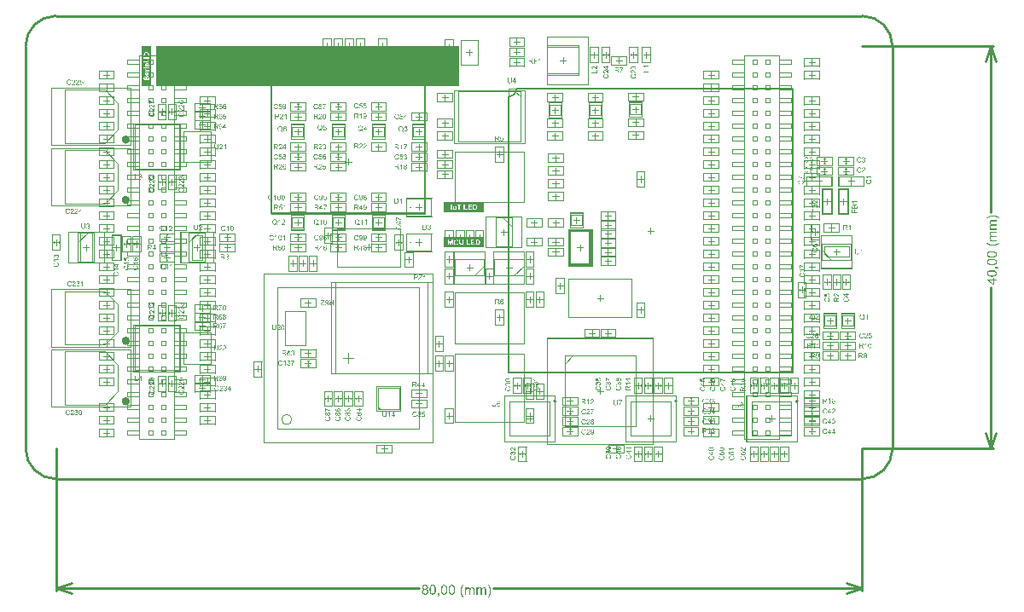
<source format=gto>
G04*
G04 #@! TF.GenerationSoftware,Altium Limited,Altium Designer,20.0.13 (296)*
G04*
G04 Layer_Color=65535*
%FSLAX25Y25*%
%MOIN*%
G70*
G01*
G75*
%ADD10C,0.00394*%
%ADD11C,0.00787*%
%ADD12C,0.00984*%
%ADD13C,0.00500*%
%ADD14C,0.01575*%
%ADD15C,0.00197*%
%ADD16C,0.01000*%
%ADD17C,0.00079*%
%ADD18C,0.00394*%
G36*
X189293Y150586D02*
X189044D01*
Y152163D01*
X189042Y152161D01*
X189041Y152159D01*
X189035Y152154D01*
X189028Y152149D01*
X189018Y152140D01*
X189007Y152131D01*
X188995Y152121D01*
X188981Y152109D01*
X188946Y152084D01*
X188906Y152054D01*
X188860Y152023D01*
X188808Y151991D01*
X188806Y151990D01*
X188801Y151988D01*
X188794Y151983D01*
X188783Y151977D01*
X188771Y151970D01*
X188757Y151963D01*
X188740Y151953D01*
X188722Y151944D01*
X188682Y151923D01*
X188638Y151902D01*
X188593Y151881D01*
X188549Y151864D01*
Y152103D01*
X188550Y152105D01*
X188558Y152109D01*
X188570Y152114D01*
X188584Y152121D01*
X188601Y152130D01*
X188622Y152142D01*
X188645Y152154D01*
X188671Y152170D01*
X188699Y152186D01*
X188727Y152205D01*
X188788Y152245D01*
X188851Y152291D01*
X188911Y152340D01*
X188913Y152341D01*
X188918Y152347D01*
X188925Y152354D01*
X188937Y152364D01*
X188950Y152376D01*
X188963Y152390D01*
X188979Y152408D01*
X188997Y152425D01*
X189033Y152467D01*
X189070Y152513D01*
X189103Y152562D01*
X189119Y152586D01*
X189131Y152611D01*
X189293D01*
Y150586D01*
D02*
G37*
G36*
X188113Y152366D02*
X187019D01*
Y151741D01*
X187966D01*
Y151503D01*
X187019D01*
Y150586D01*
X186751D01*
Y152604D01*
X188113D01*
Y152366D01*
D02*
G37*
G36*
X185668Y152602D02*
X185695Y152600D01*
X185722Y152599D01*
X185754Y152597D01*
X185820Y152590D01*
X185889Y152581D01*
X185922Y152574D01*
X185953Y152567D01*
X185983Y152558D01*
X186011Y152548D01*
X186013D01*
X186018Y152546D01*
X186025Y152543D01*
X186034Y152537D01*
X186046Y152530D01*
X186060Y152523D01*
X186092Y152504D01*
X186127Y152478D01*
X186146Y152462D01*
X186165Y152445D01*
X186183Y152425D01*
X186202Y152403D01*
X186220Y152380D01*
X186235Y152355D01*
X186237Y152354D01*
X186239Y152348D01*
X186242Y152341D01*
X186249Y152331D01*
X186255Y152319D01*
X186261Y152303D01*
X186270Y152285D01*
X186277Y152266D01*
X186286Y152245D01*
X186293Y152222D01*
X186307Y152170D01*
X186316Y152114D01*
X186318Y152084D01*
X186319Y152053D01*
Y152051D01*
Y152044D01*
Y152032D01*
X186318Y152018D01*
X186316Y151998D01*
X186312Y151977D01*
X186307Y151953D01*
X186302Y151927D01*
X186295Y151900D01*
X186286Y151871D01*
X186274Y151841D01*
X186260Y151809D01*
X186244Y151780D01*
X186225Y151748D01*
X186204Y151718D01*
X186179Y151690D01*
X186178Y151689D01*
X186172Y151683D01*
X186165Y151676D01*
X186153Y151668D01*
X186139Y151655D01*
X186120Y151641D01*
X186099Y151627D01*
X186074Y151612D01*
X186046Y151596D01*
X186015Y151580D01*
X185978Y151564D01*
X185940Y151550D01*
X185898Y151536D01*
X185852Y151524D01*
X185803Y151514D01*
X185750Y151505D01*
X185752D01*
X185756Y151503D01*
X185761Y151500D01*
X185768Y151496D01*
X185787Y151486D01*
X185810Y151473D01*
X185836Y151458D01*
X185864Y151440D01*
X185889Y151423D01*
X185912Y151403D01*
X185913Y151402D01*
X185917Y151398D01*
X185924Y151393D01*
X185931Y151384D01*
X185941Y151374D01*
X185953Y151361D01*
X185968Y151347D01*
X185983Y151330D01*
X185999Y151311D01*
X186016Y151291D01*
X186053Y151246D01*
X186093Y151193D01*
X186132Y151136D01*
X186482Y150586D01*
X186148D01*
X185882Y151006D01*
X185880Y151008D01*
X185877Y151015D01*
X185871Y151024D01*
X185863Y151036D01*
X185852Y151052D01*
X185842Y151069D01*
X185828Y151088D01*
X185813Y151108D01*
X185784Y151153D01*
X185750Y151199D01*
X185719Y151242D01*
X185703Y151263D01*
X185689Y151283D01*
Y151284D01*
X185686Y151286D01*
X185682Y151291D01*
X185677Y151298D01*
X185663Y151316D01*
X185644Y151337D01*
X185623Y151358D01*
X185600Y151381D01*
X185575Y151402D01*
X185553Y151417D01*
X185551Y151419D01*
X185542Y151424D01*
X185530Y151430D01*
X185516Y151438D01*
X185497Y151447D01*
X185477Y151456D01*
X185455Y151465D01*
X185432Y151472D01*
X185430D01*
X185423Y151473D01*
X185413Y151475D01*
X185397Y151477D01*
X185376Y151479D01*
X185350Y151480D01*
X185320Y151482D01*
X184975D01*
Y150586D01*
X184707D01*
Y152604D01*
X185645D01*
X185668Y152602D01*
D02*
G37*
G36*
X226042Y149653D02*
X226060Y149651D01*
X226083Y149649D01*
X226109Y149644D01*
X226139Y149639D01*
X226172Y149630D01*
X226205Y149620D01*
X226242Y149607D01*
X226279Y149592D01*
X226317Y149572D01*
X226354Y149550D01*
X226392Y149525D01*
X226429Y149495D01*
X226464Y149460D01*
X226466Y149459D01*
X226471Y149452D01*
X226482Y149441D01*
X226492Y149425D01*
X226506Y149406D01*
X226522Y149383D01*
X226538Y149357D01*
X226555Y149327D01*
X226573Y149294D01*
X226588Y149257D01*
X226604Y149217D01*
X226618Y149173D01*
X226629Y149128D01*
X226637Y149079D01*
X226644Y149028D01*
X226646Y148974D01*
Y148962D01*
X226644Y148948D01*
Y148930D01*
X226641Y148907D01*
X226637Y148881D01*
X226632Y148851D01*
X226627Y148820D01*
X226618Y148785D01*
X226608Y148750D01*
X226595Y148713D01*
X226580Y148676D01*
X226562Y148638D01*
X226541Y148603D01*
X226517Y148566D01*
X226489Y148533D01*
X226487Y148531D01*
X226482Y148526D01*
X226473Y148517D01*
X226459Y148505D01*
X226443Y148491D01*
X226426Y148477D01*
X226403Y148459D01*
X226377Y148442D01*
X226349Y148424D01*
X226319Y148407D01*
X226284Y148391D01*
X226247Y148375D01*
X226209Y148361D01*
X226167Y148349D01*
X226123Y148340D01*
X226077Y148333D01*
X226044Y148582D01*
X226046D01*
X226053Y148584D01*
X226063Y148587D01*
X226079Y148591D01*
X226097Y148594D01*
X226116Y148601D01*
X226139Y148608D01*
X226161Y148615D01*
X226212Y148636D01*
X226261Y148661D01*
X226286Y148675D01*
X226308Y148690D01*
X226329Y148708D01*
X226349Y148725D01*
X226350Y148727D01*
X226352Y148731D01*
X226357Y148736D01*
X226363Y148745D01*
X226370Y148753D01*
X226378Y148766D01*
X226387Y148780D01*
X226394Y148795D01*
X226412Y148832D01*
X226427Y148874D01*
X226438Y148923D01*
X226440Y148949D01*
X226441Y148976D01*
Y148993D01*
X226440Y149005D01*
X226438Y149019D01*
X226434Y149037D01*
X226431Y149056D01*
X226426Y149079D01*
X226420Y149102D01*
X226412Y149124D01*
X226403Y149149D01*
X226391Y149175D01*
X226377Y149200D01*
X226361Y149224D01*
X226342Y149249D01*
X226321Y149271D01*
X226319Y149273D01*
X226315Y149277D01*
X226308Y149282D01*
X226300Y149291D01*
X226287Y149299D01*
X226273Y149310D01*
X226256Y149320D01*
X226238Y149333D01*
X226217Y149343D01*
X226195Y149354D01*
X226170Y149364D01*
X226144Y149373D01*
X226116Y149382D01*
X226086Y149387D01*
X226055Y149390D01*
X226021Y149392D01*
X226020D01*
X226014D01*
X226006D01*
X225993Y149390D01*
X225978Y149389D01*
X225962Y149387D01*
X225943Y149383D01*
X225922Y149378D01*
X225878Y149364D01*
X225853Y149355D01*
X225831Y149345D01*
X225806Y149333D01*
X225783Y149317D01*
X225761Y149299D01*
X225740Y149280D01*
X225738Y149278D01*
X225734Y149275D01*
X225729Y149268D01*
X225722Y149261D01*
X225713Y149249D01*
X225705Y149236D01*
X225694Y149221D01*
X225684Y149203D01*
X225675Y149184D01*
X225664Y149161D01*
X225656Y149138D01*
X225647Y149114D01*
X225640Y149086D01*
X225635Y149058D01*
X225631Y149028D01*
X225629Y148997D01*
Y148984D01*
X225631Y148969D01*
X225633Y148949D01*
X225636Y148923D01*
X225640Y148893D01*
X225647Y148860D01*
X225656Y148822D01*
X225439Y148850D01*
Y148853D01*
X225440Y148864D01*
X225442Y148878D01*
Y148906D01*
X225440Y148916D01*
Y148930D01*
X225437Y148946D01*
X225435Y148965D01*
X225432Y148984D01*
X225421Y149028D01*
X225407Y149075D01*
X225386Y149124D01*
X225374Y149149D01*
X225360Y149173D01*
X225358Y149175D01*
X225356Y149179D01*
X225351Y149186D01*
X225344Y149193D01*
X225335Y149203D01*
X225325Y149214D01*
X225313Y149224D01*
X225297Y149236D01*
X225279Y149249D01*
X225262Y149259D01*
X225241Y149270D01*
X225218Y149280D01*
X225192Y149287D01*
X225166Y149294D01*
X225136Y149298D01*
X225104Y149299D01*
X225103D01*
X225099D01*
X225092D01*
X225082Y149298D01*
X225071Y149296D01*
X225057Y149294D01*
X225026Y149287D01*
X224991Y149277D01*
X224952Y149261D01*
X224935Y149250D01*
X224915Y149238D01*
X224898Y149222D01*
X224880Y149207D01*
X224879Y149205D01*
X224877Y149203D01*
X224872Y149198D01*
X224866Y149189D01*
X224859Y149180D01*
X224852Y149170D01*
X224844Y149158D01*
X224835Y149142D01*
X224817Y149109D01*
X224803Y149067D01*
X224793Y149021D01*
X224791Y148995D01*
X224789Y148969D01*
Y148955D01*
X224791Y148944D01*
X224793Y148932D01*
X224795Y148918D01*
X224800Y148885D01*
X224812Y148848D01*
X224828Y148808D01*
X224838Y148787D01*
X224851Y148767D01*
X224865Y148748D01*
X224880Y148729D01*
X224882Y148727D01*
X224884Y148725D01*
X224889Y148720D01*
X224898Y148713D01*
X224907Y148706D01*
X224919Y148697D01*
X224933Y148687D01*
X224949Y148678D01*
X224966Y148668D01*
X224987Y148657D01*
X225010Y148647D01*
X225034Y148636D01*
X225061Y148627D01*
X225089Y148619D01*
X225120Y148612D01*
X225153Y148606D01*
X225110Y148358D01*
X225106D01*
X225099Y148360D01*
X225085Y148363D01*
X225069Y148367D01*
X225048Y148374D01*
X225024Y148381D01*
X224998Y148389D01*
X224968Y148400D01*
X224938Y148412D01*
X224907Y148428D01*
X224875Y148444D01*
X224842Y148463D01*
X224810Y148484D01*
X224781Y148508D01*
X224751Y148535D01*
X224725Y148563D01*
X224723Y148564D01*
X224719Y148570D01*
X224712Y148578D01*
X224704Y148592D01*
X224693Y148608D01*
X224681Y148626D01*
X224669Y148648D01*
X224655Y148673D01*
X224642Y148701D01*
X224630Y148731D01*
X224618Y148764D01*
X224607Y148799D01*
X224599Y148837D01*
X224592Y148878D01*
X224588Y148920D01*
X224586Y148963D01*
Y148979D01*
X224588Y148991D01*
Y149005D01*
X224590Y149023D01*
X224592Y149042D01*
X224595Y149063D01*
X224604Y149110D01*
X224616Y149163D01*
X224634Y149215D01*
X224658Y149268D01*
Y149270D01*
X224662Y149275D01*
X224665Y149282D01*
X224670Y149291D01*
X224677Y149303D01*
X224686Y149315D01*
X224709Y149347D01*
X224735Y149380D01*
X224768Y149415D01*
X224807Y149450D01*
X224851Y149480D01*
X224852Y149481D01*
X224856Y149483D01*
X224863Y149487D01*
X224872Y149492D01*
X224884Y149497D01*
X224896Y149504D01*
X224912Y149511D01*
X224929Y149518D01*
X224968Y149530D01*
X225012Y149543D01*
X225061Y149551D01*
X225085Y149555D01*
X225111D01*
X225113D01*
X225117D01*
X225124D01*
X225132Y149553D01*
X225145D01*
X225159Y149551D01*
X225190Y149546D01*
X225227Y149537D01*
X225267Y149525D01*
X225307Y149508D01*
X225349Y149483D01*
X225351D01*
X225355Y149480D01*
X225360Y149476D01*
X225367Y149471D01*
X225386Y149453D01*
X225411Y149431D01*
X225437Y149403D01*
X225467Y149366D01*
X225493Y149324D01*
X225519Y149277D01*
Y149278D01*
X225521Y149285D01*
X225524Y149294D01*
X225528Y149306D01*
X225533Y149320D01*
X225538Y149338D01*
X225547Y149357D01*
X225556Y149378D01*
X225579Y149424D01*
X225593Y149446D01*
X225608Y149469D01*
X225626Y149492D01*
X225647Y149515D01*
X225668Y149536D01*
X225691Y149555D01*
X225692Y149557D01*
X225696Y149558D01*
X225705Y149564D01*
X225713Y149571D01*
X225727Y149578D01*
X225741Y149586D01*
X225759Y149595D01*
X225780Y149606D01*
X225803Y149614D01*
X225827Y149623D01*
X225853Y149632D01*
X225883Y149639D01*
X225913Y149646D01*
X225946Y149651D01*
X225979Y149653D01*
X226016Y149655D01*
X226020D01*
X226028D01*
X226042Y149653D01*
D02*
G37*
G36*
X231615Y149406D02*
X230038D01*
X230040Y149404D01*
X230041Y149403D01*
X230047Y149397D01*
X230052Y149390D01*
X230061Y149380D01*
X230069Y149369D01*
X230080Y149357D01*
X230092Y149343D01*
X230117Y149308D01*
X230146Y149268D01*
X230178Y149222D01*
X230209Y149170D01*
X230211Y149168D01*
X230213Y149163D01*
X230218Y149156D01*
X230223Y149145D01*
X230230Y149133D01*
X230237Y149119D01*
X230248Y149102D01*
X230257Y149084D01*
X230278Y149044D01*
X230299Y149000D01*
X230320Y148955D01*
X230337Y148911D01*
X230097D01*
X230096Y148913D01*
X230092Y148920D01*
X230087Y148932D01*
X230080Y148946D01*
X230071Y148963D01*
X230059Y148984D01*
X230047Y149007D01*
X230031Y149033D01*
X230015Y149061D01*
X229996Y149089D01*
X229956Y149151D01*
X229910Y149214D01*
X229861Y149273D01*
X229859Y149275D01*
X229854Y149280D01*
X229847Y149287D01*
X229837Y149299D01*
X229824Y149312D01*
X229810Y149326D01*
X229793Y149341D01*
X229775Y149359D01*
X229733Y149396D01*
X229688Y149432D01*
X229639Y149466D01*
X229614Y149481D01*
X229590Y149494D01*
Y149655D01*
X231615D01*
Y149406D01*
D02*
G37*
G36*
X211343Y148321D02*
X211341D01*
X211339D01*
X211334D01*
X211327D01*
X211310D01*
X211289Y148323D01*
X211262Y148326D01*
X211233Y148332D01*
X211203Y148339D01*
X211171Y148349D01*
X211170D01*
X211164Y148351D01*
X211157Y148354D01*
X211149Y148360D01*
X211136Y148365D01*
X211121Y148372D01*
X211105Y148379D01*
X211087Y148389D01*
X211045Y148410D01*
X211002Y148440D01*
X210953Y148473D01*
X210904Y148512D01*
X210902Y148514D01*
X210898Y148517D01*
X210890Y148524D01*
X210881Y148533D01*
X210869Y148545D01*
X210853Y148559D01*
X210835Y148575D01*
X210816Y148594D01*
X210795Y148617D01*
X210772Y148640D01*
X210746Y148668D01*
X210720Y148696D01*
X210692Y148727D01*
X210662Y148760D01*
X210631Y148797D01*
X210599Y148836D01*
Y148837D01*
X210596Y148839D01*
X210587Y148850D01*
X210573Y148867D01*
X210554Y148888D01*
X210531Y148916D01*
X210505Y148946D01*
X210475Y148979D01*
X210443Y149014D01*
X210410Y149051D01*
X210375Y149089D01*
X210340Y149126D01*
X210303Y149163D01*
X210268Y149196D01*
X210233Y149228D01*
X210202Y149256D01*
X210170Y149280D01*
X210169Y149282D01*
X210163Y149285D01*
X210155Y149291D01*
X210144Y149298D01*
X210130Y149306D01*
X210113Y149317D01*
X210095Y149327D01*
X210074Y149338D01*
X210029Y149359D01*
X209978Y149378D01*
X209952Y149385D01*
X209925Y149390D01*
X209899Y149394D01*
X209873Y149396D01*
X209871D01*
X209866D01*
X209859D01*
X209848Y149394D01*
X209836Y149392D01*
X209820Y149390D01*
X209805Y149387D01*
X209787Y149383D01*
X209747Y149369D01*
X209728Y149362D01*
X209707Y149352D01*
X209686Y149340D01*
X209665Y149326D01*
X209644Y149310D01*
X209624Y149291D01*
X209623Y149289D01*
X209619Y149285D01*
X209616Y149280D01*
X209609Y149271D01*
X209602Y149261D01*
X209593Y149249D01*
X209582Y149235D01*
X209574Y149217D01*
X209565Y149198D01*
X209554Y149177D01*
X209546Y149154D01*
X209539Y149130D01*
X209532Y149105D01*
X209526Y149077D01*
X209525Y149047D01*
X209523Y149016D01*
Y148998D01*
X209525Y148986D01*
X209526Y148972D01*
X209528Y148955D01*
X209532Y148934D01*
X209537Y148913D01*
X209549Y148867D01*
X209558Y148844D01*
X209568Y148820D01*
X209581Y148797D01*
X209596Y148774D01*
X209612Y148752D01*
X209631Y148731D01*
X209633Y148729D01*
X209637Y148725D01*
X209642Y148720D01*
X209651Y148715D01*
X209663Y148706D01*
X209675Y148697D01*
X209691Y148687D01*
X209708Y148678D01*
X209729Y148668D01*
X209752Y148657D01*
X209777Y148648D01*
X209803Y148641D01*
X209831Y148634D01*
X209862Y148629D01*
X209894Y148626D01*
X209929Y148624D01*
X209903Y148368D01*
X209899D01*
X209890Y148370D01*
X209875Y148372D01*
X209855Y148375D01*
X209833Y148379D01*
X209805Y148386D01*
X209775Y148393D01*
X209742Y148402D01*
X209707Y148414D01*
X209672Y148426D01*
X209635Y148442D01*
X209600Y148461D01*
X209563Y148482D01*
X209530Y148505D01*
X209498Y148533D01*
X209469Y148563D01*
X209467Y148564D01*
X209462Y148571D01*
X209455Y148580D01*
X209446Y148594D01*
X209434Y148612D01*
X209421Y148633D01*
X209407Y148657D01*
X209393Y148685D01*
X209379Y148715D01*
X209365Y148750D01*
X209353Y148788D01*
X209341Y148829D01*
X209332Y148872D01*
X209325Y148920D01*
X209320Y148969D01*
X209318Y149021D01*
Y149033D01*
X209320Y149049D01*
Y149068D01*
X209323Y149093D01*
X209327Y149123D01*
X209332Y149154D01*
X209337Y149187D01*
X209346Y149224D01*
X209357Y149261D01*
X209371Y149299D01*
X209386Y149338D01*
X209404Y149376D01*
X209427Y149413D01*
X209451Y149448D01*
X209479Y149481D01*
X209481Y149483D01*
X209486Y149488D01*
X209495Y149497D01*
X209507Y149508D01*
X209523Y149522D01*
X209542Y149536D01*
X209565Y149550D01*
X209589Y149567D01*
X209617Y149583D01*
X209647Y149597D01*
X209680Y149613D01*
X209715Y149625D01*
X209752Y149635D01*
X209792Y149644D01*
X209834Y149649D01*
X209878Y149651D01*
X209880D01*
X209883D01*
X209890D01*
X209899D01*
X209910Y149649D01*
X209924D01*
X209953Y149644D01*
X209990Y149639D01*
X210030Y149630D01*
X210074Y149618D01*
X210118Y149600D01*
X210120D01*
X210123Y149599D01*
X210130Y149595D01*
X210137Y149592D01*
X210149Y149586D01*
X210162Y149579D01*
X210176Y149571D01*
X210191Y149562D01*
X210228Y149539D01*
X210270Y149511D01*
X210316Y149476D01*
X210363Y149436D01*
X210365Y149434D01*
X210368Y149431D01*
X210377Y149424D01*
X210387Y149415D01*
X210400Y149401D01*
X210415Y149385D01*
X210435Y149368D01*
X210456Y149347D01*
X210480Y149320D01*
X210506Y149292D01*
X210536Y149263D01*
X210568Y149228D01*
X210601Y149191D01*
X210638Y149149D01*
X210676Y149105D01*
X210718Y149056D01*
X210720Y149054D01*
X210727Y149046D01*
X210736Y149035D01*
X210748Y149019D01*
X210764Y149002D01*
X210781Y148983D01*
X210800Y148960D01*
X210820Y148937D01*
X210862Y148888D01*
X210904Y148841D01*
X210923Y148820D01*
X210942Y148799D01*
X210958Y148783D01*
X210972Y148769D01*
X210975Y148766D01*
X210982Y148759D01*
X210996Y148746D01*
X211014Y148732D01*
X211033Y148717D01*
X211056Y148699D01*
X211080Y148682D01*
X211105Y148666D01*
Y149655D01*
X211343D01*
Y148321D01*
D02*
G37*
G36*
X215357Y149382D02*
X215840D01*
Y149133D01*
X215357D01*
Y148258D01*
X215130D01*
X213823Y149179D01*
Y149382D01*
X215130D01*
Y149655D01*
X215357D01*
Y149382D01*
D02*
G37*
G36*
X231615Y147243D02*
X229597D01*
Y147511D01*
X231377D01*
Y148505D01*
X231615D01*
Y147243D01*
D02*
G37*
G36*
X221627Y148887D02*
X221625Y148885D01*
X221618Y148878D01*
X221607Y148866D01*
X221593Y148850D01*
X221576Y148829D01*
X221555Y148805D01*
X221532Y148775D01*
X221506Y148742D01*
X221478Y148705D01*
X221448Y148665D01*
X221417Y148619D01*
X221383Y148570D01*
X221348Y148519D01*
X221313Y148463D01*
X221278Y148404D01*
X221243Y148343D01*
Y148341D01*
X221242Y148339D01*
X221238Y148334D01*
X221235Y148327D01*
X221231Y148320D01*
X221226Y148309D01*
X221212Y148285D01*
X221196Y148253D01*
X221179Y148217D01*
X221158Y148175D01*
X221137Y148127D01*
X221112Y148077D01*
X221089Y148022D01*
X221065Y147965D01*
X221040Y147903D01*
X221016Y147840D01*
X220993Y147776D01*
X220972Y147709D01*
X220951Y147643D01*
Y147639D01*
X220948Y147632D01*
X220944Y147618D01*
X220939Y147599D01*
X220934Y147574D01*
X220927Y147546D01*
X220920Y147515D01*
X220911Y147480D01*
X220904Y147440D01*
X220895Y147398D01*
X220886Y147352D01*
X220879Y147303D01*
X220872Y147252D01*
X220867Y147200D01*
X220857Y147090D01*
X220601D01*
Y147093D01*
Y147100D01*
X220603Y147114D01*
Y147132D01*
X220605Y147154D01*
X220606Y147182D01*
X220610Y147214D01*
X220613Y147251D01*
X220619Y147291D01*
X220626Y147335D01*
X220633Y147382D01*
X220641Y147433D01*
X220652Y147485D01*
X220664Y147543D01*
X220678Y147602D01*
X220694Y147664D01*
Y147665D01*
X220696Y147667D01*
Y147672D01*
X220697Y147679D01*
X220703Y147697D01*
X220711Y147721D01*
X220720Y147751D01*
X220731Y147788D01*
X220745Y147828D01*
X220760Y147872D01*
X220776Y147919D01*
X220795Y147972D01*
X220816Y148024D01*
X220841Y148080D01*
X220865Y148138D01*
X220892Y148197D01*
X220921Y148255D01*
X220951Y148315D01*
Y148316D01*
X220953Y148318D01*
X220958Y148329D01*
X220969Y148344D01*
X220981Y148367D01*
X220997Y148393D01*
X221014Y148425D01*
X221035Y148460D01*
X221060Y148498D01*
X221084Y148539D01*
X221112Y148581D01*
X221142Y148624D01*
X221173Y148670D01*
X221238Y148759D01*
X221273Y148801D01*
X221308Y148843D01*
X220319D01*
Y149081D01*
X221627D01*
Y148887D01*
D02*
G37*
G36*
X219334Y149106D02*
X219360Y149104D01*
X219388Y149102D01*
X219420Y149100D01*
X219486Y149093D01*
X219555Y149085D01*
X219588Y149078D01*
X219619Y149071D01*
X219649Y149062D01*
X219677Y149051D01*
X219679D01*
X219684Y149050D01*
X219691Y149046D01*
X219700Y149041D01*
X219712Y149034D01*
X219726Y149027D01*
X219758Y149008D01*
X219793Y148981D01*
X219812Y148966D01*
X219831Y148948D01*
X219849Y148929D01*
X219868Y148906D01*
X219885Y148883D01*
X219901Y148859D01*
X219903Y148857D01*
X219905Y148852D01*
X219908Y148845D01*
X219915Y148834D01*
X219920Y148822D01*
X219927Y148806D01*
X219936Y148789D01*
X219943Y148770D01*
X219952Y148749D01*
X219959Y148726D01*
X219973Y148673D01*
X219982Y148617D01*
X219983Y148588D01*
X219985Y148556D01*
Y148554D01*
Y148547D01*
Y148535D01*
X219983Y148521D01*
X219982Y148502D01*
X219978Y148481D01*
X219973Y148456D01*
X219968Y148430D01*
X219961Y148404D01*
X219952Y148374D01*
X219940Y148344D01*
X219926Y148313D01*
X219910Y148283D01*
X219891Y148252D01*
X219870Y148222D01*
X219845Y148194D01*
X219843Y148192D01*
X219838Y148187D01*
X219831Y148180D01*
X219819Y148171D01*
X219805Y148159D01*
X219786Y148145D01*
X219765Y148131D01*
X219740Y148115D01*
X219712Y148099D01*
X219681Y148084D01*
X219644Y148068D01*
X219605Y148054D01*
X219563Y148040D01*
X219518Y148028D01*
X219469Y148017D01*
X219416Y148008D01*
X219418D01*
X219422Y148007D01*
X219427Y148003D01*
X219434Y148000D01*
X219453Y147989D01*
X219476Y147977D01*
X219502Y147961D01*
X219530Y147944D01*
X219555Y147926D01*
X219577Y147907D01*
X219579Y147905D01*
X219583Y147902D01*
X219590Y147896D01*
X219597Y147888D01*
X219607Y147877D01*
X219619Y147865D01*
X219633Y147851D01*
X219649Y147833D01*
X219665Y147814D01*
X219682Y147795D01*
X219719Y147749D01*
X219759Y147697D01*
X219798Y147639D01*
X220148Y147090D01*
X219814D01*
X219548Y147510D01*
X219546Y147511D01*
X219542Y147518D01*
X219537Y147527D01*
X219528Y147539D01*
X219518Y147555D01*
X219507Y147573D01*
X219493Y147592D01*
X219479Y147611D01*
X219450Y147657D01*
X219416Y147702D01*
X219385Y147746D01*
X219369Y147767D01*
X219355Y147786D01*
Y147788D01*
X219352Y147790D01*
X219348Y147795D01*
X219343Y147802D01*
X219329Y147819D01*
X219310Y147840D01*
X219289Y147861D01*
X219266Y147884D01*
X219241Y147905D01*
X219219Y147921D01*
X219217Y147923D01*
X219208Y147928D01*
X219196Y147933D01*
X219182Y147942D01*
X219163Y147951D01*
X219143Y147959D01*
X219121Y147968D01*
X219098Y147975D01*
X219096D01*
X219089Y147977D01*
X219079Y147979D01*
X219063Y147980D01*
X219042Y147982D01*
X219016Y147984D01*
X218986Y147986D01*
X218641D01*
Y147090D01*
X218373D01*
Y149107D01*
X219311D01*
X219334Y149106D01*
D02*
G37*
G36*
X215840Y146741D02*
X215839D01*
X215837D01*
X215832D01*
X215825D01*
X215807D01*
X215786Y146743D01*
X215760Y146746D01*
X215730Y146751D01*
X215700Y146758D01*
X215669Y146769D01*
X215667D01*
X215662Y146771D01*
X215655Y146774D01*
X215646Y146779D01*
X215634Y146785D01*
X215618Y146792D01*
X215602Y146799D01*
X215585Y146809D01*
X215543Y146830D01*
X215499Y146860D01*
X215450Y146893D01*
X215401Y146932D01*
X215399Y146933D01*
X215396Y146937D01*
X215387Y146944D01*
X215378Y146953D01*
X215366Y146965D01*
X215350Y146979D01*
X215333Y146995D01*
X215314Y147014D01*
X215293Y147037D01*
X215270Y147059D01*
X215244Y147087D01*
X215217Y147115D01*
X215189Y147147D01*
X215160Y147180D01*
X215128Y147217D01*
X215097Y147255D01*
Y147257D01*
X215093Y147259D01*
X215084Y147269D01*
X215070Y147287D01*
X215051Y147308D01*
X215028Y147336D01*
X215002Y147366D01*
X214972Y147399D01*
X214941Y147434D01*
X214908Y147471D01*
X214873Y147509D01*
X214838Y147546D01*
X214801Y147583D01*
X214766Y147616D01*
X214731Y147647D01*
X214699Y147675D01*
X214668Y147700D01*
X214666Y147702D01*
X214661Y147705D01*
X214652Y147710D01*
X214642Y147717D01*
X214628Y147726D01*
X214610Y147737D01*
X214593Y147747D01*
X214572Y147758D01*
X214526Y147779D01*
X214475Y147798D01*
X214449Y147805D01*
X214423Y147810D01*
X214397Y147814D01*
X214370Y147815D01*
X214369D01*
X214363D01*
X214356D01*
X214346Y147814D01*
X214334Y147812D01*
X214318Y147810D01*
X214302Y147807D01*
X214285Y147803D01*
X214244Y147789D01*
X214225Y147782D01*
X214204Y147772D01*
X214183Y147759D01*
X214162Y147745D01*
X214141Y147730D01*
X214122Y147710D01*
X214120Y147709D01*
X214117Y147705D01*
X214113Y147700D01*
X214106Y147691D01*
X214099Y147681D01*
X214090Y147668D01*
X214080Y147654D01*
X214071Y147637D01*
X214062Y147618D01*
X214052Y147597D01*
X214043Y147574D01*
X214036Y147549D01*
X214029Y147525D01*
X214024Y147497D01*
X214022Y147467D01*
X214020Y147436D01*
Y147418D01*
X214022Y147406D01*
X214024Y147392D01*
X214026Y147374D01*
X214029Y147353D01*
X214034Y147332D01*
X214047Y147287D01*
X214055Y147264D01*
X214066Y147240D01*
X214078Y147217D01*
X214094Y147194D01*
X214110Y147171D01*
X214129Y147150D01*
X214131Y147149D01*
X214134Y147145D01*
X214139Y147140D01*
X214148Y147135D01*
X214160Y147126D01*
X214173Y147117D01*
X214188Y147107D01*
X214206Y147098D01*
X214227Y147087D01*
X214250Y147077D01*
X214274Y147068D01*
X214300Y147061D01*
X214328Y147054D01*
X214360Y147049D01*
X214391Y147045D01*
X214426Y147044D01*
X214400Y146788D01*
X214397D01*
X214388Y146790D01*
X214372Y146792D01*
X214353Y146795D01*
X214330Y146799D01*
X214302Y146806D01*
X214272Y146813D01*
X214239Y146821D01*
X214204Y146834D01*
X214169Y146846D01*
X214132Y146862D01*
X214097Y146881D01*
X214061Y146902D01*
X214027Y146925D01*
X213996Y146953D01*
X213966Y146982D01*
X213964Y146984D01*
X213959Y146991D01*
X213952Y147000D01*
X213943Y147014D01*
X213931Y147031D01*
X213919Y147052D01*
X213905Y147077D01*
X213891Y147105D01*
X213877Y147135D01*
X213863Y147170D01*
X213851Y147208D01*
X213838Y147248D01*
X213830Y147292D01*
X213823Y147339D01*
X213817Y147388D01*
X213816Y147441D01*
Y147453D01*
X213817Y147469D01*
Y147488D01*
X213821Y147513D01*
X213824Y147542D01*
X213830Y147574D01*
X213835Y147607D01*
X213844Y147644D01*
X213854Y147681D01*
X213868Y147719D01*
X213884Y147758D01*
X213901Y147796D01*
X213924Y147833D01*
X213949Y147868D01*
X213977Y147901D01*
X213978Y147903D01*
X213984Y147908D01*
X213992Y147917D01*
X214005Y147927D01*
X214020Y147941D01*
X214040Y147955D01*
X214062Y147969D01*
X214087Y147987D01*
X214115Y148003D01*
X214145Y148017D01*
X214178Y148032D01*
X214213Y148045D01*
X214250Y148055D01*
X214290Y148064D01*
X214332Y148069D01*
X214376Y148071D01*
X214377D01*
X214381D01*
X214388D01*
X214397D01*
X214407Y148069D01*
X214421D01*
X214451Y148064D01*
X214488Y148059D01*
X214528Y148050D01*
X214572Y148038D01*
X214615Y148020D01*
X214617D01*
X214621Y148018D01*
X214628Y148015D01*
X214635Y148011D01*
X214647Y148006D01*
X214659Y147999D01*
X214673Y147990D01*
X214689Y147982D01*
X214726Y147959D01*
X214768Y147931D01*
X214813Y147896D01*
X214860Y147856D01*
X214862Y147854D01*
X214866Y147850D01*
X214874Y147843D01*
X214885Y147835D01*
X214897Y147821D01*
X214913Y147805D01*
X214932Y147787D01*
X214953Y147766D01*
X214978Y147740D01*
X215004Y147712D01*
X215034Y147682D01*
X215065Y147647D01*
X215098Y147611D01*
X215135Y147569D01*
X215174Y147525D01*
X215216Y147476D01*
X215217Y147474D01*
X215224Y147465D01*
X215233Y147455D01*
X215245Y147439D01*
X215261Y147422D01*
X215279Y147402D01*
X215298Y147380D01*
X215317Y147357D01*
X215359Y147308D01*
X215401Y147261D01*
X215420Y147240D01*
X215440Y147219D01*
X215455Y147203D01*
X215469Y147189D01*
X215473Y147185D01*
X215480Y147178D01*
X215494Y147166D01*
X215511Y147152D01*
X215531Y147136D01*
X215553Y147119D01*
X215578Y147101D01*
X215602Y147086D01*
Y148074D01*
X215840D01*
Y146741D01*
D02*
G37*
G36*
X226611Y146732D02*
X226609D01*
X226608D01*
X226602D01*
X226595D01*
X226578D01*
X226557Y146734D01*
X226531Y146737D01*
X226501Y146743D01*
X226471Y146750D01*
X226440Y146760D01*
X226438D01*
X226433Y146762D01*
X226426Y146765D01*
X226417Y146771D01*
X226405Y146776D01*
X226389Y146783D01*
X226373Y146790D01*
X226356Y146800D01*
X226314Y146821D01*
X226270Y146851D01*
X226221Y146884D01*
X226172Y146923D01*
X226170Y146925D01*
X226167Y146928D01*
X226158Y146935D01*
X226149Y146944D01*
X226137Y146956D01*
X226121Y146970D01*
X226104Y146986D01*
X226084Y147005D01*
X226063Y147028D01*
X226041Y147051D01*
X226014Y147079D01*
X225988Y147107D01*
X225960Y147138D01*
X225930Y147171D01*
X225899Y147208D01*
X225867Y147247D01*
Y147248D01*
X225864Y147250D01*
X225855Y147261D01*
X225841Y147278D01*
X225822Y147299D01*
X225799Y147327D01*
X225773Y147357D01*
X225743Y147390D01*
X225712Y147425D01*
X225678Y147462D01*
X225643Y147500D01*
X225608Y147537D01*
X225572Y147574D01*
X225537Y147607D01*
X225502Y147639D01*
X225470Y147667D01*
X225439Y147691D01*
X225437Y147693D01*
X225432Y147696D01*
X225423Y147702D01*
X225412Y147709D01*
X225398Y147717D01*
X225381Y147728D01*
X225363Y147738D01*
X225342Y147749D01*
X225297Y147770D01*
X225246Y147789D01*
X225220Y147796D01*
X225194Y147801D01*
X225167Y147805D01*
X225141Y147807D01*
X225139D01*
X225134D01*
X225127D01*
X225117Y147805D01*
X225104Y147803D01*
X225089Y147801D01*
X225073Y147798D01*
X225055Y147794D01*
X225015Y147780D01*
X224996Y147773D01*
X224975Y147763D01*
X224954Y147751D01*
X224933Y147737D01*
X224912Y147721D01*
X224893Y147702D01*
X224891Y147700D01*
X224887Y147696D01*
X224884Y147691D01*
X224877Y147682D01*
X224870Y147672D01*
X224861Y147660D01*
X224851Y147646D01*
X224842Y147628D01*
X224833Y147609D01*
X224823Y147588D01*
X224814Y147565D01*
X224807Y147541D01*
X224800Y147516D01*
X224795Y147488D01*
X224793Y147458D01*
X224791Y147427D01*
Y147409D01*
X224793Y147397D01*
X224795Y147383D01*
X224796Y147366D01*
X224800Y147345D01*
X224805Y147324D01*
X224817Y147278D01*
X224826Y147255D01*
X224837Y147231D01*
X224849Y147208D01*
X224865Y147185D01*
X224880Y147163D01*
X224900Y147142D01*
X224901Y147140D01*
X224905Y147136D01*
X224910Y147131D01*
X224919Y147126D01*
X224931Y147117D01*
X224943Y147108D01*
X224959Y147098D01*
X224977Y147089D01*
X224998Y147079D01*
X225020Y147068D01*
X225045Y147059D01*
X225071Y147052D01*
X225099Y147045D01*
X225131Y147040D01*
X225162Y147037D01*
X225197Y147035D01*
X225171Y146779D01*
X225167D01*
X225159Y146781D01*
X225143Y146783D01*
X225124Y146786D01*
X225101Y146790D01*
X225073Y146797D01*
X225043Y146804D01*
X225010Y146813D01*
X224975Y146825D01*
X224940Y146837D01*
X224903Y146853D01*
X224868Y146872D01*
X224831Y146893D01*
X224798Y146916D01*
X224767Y146944D01*
X224737Y146974D01*
X224735Y146975D01*
X224730Y146982D01*
X224723Y146991D01*
X224714Y147005D01*
X224702Y147023D01*
X224690Y147044D01*
X224676Y147068D01*
X224662Y147096D01*
X224648Y147126D01*
X224634Y147161D01*
X224621Y147199D01*
X224609Y147240D01*
X224600Y147283D01*
X224593Y147331D01*
X224588Y147380D01*
X224586Y147432D01*
Y147444D01*
X224588Y147460D01*
Y147479D01*
X224592Y147504D01*
X224595Y147534D01*
X224600Y147565D01*
X224606Y147598D01*
X224614Y147635D01*
X224625Y147672D01*
X224639Y147710D01*
X224655Y147749D01*
X224672Y147787D01*
X224695Y147824D01*
X224719Y147859D01*
X224747Y147892D01*
X224749Y147894D01*
X224754Y147899D01*
X224763Y147908D01*
X224775Y147919D01*
X224791Y147933D01*
X224810Y147947D01*
X224833Y147961D01*
X224858Y147978D01*
X224886Y147994D01*
X224915Y148008D01*
X224949Y148024D01*
X224984Y148036D01*
X225020Y148046D01*
X225061Y148055D01*
X225103Y148060D01*
X225146Y148062D01*
X225148D01*
X225152D01*
X225159D01*
X225167D01*
X225178Y148060D01*
X225192D01*
X225222Y148055D01*
X225258Y148050D01*
X225299Y148041D01*
X225342Y148029D01*
X225386Y148011D01*
X225388D01*
X225391Y148010D01*
X225398Y148006D01*
X225405Y148003D01*
X225418Y147997D01*
X225430Y147990D01*
X225444Y147982D01*
X225460Y147973D01*
X225496Y147950D01*
X225538Y147922D01*
X225584Y147887D01*
X225631Y147847D01*
X225633Y147845D01*
X225636Y147842D01*
X225645Y147835D01*
X225656Y147826D01*
X225668Y147812D01*
X225684Y147796D01*
X225703Y147779D01*
X225724Y147758D01*
X225748Y147731D01*
X225775Y147703D01*
X225804Y147674D01*
X225836Y147639D01*
X225869Y147602D01*
X225906Y147560D01*
X225944Y147516D01*
X225986Y147467D01*
X225988Y147465D01*
X225995Y147457D01*
X226004Y147446D01*
X226016Y147430D01*
X226032Y147413D01*
X226049Y147394D01*
X226069Y147371D01*
X226088Y147348D01*
X226130Y147299D01*
X226172Y147252D01*
X226191Y147231D01*
X226210Y147210D01*
X226226Y147194D01*
X226240Y147180D01*
X226244Y147177D01*
X226251Y147170D01*
X226265Y147157D01*
X226282Y147143D01*
X226301Y147128D01*
X226324Y147110D01*
X226349Y147093D01*
X226373Y147077D01*
Y148066D01*
X226611D01*
Y146732D01*
D02*
G37*
G36*
X211343Y146874D02*
X209325D01*
Y147142D01*
X211105D01*
Y148136D01*
X211343D01*
Y146874D01*
D02*
G37*
G36*
X215203Y146541D02*
X215209D01*
X215214Y146540D01*
X215231Y146534D01*
X215254Y146527D01*
X215282Y146517D01*
X215314Y146505D01*
X215349Y146491D01*
X215385Y146473D01*
X215426Y146454D01*
X215468Y146433D01*
X215510Y146408D01*
X215550Y146380D01*
X215592Y146349D01*
X215630Y146316D01*
X215667Y146281D01*
X215702Y146240D01*
X215704Y146239D01*
X215709Y146230D01*
X215718Y146218D01*
X215728Y146202D01*
X215742Y146181D01*
X215756Y146155D01*
X215772Y146125D01*
X215788Y146092D01*
X215804Y146055D01*
X215819Y146015D01*
X215833Y145971D01*
X215847Y145924D01*
X215858Y145873D01*
X215867Y145820D01*
X215872Y145764D01*
X215874Y145707D01*
Y145693D01*
X215872Y145675D01*
Y145652D01*
X215870Y145624D01*
X215867Y145593D01*
X215863Y145558D01*
X215858Y145518D01*
X215851Y145477D01*
X215842Y145434D01*
X215832Y145390D01*
X215818Y145346D01*
X215804Y145301D01*
X215786Y145259D01*
X215765Y145217D01*
X215742Y145176D01*
X215741Y145175D01*
X215735Y145168D01*
X215728Y145157D01*
X215718Y145143D01*
X215704Y145126D01*
X215686Y145106D01*
X215667Y145084D01*
X215644Y145061D01*
X215618Y145036D01*
X215590Y145010D01*
X215559Y144984D01*
X215524Y144959D01*
X215487Y144933D01*
X215447Y144909D01*
X215403Y144886D01*
X215357Y144865D01*
X215354Y144863D01*
X215345Y144860D01*
X215333Y144854D01*
X215314Y144849D01*
X215291Y144840D01*
X215263Y144832D01*
X215231Y144823D01*
X215195Y144812D01*
X215156Y144802D01*
X215114Y144793D01*
X215070Y144784D01*
X215023Y144776D01*
X214974Y144770D01*
X214923Y144765D01*
X214871Y144762D01*
X214817Y144760D01*
X214815D01*
X214813D01*
X214803D01*
X214785D01*
X214764Y144762D01*
X214736Y144763D01*
X214705Y144767D01*
X214670Y144770D01*
X214629Y144776D01*
X214587Y144781D01*
X214544Y144790D01*
X214498Y144798D01*
X214453Y144811D01*
X214405Y144825D01*
X214358Y144840D01*
X214313Y144858D01*
X214267Y144879D01*
X214264Y144881D01*
X214257Y144884D01*
X214244Y144891D01*
X214229Y144902D01*
X214209Y144914D01*
X214187Y144930D01*
X214162Y144947D01*
X214134Y144966D01*
X214106Y144991D01*
X214076Y145015D01*
X214047Y145043D01*
X214017Y145075D01*
X213989Y145108D01*
X213961Y145143D01*
X213935Y145182D01*
X213910Y145222D01*
X213908Y145224D01*
X213905Y145232D01*
X213900Y145245D01*
X213891Y145260D01*
X213882Y145281D01*
X213872Y145306D01*
X213859Y145334D01*
X213849Y145367D01*
X213837Y145400D01*
X213826Y145439D01*
X213816Y145479D01*
X213807Y145521D01*
X213798Y145567D01*
X213793Y145612D01*
X213789Y145661D01*
X213788Y145710D01*
Y145724D01*
X213789Y145740D01*
Y145761D01*
X213793Y145787D01*
X213796Y145817D01*
X213800Y145850D01*
X213807Y145887D01*
X213816Y145927D01*
X213826Y145967D01*
X213838Y146009D01*
X213854Y146053D01*
X213872Y146095D01*
X213893Y146139D01*
X213915Y146179D01*
X213943Y146219D01*
X213945Y146221D01*
X213950Y146228D01*
X213959Y146239D01*
X213971Y146253D01*
X213987Y146270D01*
X214006Y146289D01*
X214029Y146310D01*
X214055Y146333D01*
X214085Y146356D01*
X214117Y146380D01*
X214153Y146405D01*
X214192Y146428D01*
X214234Y146450D01*
X214278Y146471D01*
X214327Y146491D01*
X214377Y146508D01*
X214439Y146246D01*
X214437D01*
X214428Y146242D01*
X214418Y146239D01*
X214402Y146232D01*
X214384Y146225D01*
X214363Y146216D01*
X214341Y146205D01*
X214316Y146193D01*
X214264Y146163D01*
X214211Y146128D01*
X214185Y146109D01*
X214160Y146088D01*
X214138Y146065D01*
X214118Y146041D01*
X214117Y146039D01*
X214113Y146036D01*
X214110Y146027D01*
X214103Y146016D01*
X214096Y146004D01*
X214087Y145988D01*
X214076Y145969D01*
X214068Y145950D01*
X214059Y145925D01*
X214048Y145901D01*
X214040Y145873D01*
X214033Y145843D01*
X214026Y145812D01*
X214020Y145778D01*
X214019Y145742D01*
X214017Y145705D01*
Y145682D01*
X214019Y145666D01*
X214020Y145645D01*
X214022Y145623D01*
X214026Y145596D01*
X214031Y145568D01*
X214036Y145539D01*
X214045Y145507D01*
X214054Y145476D01*
X214064Y145442D01*
X214076Y145411D01*
X214092Y145378D01*
X214110Y145346D01*
X214129Y145316D01*
X214131Y145315D01*
X214134Y145309D01*
X214141Y145302D01*
X214150Y145292D01*
X214160Y145278D01*
X214174Y145264D01*
X214190Y145248D01*
X214208Y145231D01*
X214229Y145213D01*
X214251Y145194D01*
X214276Y145176D01*
X214302Y145159D01*
X214330Y145141D01*
X214362Y145126D01*
X214393Y145110D01*
X214428Y145098D01*
X214430D01*
X214437Y145094D01*
X214447Y145092D01*
X214460Y145087D01*
X214477Y145084D01*
X214498Y145078D01*
X214521Y145071D01*
X214547Y145066D01*
X214575Y145061D01*
X214605Y145054D01*
X214636Y145049D01*
X214670Y145045D01*
X214741Y145038D01*
X214815Y145035D01*
X214818D01*
X214825D01*
X214839D01*
X214859Y145036D01*
X214880D01*
X214906Y145038D01*
X214936Y145042D01*
X214967Y145043D01*
X215002Y145049D01*
X215037Y145052D01*
X215112Y145066D01*
X215189Y145084D01*
X215265Y145108D01*
X215266Y145110D01*
X215273Y145112D01*
X215282Y145117D01*
X215296Y145122D01*
X215312Y145131D01*
X215329Y145140D01*
X215350Y145152D01*
X215371Y145166D01*
X215394Y145182D01*
X215419Y145197D01*
X215441Y145217D01*
X215466Y145238D01*
X215489Y145260D01*
X215510Y145285D01*
X215531Y145313D01*
X215550Y145341D01*
X215552Y145343D01*
X215553Y145348D01*
X215559Y145357D01*
X215564Y145369D01*
X215571Y145383D01*
X215580Y145400D01*
X215588Y145421D01*
X215597Y145444D01*
X215606Y145469D01*
X215615Y145495D01*
X215622Y145523D01*
X215630Y145553D01*
X215641Y145616D01*
X215643Y145651D01*
X215644Y145684D01*
Y145694D01*
X215643Y145705D01*
Y145721D01*
X215641Y145740D01*
X215637Y145763D01*
X215634Y145789D01*
X215629Y145815D01*
X215622Y145845D01*
X215613Y145875D01*
X215602Y145906D01*
X215590Y145939D01*
X215576Y145971D01*
X215559Y146002D01*
X215539Y146034D01*
X215517Y146064D01*
X215515Y146065D01*
X215511Y146071D01*
X215503Y146078D01*
X215492Y146088D01*
X215478Y146102D01*
X215462Y146116D01*
X215443Y146132D01*
X215420Y146149D01*
X215394Y146167D01*
X215366Y146184D01*
X215335Y146202D01*
X215300Y146219D01*
X215263Y146235D01*
X215223Y146251D01*
X215179Y146263D01*
X215133Y146275D01*
X215200Y146543D01*
X215202D01*
X215203Y146541D01*
D02*
G37*
G36*
X225974Y146533D02*
X225979D01*
X225985Y146531D01*
X226002Y146526D01*
X226025Y146519D01*
X226053Y146508D01*
X226084Y146496D01*
X226119Y146482D01*
X226156Y146464D01*
X226196Y146445D01*
X226238Y146424D01*
X226280Y146400D01*
X226321Y146372D01*
X226363Y146340D01*
X226401Y146307D01*
X226438Y146272D01*
X226473Y146232D01*
X226475Y146230D01*
X226480Y146221D01*
X226489Y146209D01*
X226499Y146193D01*
X226513Y146172D01*
X226527Y146146D01*
X226543Y146116D01*
X226559Y146083D01*
X226574Y146046D01*
X226590Y146006D01*
X226604Y145962D01*
X226618Y145915D01*
X226629Y145864D01*
X226637Y145812D01*
X226643Y145756D01*
X226644Y145698D01*
Y145684D01*
X226643Y145666D01*
Y145644D01*
X226641Y145616D01*
X226637Y145584D01*
X226634Y145549D01*
X226629Y145509D01*
X226622Y145469D01*
X226613Y145425D01*
X226602Y145381D01*
X226588Y145337D01*
X226574Y145292D01*
X226557Y145250D01*
X226536Y145208D01*
X226513Y145168D01*
X226511Y145166D01*
X226506Y145159D01*
X226499Y145148D01*
X226489Y145134D01*
X226475Y145117D01*
X226457Y145098D01*
X226438Y145075D01*
X226415Y145052D01*
X226389Y145028D01*
X226361Y145001D01*
X226329Y144975D01*
X226294Y144951D01*
X226258Y144924D01*
X226217Y144900D01*
X226174Y144877D01*
X226128Y144856D01*
X226125Y144854D01*
X226116Y144851D01*
X226104Y144846D01*
X226084Y144840D01*
X226062Y144832D01*
X226034Y144823D01*
X226002Y144814D01*
X225965Y144804D01*
X225927Y144793D01*
X225885Y144784D01*
X225841Y144776D01*
X225794Y144767D01*
X225745Y144762D01*
X225694Y144756D01*
X225642Y144753D01*
X225587Y144751D01*
X225586D01*
X225584D01*
X225573D01*
X225556D01*
X225535Y144753D01*
X225507Y144755D01*
X225475Y144758D01*
X225440Y144762D01*
X225400Y144767D01*
X225358Y144772D01*
X225314Y144781D01*
X225269Y144790D01*
X225223Y144802D01*
X225176Y144816D01*
X225129Y144832D01*
X225083Y144849D01*
X225038Y144870D01*
X225034Y144872D01*
X225027Y144875D01*
X225015Y144882D01*
X224999Y144893D01*
X224980Y144905D01*
X224957Y144921D01*
X224933Y144938D01*
X224905Y144958D01*
X224877Y144982D01*
X224847Y145007D01*
X224817Y145035D01*
X224788Y145066D01*
X224760Y145099D01*
X224732Y145134D01*
X224705Y145173D01*
X224681Y145213D01*
X224679Y145215D01*
X224676Y145224D01*
X224670Y145236D01*
X224662Y145252D01*
X224653Y145273D01*
X224642Y145297D01*
X224630Y145325D01*
X224620Y145358D01*
X224607Y145392D01*
X224597Y145430D01*
X224586Y145470D01*
X224578Y145512D01*
X224569Y145558D01*
X224564Y145603D01*
X224560Y145652D01*
X224558Y145701D01*
Y145715D01*
X224560Y145731D01*
Y145752D01*
X224564Y145778D01*
X224567Y145808D01*
X224571Y145841D01*
X224578Y145878D01*
X224586Y145918D01*
X224597Y145959D01*
X224609Y146001D01*
X224625Y146044D01*
X224642Y146086D01*
X224663Y146130D01*
X224686Y146170D01*
X224714Y146211D01*
X224716Y146212D01*
X224721Y146219D01*
X224730Y146230D01*
X224742Y146244D01*
X224758Y146261D01*
X224777Y146281D01*
X224800Y146302D01*
X224826Y146324D01*
X224856Y146347D01*
X224887Y146372D01*
X224924Y146396D01*
X224963Y146419D01*
X225005Y146442D01*
X225048Y146463D01*
X225097Y146482D01*
X225148Y146499D01*
X225209Y146237D01*
X225208D01*
X225199Y146233D01*
X225188Y146230D01*
X225173Y146223D01*
X225155Y146216D01*
X225134Y146207D01*
X225111Y146197D01*
X225087Y146184D01*
X225034Y146155D01*
X224982Y146120D01*
X224956Y146100D01*
X224931Y146079D01*
X224908Y146057D01*
X224889Y146032D01*
X224887Y146030D01*
X224884Y146027D01*
X224880Y146018D01*
X224873Y146008D01*
X224866Y145995D01*
X224858Y145980D01*
X224847Y145960D01*
X224838Y145941D01*
X224830Y145917D01*
X224819Y145892D01*
X224810Y145864D01*
X224803Y145834D01*
X224796Y145803D01*
X224791Y145770D01*
X224789Y145733D01*
X224788Y145696D01*
Y145673D01*
X224789Y145658D01*
X224791Y145637D01*
X224793Y145614D01*
X224796Y145588D01*
X224802Y145560D01*
X224807Y145530D01*
X224816Y145498D01*
X224824Y145467D01*
X224835Y145434D01*
X224847Y145402D01*
X224863Y145369D01*
X224880Y145337D01*
X224900Y145308D01*
X224901Y145306D01*
X224905Y145301D01*
X224912Y145294D01*
X224921Y145283D01*
X224931Y145269D01*
X224945Y145255D01*
X224961Y145239D01*
X224978Y145222D01*
X224999Y145204D01*
X225022Y145185D01*
X225047Y145168D01*
X225073Y145150D01*
X225101Y145133D01*
X225132Y145117D01*
X225164Y145101D01*
X225199Y145089D01*
X225201D01*
X225208Y145085D01*
X225218Y145084D01*
X225230Y145078D01*
X225248Y145075D01*
X225269Y145070D01*
X225292Y145063D01*
X225318Y145057D01*
X225346Y145052D01*
X225376Y145045D01*
X225407Y145040D01*
X225440Y145036D01*
X225512Y145029D01*
X225586Y145026D01*
X225589D01*
X225596D01*
X225610D01*
X225629Y145028D01*
X225650D01*
X225677Y145029D01*
X225706Y145033D01*
X225738Y145035D01*
X225773Y145040D01*
X225808Y145043D01*
X225883Y145057D01*
X225960Y145075D01*
X226035Y145099D01*
X226037Y145101D01*
X226044Y145103D01*
X226053Y145108D01*
X226067Y145113D01*
X226083Y145122D01*
X226100Y145131D01*
X226121Y145143D01*
X226142Y145157D01*
X226165Y145173D01*
X226189Y145189D01*
X226212Y145208D01*
X226237Y145229D01*
X226259Y145252D01*
X226280Y145276D01*
X226301Y145304D01*
X226321Y145332D01*
X226322Y145334D01*
X226324Y145339D01*
X226329Y145348D01*
X226335Y145360D01*
X226342Y145374D01*
X226350Y145392D01*
X226359Y145413D01*
X226368Y145435D01*
X226377Y145460D01*
X226385Y145486D01*
X226392Y145514D01*
X226401Y145544D01*
X226412Y145607D01*
X226413Y145642D01*
X226415Y145675D01*
Y145686D01*
X226413Y145696D01*
Y145712D01*
X226412Y145731D01*
X226408Y145754D01*
X226405Y145780D01*
X226399Y145806D01*
X226392Y145836D01*
X226384Y145866D01*
X226373Y145897D01*
X226361Y145931D01*
X226347Y145962D01*
X226329Y145994D01*
X226310Y146025D01*
X226287Y146055D01*
X226286Y146057D01*
X226282Y146062D01*
X226273Y146069D01*
X226263Y146079D01*
X226249Y146093D01*
X226233Y146107D01*
X226214Y146123D01*
X226191Y146141D01*
X226165Y146158D01*
X226137Y146176D01*
X226105Y146193D01*
X226070Y146211D01*
X226034Y146226D01*
X225993Y146242D01*
X225950Y146254D01*
X225904Y146267D01*
X225971Y146534D01*
X225972D01*
X225974Y146533D01*
D02*
G37*
G36*
X5206Y144348D02*
X5227D01*
X5253Y144345D01*
X5283Y144341D01*
X5316Y144338D01*
X5353Y144331D01*
X5393Y144322D01*
X5433Y144312D01*
X5475Y144299D01*
X5519Y144284D01*
X5561Y144266D01*
X5605Y144245D01*
X5645Y144222D01*
X5685Y144194D01*
X5687Y144193D01*
X5694Y144187D01*
X5705Y144179D01*
X5719Y144166D01*
X5736Y144151D01*
X5755Y144131D01*
X5776Y144109D01*
X5799Y144082D01*
X5822Y144053D01*
X5846Y144021D01*
X5871Y143984D01*
X5894Y143946D01*
X5916Y143904D01*
X5937Y143860D01*
X5957Y143811D01*
X5974Y143760D01*
X5711Y143699D01*
Y143701D01*
X5708Y143710D01*
X5705Y143720D01*
X5697Y143736D01*
X5691Y143753D01*
X5682Y143774D01*
X5671Y143797D01*
X5659Y143822D01*
X5629Y143874D01*
X5594Y143927D01*
X5575Y143953D01*
X5554Y143977D01*
X5531Y144000D01*
X5507Y144019D01*
X5505Y144021D01*
X5502Y144025D01*
X5493Y144028D01*
X5482Y144035D01*
X5470Y144042D01*
X5454Y144051D01*
X5435Y144061D01*
X5416Y144070D01*
X5391Y144079D01*
X5367Y144089D01*
X5339Y144098D01*
X5309Y144105D01*
X5277Y144112D01*
X5244Y144117D01*
X5207Y144119D01*
X5171Y144121D01*
X5148D01*
X5132Y144119D01*
X5111Y144117D01*
X5088Y144116D01*
X5062Y144112D01*
X5034Y144107D01*
X5004Y144102D01*
X4973Y144093D01*
X4941Y144084D01*
X4908Y144074D01*
X4877Y144061D01*
X4843Y144046D01*
X4812Y144028D01*
X4782Y144009D01*
X4781Y144007D01*
X4775Y144004D01*
X4768Y143997D01*
X4758Y143988D01*
X4744Y143977D01*
X4730Y143963D01*
X4714Y143948D01*
X4696Y143930D01*
X4679Y143909D01*
X4660Y143886D01*
X4642Y143862D01*
X4625Y143836D01*
X4607Y143808D01*
X4592Y143776D01*
X4576Y143745D01*
X4563Y143710D01*
Y143708D01*
X4560Y143701D01*
X4558Y143690D01*
X4553Y143678D01*
X4549Y143661D01*
X4544Y143640D01*
X4537Y143617D01*
X4532Y143591D01*
X4527Y143563D01*
X4520Y143533D01*
X4515Y143501D01*
X4511Y143468D01*
X4504Y143396D01*
X4501Y143323D01*
Y143319D01*
Y143312D01*
Y143298D01*
X4502Y143279D01*
Y143258D01*
X4504Y143232D01*
X4507Y143202D01*
X4509Y143171D01*
X4515Y143136D01*
X4518Y143101D01*
X4532Y143025D01*
X4549Y142948D01*
X4574Y142873D01*
X4576Y142871D01*
X4578Y142864D01*
X4583Y142856D01*
X4588Y142842D01*
X4597Y142826D01*
X4606Y142808D01*
X4618Y142787D01*
X4632Y142766D01*
X4648Y142744D01*
X4663Y142719D01*
X4682Y142696D01*
X4704Y142672D01*
X4726Y142649D01*
X4751Y142628D01*
X4779Y142607D01*
X4807Y142588D01*
X4809Y142586D01*
X4814Y142584D01*
X4823Y142579D01*
X4835Y142574D01*
X4849Y142567D01*
X4866Y142558D01*
X4887Y142549D01*
X4910Y142541D01*
X4935Y142532D01*
X4961Y142523D01*
X4989Y142516D01*
X5018Y142507D01*
X5082Y142497D01*
X5116Y142495D01*
X5150Y142493D01*
X5160D01*
X5171Y142495D01*
X5187D01*
X5206Y142497D01*
X5229Y142500D01*
X5255Y142504D01*
X5281Y142509D01*
X5311Y142516D01*
X5341Y142525D01*
X5372Y142535D01*
X5405Y142548D01*
X5437Y142562D01*
X5468Y142579D01*
X5500Y142598D01*
X5530Y142621D01*
X5531Y142623D01*
X5536Y142626D01*
X5544Y142635D01*
X5554Y142646D01*
X5568Y142660D01*
X5582Y142675D01*
X5598Y142695D01*
X5615Y142717D01*
X5633Y142744D01*
X5650Y142772D01*
X5668Y142803D01*
X5685Y142838D01*
X5701Y142875D01*
X5717Y142915D01*
X5729Y142959D01*
X5741Y143004D01*
X6009Y142938D01*
Y142936D01*
X6007Y142934D01*
Y142929D01*
X6005Y142924D01*
X6000Y142906D01*
X5993Y142884D01*
X5983Y142856D01*
X5971Y142824D01*
X5957Y142789D01*
X5939Y142752D01*
X5920Y142712D01*
X5899Y142670D01*
X5874Y142628D01*
X5846Y142588D01*
X5815Y142546D01*
X5782Y142507D01*
X5746Y142471D01*
X5706Y142436D01*
X5705Y142434D01*
X5696Y142429D01*
X5683Y142420D01*
X5668Y142409D01*
X5647Y142395D01*
X5621Y142381D01*
X5591Y142366D01*
X5557Y142350D01*
X5521Y142334D01*
X5480Y142318D01*
X5437Y142304D01*
X5390Y142290D01*
X5339Y142280D01*
X5286Y142271D01*
X5230Y142266D01*
X5173Y142264D01*
X5159D01*
X5141Y142266D01*
X5118D01*
X5090Y142268D01*
X5059Y142271D01*
X5024Y142275D01*
X4984Y142280D01*
X4943Y142287D01*
X4899Y142296D01*
X4856Y142306D01*
X4812Y142320D01*
X4766Y142334D01*
X4724Y142352D01*
X4682Y142373D01*
X4642Y142395D01*
X4640Y142397D01*
X4634Y142402D01*
X4623Y142409D01*
X4609Y142420D01*
X4592Y142434D01*
X4572Y142451D01*
X4549Y142471D01*
X4527Y142493D01*
X4502Y142520D01*
X4476Y142548D01*
X4450Y142579D01*
X4425Y142614D01*
X4399Y142651D01*
X4374Y142691D01*
X4352Y142735D01*
X4331Y142780D01*
X4329Y142784D01*
X4326Y142793D01*
X4320Y142805D01*
X4315Y142824D01*
X4306Y142847D01*
X4298Y142875D01*
X4289Y142906D01*
X4278Y142943D01*
X4268Y142982D01*
X4259Y143024D01*
X4250Y143067D01*
X4242Y143115D01*
X4236Y143164D01*
X4231Y143214D01*
X4228Y143267D01*
X4226Y143321D01*
Y143323D01*
Y143325D01*
Y143335D01*
Y143353D01*
X4228Y143374D01*
X4229Y143402D01*
X4233Y143433D01*
X4236Y143468D01*
X4242Y143508D01*
X4247Y143550D01*
X4256Y143594D01*
X4264Y143640D01*
X4276Y143685D01*
X4290Y143732D01*
X4306Y143780D01*
X4324Y143825D01*
X4345Y143871D01*
X4346Y143874D01*
X4350Y143881D01*
X4357Y143893D01*
X4368Y143909D01*
X4380Y143928D01*
X4395Y143951D01*
X4413Y143976D01*
X4432Y144004D01*
X4457Y144032D01*
X4481Y144061D01*
X4509Y144091D01*
X4541Y144121D01*
X4574Y144149D01*
X4609Y144177D01*
X4648Y144203D01*
X4688Y144228D01*
X4690Y144229D01*
X4698Y144233D01*
X4710Y144238D01*
X4726Y144247D01*
X4747Y144256D01*
X4772Y144266D01*
X4800Y144278D01*
X4833Y144289D01*
X4866Y144301D01*
X4905Y144312D01*
X4945Y144322D01*
X4987Y144331D01*
X5032Y144340D01*
X5078Y144345D01*
X5127Y144348D01*
X5176Y144350D01*
X5190D01*
X5206Y144348D01*
D02*
G37*
G36*
X178085Y143833D02*
Y143829D01*
Y143819D01*
Y143803D01*
X178084Y143782D01*
Y143757D01*
X178082Y143728D01*
X178080Y143694D01*
X178077Y143658D01*
X178073Y143621D01*
X178068Y143581D01*
X178056Y143500D01*
X178038Y143421D01*
X178028Y143385D01*
X178015Y143350D01*
Y143348D01*
X178012Y143343D01*
X178008Y143332D01*
X178001Y143320D01*
X177995Y143304D01*
X177984Y143287D01*
X177973Y143267D01*
X177960Y143246D01*
X177944Y143224D01*
X177925Y143201D01*
X177905Y143176D01*
X177883Y143152D01*
X177856Y143127D01*
X177830Y143105D01*
X177800Y143080D01*
X177767Y143059D01*
X177765Y143057D01*
X177758Y143054D01*
X177750Y143049D01*
X177734Y143042D01*
X177716Y143033D01*
X177695Y143024D01*
X177671Y143014D01*
X177641Y143003D01*
X177610Y142993D01*
X177575Y142982D01*
X177534Y142973D01*
X177494Y142965D01*
X177448Y142958D01*
X177401Y142952D01*
X177350Y142949D01*
X177296Y142947D01*
X177268D01*
X177249Y142949D01*
X177225Y142951D01*
X177197Y142952D01*
X177167Y142956D01*
X177132Y142959D01*
X177097Y142965D01*
X177058Y142970D01*
X176981Y142987D01*
X176943Y143000D01*
X176904Y143012D01*
X176867Y143026D01*
X176832Y143043D01*
X176831Y143045D01*
X176825Y143049D01*
X176815Y143054D01*
X176803Y143061D01*
X176789Y143071D01*
X176771Y143084D01*
X176754Y143099D01*
X176734Y143115D01*
X176714Y143134D01*
X176692Y143155D01*
X176670Y143178D01*
X176649Y143204D01*
X176629Y143232D01*
X176610Y143262D01*
X176593Y143294D01*
X176577Y143327D01*
Y143329D01*
X176574Y143336D01*
X176570Y143346D01*
X176565Y143360D01*
X176559Y143379D01*
X176552Y143402D01*
X176546Y143428D01*
X176539Y143460D01*
X176532Y143493D01*
X176524Y143532D01*
X176517Y143574D01*
X176512Y143619D01*
X176507Y143666D01*
X176504Y143719D01*
X176502Y143775D01*
X176500Y143833D01*
Y144998D01*
X176768D01*
Y143834D01*
Y143831D01*
Y143822D01*
Y143810D01*
Y143791D01*
X176769Y143770D01*
Y143745D01*
X176771Y143717D01*
X176773Y143687D01*
X176780Y143624D01*
X176787Y143561D01*
X176794Y143530D01*
X176799Y143500D01*
X176806Y143472D01*
X176815Y143448D01*
Y143446D01*
X176817Y143442D01*
X176820Y143435D01*
X176824Y143427D01*
X176831Y143416D01*
X176836Y143406D01*
X176855Y143378D01*
X176878Y143346D01*
X176906Y143315D01*
X176941Y143283D01*
X176983Y143255D01*
X176985D01*
X176988Y143252D01*
X176995Y143250D01*
X177004Y143245D01*
X177016Y143239D01*
X177030Y143234D01*
X177046Y143229D01*
X177064Y143222D01*
X177085Y143215D01*
X177105Y143210D01*
X177130Y143204D01*
X177156Y143199D01*
X177212Y143192D01*
X177273Y143189D01*
X177286D01*
X177302Y143190D01*
X177321D01*
X177345Y143192D01*
X177373Y143196D01*
X177403Y143199D01*
X177436Y143206D01*
X177470Y143213D01*
X177505Y143222D01*
X177540Y143232D01*
X177575Y143245D01*
X177608Y143260D01*
X177638Y143278D01*
X177667Y143299D01*
X177692Y143322D01*
X177693Y143323D01*
X177697Y143329D01*
X177704Y143336D01*
X177711Y143348D01*
X177722Y143364D01*
X177732Y143385D01*
X177743Y143407D01*
X177755Y143435D01*
X177767Y143469D01*
X177778Y143505D01*
X177788Y143547D01*
X177798Y143595D01*
X177805Y143645D01*
X177813Y143703D01*
X177816Y143766D01*
X177818Y143834D01*
Y144998D01*
X178085D01*
Y143833D01*
D02*
G37*
G36*
X179472Y143691D02*
X179745D01*
Y143463D01*
X179472D01*
Y142980D01*
X179223D01*
Y143463D01*
X178348D01*
Y143691D01*
X179269Y144998D01*
X179472D01*
Y143691D01*
D02*
G37*
G36*
X10617Y144053D02*
X9810D01*
X9702Y143508D01*
X9703Y143510D01*
X9710Y143514D01*
X9719Y143521D01*
X9733Y143528D01*
X9751Y143538D01*
X9770Y143549D01*
X9792Y143561D01*
X9817Y143573D01*
X9845Y143584D01*
X9875Y143596D01*
X9906Y143606D01*
X9939Y143617D01*
X9974Y143624D01*
X10009Y143631D01*
X10046Y143634D01*
X10083Y143636D01*
X10095D01*
X10109Y143634D01*
X10127Y143633D01*
X10149Y143631D01*
X10176Y143626D01*
X10205Y143620D01*
X10239Y143613D01*
X10272Y143603D01*
X10309Y143591D01*
X10345Y143577D01*
X10382Y143559D01*
X10421Y143538D01*
X10458Y143514D01*
X10494Y143486D01*
X10529Y143452D01*
X10531Y143451D01*
X10538Y143444D01*
X10547Y143433D01*
X10557Y143419D01*
X10571Y143402D01*
X10587Y143379D01*
X10603Y143354D01*
X10620Y143325D01*
X10638Y143293D01*
X10654Y143256D01*
X10669Y143218D01*
X10683Y143176D01*
X10694Y143132D01*
X10704Y143085D01*
X10710Y143034D01*
X10711Y142982D01*
Y142978D01*
Y142969D01*
X10710Y142955D01*
Y142936D01*
X10706Y142912D01*
X10702Y142885D01*
X10697Y142854D01*
X10692Y142821D01*
X10683Y142784D01*
X10673Y142745D01*
X10659Y142707D01*
X10643Y142667D01*
X10626Y142626D01*
X10603Y142586D01*
X10578Y142546D01*
X10550Y142507D01*
X10548Y142504D01*
X10542Y142497D01*
X10531Y142485D01*
X10515Y142469D01*
X10496Y142451D01*
X10471Y142430D01*
X10443Y142408D01*
X10412Y142387D01*
X10377Y142364D01*
X10337Y142341D01*
X10293Y142320D01*
X10246Y142303D01*
X10195Y142287D01*
X10141Y142275D01*
X10083Y142268D01*
X10022Y142264D01*
X10009D01*
X9995Y142266D01*
X9976D01*
X9954Y142269D01*
X9926Y142273D01*
X9896Y142276D01*
X9862Y142283D01*
X9827Y142292D01*
X9791Y142303D01*
X9754Y142315D01*
X9715Y142329D01*
X9679Y142346D01*
X9642Y142367D01*
X9605Y142392D01*
X9572Y142418D01*
X9570Y142420D01*
X9565Y142425D01*
X9556Y142434D01*
X9544Y142446D01*
X9532Y142462D01*
X9516Y142481D01*
X9500Y142502D01*
X9483Y142527D01*
X9465Y142555D01*
X9448Y142586D01*
X9430Y142619D01*
X9416Y142656D01*
X9402Y142695D01*
X9390Y142737D01*
X9381Y142780D01*
X9374Y142828D01*
X9635Y142850D01*
Y142849D01*
X9637Y142842D01*
X9639Y142833D01*
X9640Y142819D01*
X9646Y142803D01*
X9649Y142784D01*
X9656Y142765D01*
X9663Y142742D01*
X9680Y142695D01*
X9703Y142647D01*
X9733Y142602D01*
X9749Y142581D01*
X9768Y142562D01*
X9770Y142560D01*
X9773Y142558D01*
X9779Y142553D01*
X9787Y142548D01*
X9798Y142541D01*
X9808Y142532D01*
X9824Y142523D01*
X9840Y142514D01*
X9877Y142497D01*
X9920Y142481D01*
X9967Y142471D01*
X9994Y142469D01*
X10022Y142467D01*
X10030D01*
X10039Y142469D01*
X10052D01*
X10067Y142471D01*
X10085Y142474D01*
X10106Y142478D01*
X10127Y142485D01*
X10151Y142492D01*
X10176Y142500D01*
X10200Y142511D01*
X10225Y142525D01*
X10251Y142539D01*
X10277Y142558D01*
X10302Y142577D01*
X10324Y142602D01*
X10326Y142604D01*
X10330Y142609D01*
X10337Y142616D01*
X10344Y142626D01*
X10352Y142640D01*
X10363Y142656D01*
X10375Y142675D01*
X10387Y142696D01*
X10398Y142721D01*
X10410Y142749D01*
X10421Y142777D01*
X10430Y142810D01*
X10436Y142843D01*
X10443Y142880D01*
X10447Y142919D01*
X10449Y142959D01*
Y142961D01*
Y142968D01*
Y142980D01*
X10447Y142994D01*
X10445Y143011D01*
X10442Y143032D01*
X10438Y143055D01*
X10435Y143080D01*
X10419Y143134D01*
X10410Y143162D01*
X10398Y143190D01*
X10386Y143216D01*
X10368Y143244D01*
X10351Y143269D01*
X10330Y143293D01*
X10328Y143295D01*
X10324Y143298D01*
X10317Y143305D01*
X10309Y143312D01*
X10296Y143321D01*
X10283Y143332D01*
X10265Y143344D01*
X10246Y143356D01*
X10225Y143367D01*
X10200Y143379D01*
X10176Y143389D01*
X10148Y143398D01*
X10118Y143405D01*
X10086Y143412D01*
X10052Y143416D01*
X10017Y143417D01*
X9997D01*
X9987Y143416D01*
X9974Y143414D01*
X9945Y143410D01*
X9911Y143403D01*
X9875Y143395D01*
X9838Y143381D01*
X9801Y143363D01*
X9799D01*
X9798Y143361D01*
X9792Y143358D01*
X9786Y143353D01*
X9768Y143342D01*
X9747Y143325D01*
X9723Y143305D01*
X9698Y143281D01*
X9674Y143255D01*
X9651Y143223D01*
X9418Y143253D01*
X9614Y144289D01*
X10617D01*
Y144053D01*
D02*
G37*
G36*
X8503Y144320D02*
X8522D01*
X8546Y144317D01*
X8576Y144313D01*
X8608Y144308D01*
X8641Y144303D01*
X8678Y144294D01*
X8715Y144284D01*
X8753Y144270D01*
X8792Y144254D01*
X8830Y144236D01*
X8867Y144214D01*
X8902Y144189D01*
X8935Y144161D01*
X8937Y144159D01*
X8942Y144154D01*
X8951Y144145D01*
X8961Y144133D01*
X8975Y144117D01*
X8989Y144098D01*
X9003Y144075D01*
X9021Y144051D01*
X9037Y144023D01*
X9050Y143993D01*
X9066Y143960D01*
X9078Y143925D01*
X9089Y143888D01*
X9098Y143848D01*
X9103Y143806D01*
X9105Y143762D01*
Y143760D01*
Y143757D01*
Y143750D01*
Y143741D01*
X9103Y143731D01*
Y143717D01*
X9098Y143687D01*
X9093Y143650D01*
X9084Y143610D01*
X9071Y143566D01*
X9054Y143522D01*
Y143521D01*
X9052Y143517D01*
X9049Y143510D01*
X9045Y143503D01*
X9040Y143491D01*
X9033Y143479D01*
X9024Y143465D01*
X9015Y143449D01*
X8993Y143412D01*
X8965Y143370D01*
X8930Y143325D01*
X8890Y143277D01*
X8888Y143276D01*
X8884Y143272D01*
X8877Y143263D01*
X8868Y143253D01*
X8855Y143241D01*
X8839Y143225D01*
X8821Y143206D01*
X8800Y143185D01*
X8774Y143160D01*
X8746Y143134D01*
X8716Y143104D01*
X8681Y143073D01*
X8644Y143039D01*
X8602Y143003D01*
X8559Y142964D01*
X8510Y142922D01*
X8508Y142920D01*
X8499Y142913D01*
X8489Y142905D01*
X8473Y142892D01*
X8456Y142877D01*
X8436Y142859D01*
X8414Y142840D01*
X8391Y142821D01*
X8342Y142779D01*
X8294Y142737D01*
X8274Y142717D01*
X8252Y142698D01*
X8237Y142682D01*
X8223Y142668D01*
X8219Y142665D01*
X8212Y142658D01*
X8200Y142644D01*
X8186Y142626D01*
X8170Y142607D01*
X8153Y142584D01*
X8135Y142560D01*
X8119Y142535D01*
X9108D01*
Y142297D01*
X7775D01*
Y142299D01*
Y142301D01*
Y142306D01*
Y142313D01*
Y142331D01*
X7777Y142352D01*
X7780Y142378D01*
X7785Y142408D01*
X7792Y142437D01*
X7803Y142469D01*
Y142471D01*
X7805Y142476D01*
X7808Y142483D01*
X7813Y142492D01*
X7818Y142504D01*
X7825Y142520D01*
X7833Y142535D01*
X7843Y142553D01*
X7864Y142595D01*
X7894Y142639D01*
X7927Y142688D01*
X7965Y142737D01*
X7967Y142738D01*
X7971Y142742D01*
X7978Y142751D01*
X7987Y142759D01*
X7999Y142772D01*
X8013Y142787D01*
X8028Y142805D01*
X8048Y142824D01*
X8071Y142845D01*
X8093Y142868D01*
X8121Y142894D01*
X8149Y142920D01*
X8181Y142948D01*
X8214Y142978D01*
X8251Y143010D01*
X8289Y143041D01*
X8291D01*
X8293Y143045D01*
X8303Y143053D01*
X8321Y143067D01*
X8342Y143087D01*
X8370Y143109D01*
X8399Y143136D01*
X8433Y143165D01*
X8468Y143197D01*
X8505Y143230D01*
X8543Y143265D01*
X8580Y143300D01*
X8617Y143337D01*
X8650Y143372D01*
X8681Y143407D01*
X8709Y143438D01*
X8734Y143470D01*
X8736Y143472D01*
X8739Y143477D01*
X8744Y143486D01*
X8751Y143496D01*
X8760Y143510D01*
X8771Y143528D01*
X8781Y143545D01*
X8792Y143566D01*
X8812Y143612D01*
X8832Y143662D01*
X8839Y143689D01*
X8844Y143715D01*
X8847Y143741D01*
X8849Y143767D01*
Y143769D01*
Y143774D01*
Y143781D01*
X8847Y143792D01*
X8846Y143804D01*
X8844Y143820D01*
X8840Y143836D01*
X8837Y143853D01*
X8823Y143893D01*
X8816Y143913D01*
X8805Y143934D01*
X8793Y143955D01*
X8779Y143976D01*
X8764Y143997D01*
X8744Y144016D01*
X8743Y144018D01*
X8739Y144021D01*
X8734Y144025D01*
X8725Y144032D01*
X8715Y144039D01*
X8702Y144047D01*
X8688Y144058D01*
X8671Y144067D01*
X8652Y144075D01*
X8630Y144086D01*
X8608Y144095D01*
X8583Y144102D01*
X8559Y144109D01*
X8531Y144114D01*
X8501Y144116D01*
X8469Y144117D01*
X8452D01*
X8440Y144116D01*
X8426Y144114D01*
X8408Y144112D01*
X8387Y144109D01*
X8366Y144103D01*
X8321Y144091D01*
X8298Y144082D01*
X8274Y144072D01*
X8251Y144060D01*
X8228Y144044D01*
X8205Y144028D01*
X8184Y144009D01*
X8183Y144007D01*
X8179Y144004D01*
X8174Y143998D01*
X8168Y143990D01*
X8160Y143977D01*
X8151Y143965D01*
X8140Y143949D01*
X8132Y143932D01*
X8121Y143911D01*
X8111Y143888D01*
X8102Y143864D01*
X8095Y143837D01*
X8088Y143809D01*
X8083Y143778D01*
X8079Y143746D01*
X8078Y143711D01*
X7822Y143738D01*
Y143741D01*
X7824Y143750D01*
X7825Y143766D01*
X7829Y143785D01*
X7833Y143808D01*
X7840Y143836D01*
X7846Y143865D01*
X7855Y143899D01*
X7868Y143934D01*
X7880Y143969D01*
X7896Y144005D01*
X7915Y144040D01*
X7936Y144077D01*
X7959Y144110D01*
X7987Y144142D01*
X8016Y144172D01*
X8018Y144173D01*
X8025Y144179D01*
X8034Y144186D01*
X8048Y144194D01*
X8065Y144207D01*
X8086Y144219D01*
X8111Y144233D01*
X8139Y144247D01*
X8168Y144261D01*
X8203Y144275D01*
X8242Y144287D01*
X8282Y144299D01*
X8326Y144308D01*
X8373Y144315D01*
X8422Y144320D01*
X8475Y144322D01*
X8487D01*
X8503Y144320D01*
D02*
G37*
G36*
X6935D02*
X6954D01*
X6978Y144317D01*
X7008Y144313D01*
X7040Y144308D01*
X7073Y144303D01*
X7110Y144294D01*
X7147Y144284D01*
X7185Y144270D01*
X7224Y144254D01*
X7262Y144236D01*
X7299Y144214D01*
X7334Y144189D01*
X7367Y144161D01*
X7369Y144159D01*
X7374Y144154D01*
X7383Y144145D01*
X7393Y144133D01*
X7407Y144117D01*
X7421Y144098D01*
X7435Y144075D01*
X7453Y144051D01*
X7468Y144023D01*
X7482Y143993D01*
X7498Y143960D01*
X7510Y143925D01*
X7521Y143888D01*
X7530Y143848D01*
X7535Y143806D01*
X7537Y143762D01*
Y143760D01*
Y143757D01*
Y143750D01*
Y143741D01*
X7535Y143731D01*
Y143717D01*
X7530Y143687D01*
X7525Y143650D01*
X7516Y143610D01*
X7503Y143566D01*
X7486Y143522D01*
Y143521D01*
X7484Y143517D01*
X7481Y143510D01*
X7477Y143503D01*
X7472Y143491D01*
X7465Y143479D01*
X7456Y143465D01*
X7447Y143449D01*
X7425Y143412D01*
X7397Y143370D01*
X7362Y143325D01*
X7322Y143277D01*
X7320Y143276D01*
X7316Y143272D01*
X7309Y143263D01*
X7300Y143253D01*
X7287Y143241D01*
X7271Y143225D01*
X7253Y143206D01*
X7232Y143185D01*
X7206Y143160D01*
X7178Y143134D01*
X7148Y143104D01*
X7113Y143073D01*
X7077Y143039D01*
X7034Y143003D01*
X6991Y142964D01*
X6942Y142922D01*
X6940Y142920D01*
X6931Y142913D01*
X6921Y142905D01*
X6905Y142892D01*
X6887Y142877D01*
X6868Y142859D01*
X6846Y142840D01*
X6823Y142821D01*
X6774Y142779D01*
X6726Y142737D01*
X6706Y142717D01*
X6684Y142698D01*
X6669Y142682D01*
X6655Y142668D01*
X6651Y142665D01*
X6644Y142658D01*
X6632Y142644D01*
X6618Y142626D01*
X6602Y142607D01*
X6585Y142584D01*
X6567Y142560D01*
X6551Y142535D01*
X7540D01*
Y142297D01*
X6207D01*
Y142299D01*
Y142301D01*
Y142306D01*
Y142313D01*
Y142331D01*
X6208Y142352D01*
X6212Y142378D01*
X6217Y142408D01*
X6224Y142437D01*
X6235Y142469D01*
Y142471D01*
X6236Y142476D01*
X6240Y142483D01*
X6245Y142492D01*
X6250Y142504D01*
X6257Y142520D01*
X6265Y142535D01*
X6275Y142553D01*
X6296Y142595D01*
X6326Y142639D01*
X6359Y142688D01*
X6397Y142737D01*
X6399Y142738D01*
X6403Y142742D01*
X6410Y142751D01*
X6419Y142759D01*
X6431Y142772D01*
X6445Y142787D01*
X6460Y142805D01*
X6480Y142824D01*
X6503Y142845D01*
X6525Y142868D01*
X6553Y142894D01*
X6581Y142920D01*
X6613Y142948D01*
X6646Y142978D01*
X6683Y143010D01*
X6721Y143041D01*
X6723D01*
X6725Y143045D01*
X6735Y143053D01*
X6753Y143067D01*
X6774Y143087D01*
X6802Y143109D01*
X6831Y143136D01*
X6865Y143165D01*
X6900Y143197D01*
X6937Y143230D01*
X6975Y143265D01*
X7012Y143300D01*
X7049Y143337D01*
X7082Y143372D01*
X7113Y143407D01*
X7141Y143438D01*
X7166Y143470D01*
X7168Y143472D01*
X7171Y143477D01*
X7176Y143486D01*
X7183Y143496D01*
X7192Y143510D01*
X7203Y143528D01*
X7213Y143545D01*
X7224Y143566D01*
X7244Y143612D01*
X7264Y143662D01*
X7271Y143689D01*
X7276Y143715D01*
X7280Y143741D01*
X7281Y143767D01*
Y143769D01*
Y143774D01*
Y143781D01*
X7280Y143792D01*
X7278Y143804D01*
X7276Y143820D01*
X7272Y143836D01*
X7269Y143853D01*
X7255Y143893D01*
X7248Y143913D01*
X7237Y143934D01*
X7225Y143955D01*
X7211Y143976D01*
X7196Y143997D01*
X7176Y144016D01*
X7175Y144018D01*
X7171Y144021D01*
X7166Y144025D01*
X7157Y144032D01*
X7147Y144039D01*
X7134Y144047D01*
X7120Y144058D01*
X7103Y144067D01*
X7084Y144075D01*
X7062Y144086D01*
X7040Y144095D01*
X7015Y144102D01*
X6991Y144109D01*
X6963Y144114D01*
X6933Y144116D01*
X6901Y144117D01*
X6884D01*
X6872Y144116D01*
X6858Y144114D01*
X6840Y144112D01*
X6819Y144109D01*
X6798Y144103D01*
X6753Y144091D01*
X6730Y144082D01*
X6706Y144072D01*
X6683Y144060D01*
X6660Y144044D01*
X6637Y144028D01*
X6616Y144009D01*
X6615Y144007D01*
X6611Y144004D01*
X6606Y143998D01*
X6600Y143990D01*
X6592Y143977D01*
X6583Y143965D01*
X6572Y143949D01*
X6564Y143932D01*
X6553Y143911D01*
X6543Y143888D01*
X6534Y143864D01*
X6527Y143837D01*
X6520Y143809D01*
X6515Y143778D01*
X6511Y143746D01*
X6509Y143711D01*
X6254Y143738D01*
Y143741D01*
X6256Y143750D01*
X6257Y143766D01*
X6261Y143785D01*
X6265Y143808D01*
X6272Y143836D01*
X6278Y143865D01*
X6287Y143899D01*
X6300Y143934D01*
X6312Y143969D01*
X6328Y144005D01*
X6347Y144040D01*
X6368Y144077D01*
X6391Y144110D01*
X6419Y144142D01*
X6448Y144172D01*
X6450Y144173D01*
X6457Y144179D01*
X6466Y144186D01*
X6480Y144194D01*
X6497Y144207D01*
X6518Y144219D01*
X6543Y144233D01*
X6571Y144247D01*
X6600Y144261D01*
X6635Y144275D01*
X6674Y144287D01*
X6714Y144299D01*
X6758Y144308D01*
X6805Y144315D01*
X6854Y144320D01*
X6907Y144322D01*
X6919D01*
X6935Y144320D01*
D02*
G37*
G36*
X37303Y141732D02*
X33366D01*
Y157480D01*
X37303D01*
Y141732D01*
D02*
G37*
G36*
X157382D02*
X39272D01*
Y157480D01*
X157382D01*
Y141732D01*
D02*
G37*
G36*
X36714Y136234D02*
X36721Y136227D01*
X36733Y136216D01*
X36749Y136203D01*
X36770Y136185D01*
X36795Y136164D01*
X36825Y136141D01*
X36858Y136115D01*
X36895Y136087D01*
X36935Y136057D01*
X36980Y136026D01*
X37029Y135993D01*
X37080Y135958D01*
X37136Y135923D01*
X37196Y135888D01*
X37257Y135853D01*
X37258D01*
X37260Y135851D01*
X37266Y135847D01*
X37273Y135844D01*
X37279Y135840D01*
X37290Y135835D01*
X37315Y135821D01*
X37346Y135805D01*
X37383Y135788D01*
X37425Y135767D01*
X37472Y135746D01*
X37523Y135721D01*
X37577Y135698D01*
X37635Y135674D01*
X37696Y135650D01*
X37759Y135625D01*
X37824Y135602D01*
X37890Y135581D01*
X37957Y135560D01*
X37960D01*
X37967Y135557D01*
X37981Y135553D01*
X38001Y135548D01*
X38025Y135543D01*
X38053Y135536D01*
X38085Y135529D01*
X38120Y135520D01*
X38160Y135513D01*
X38202Y135504D01*
X38247Y135495D01*
X38296Y135488D01*
X38347Y135482D01*
X38399Y135476D01*
X38510Y135466D01*
Y135210D01*
X38506D01*
X38499D01*
X38485Y135212D01*
X38468D01*
X38445Y135214D01*
X38417Y135215D01*
X38385Y135219D01*
X38349Y135222D01*
X38309Y135228D01*
X38265Y135235D01*
X38217Y135242D01*
X38167Y135250D01*
X38114Y135261D01*
X38056Y135273D01*
X37997Y135287D01*
X37936Y135303D01*
X37934D01*
X37932Y135305D01*
X37927D01*
X37920Y135307D01*
X37903Y135312D01*
X37878Y135320D01*
X37848Y135329D01*
X37811Y135340D01*
X37771Y135354D01*
X37727Y135370D01*
X37680Y135385D01*
X37628Y135405D01*
X37575Y135425D01*
X37519Y135450D01*
X37462Y135475D01*
X37402Y135501D01*
X37344Y135530D01*
X37285Y135560D01*
X37283D01*
X37281Y135562D01*
X37271Y135567D01*
X37255Y135578D01*
X37232Y135590D01*
X37206Y135606D01*
X37174Y135623D01*
X37139Y135644D01*
X37101Y135669D01*
X37061Y135693D01*
X37019Y135721D01*
X36975Y135751D01*
X36930Y135783D01*
X36840Y135847D01*
X36798Y135882D01*
X36756Y135917D01*
Y134929D01*
X36518D01*
Y136236D01*
X36713D01*
X36714Y136234D01*
D02*
G37*
G36*
X49387D02*
X49404D01*
X49424Y136232D01*
X49446Y136229D01*
X49471Y136225D01*
X49497Y136222D01*
X49525Y136216D01*
X49583Y136201D01*
X49646Y136181D01*
X49676Y136168D01*
X49707Y136153D01*
X49709Y136152D01*
X49714Y136150D01*
X49723Y136145D01*
X49733Y136138D01*
X49747Y136131D01*
X49763Y136120D01*
X49800Y136094D01*
X49840Y136063D01*
X49882Y136024D01*
X49920Y135978D01*
X49940Y135954D01*
X49957Y135928D01*
X49959Y135926D01*
X49961Y135921D01*
X49964Y135914D01*
X49971Y135903D01*
X49977Y135889D01*
X49984Y135873D01*
X49992Y135854D01*
X49999Y135833D01*
X50008Y135810D01*
X50015Y135786D01*
X50024Y135758D01*
X50029Y135730D01*
X50039Y135669D01*
X50041Y135635D01*
X50043Y135602D01*
Y135588D01*
X50041Y135573D01*
X50039Y135552D01*
X50036Y135525D01*
X50031Y135494D01*
X50024Y135460D01*
X50015Y135424D01*
X50003Y135383D01*
X49987Y135343D01*
X49970Y135301D01*
X49947Y135257D01*
X49920Y135215D01*
X49891Y135175D01*
X49856Y135135D01*
X49815Y135097D01*
X49812Y135095D01*
X49805Y135088D01*
X49791Y135079D01*
X49772Y135067D01*
X49747Y135051D01*
X49716Y135035D01*
X49679Y135018D01*
X49637Y135000D01*
X49588Y134981D01*
X49532Y134964D01*
X49471Y134948D01*
X49404Y134932D01*
X49329Y134920D01*
X49248Y134911D01*
X49161Y134904D01*
X49066Y134902D01*
X49065D01*
X49060D01*
X49053D01*
X49040D01*
X49026Y134904D01*
X49011D01*
X48991D01*
X48970Y134906D01*
X48948Y134907D01*
X48923Y134909D01*
X48897Y134911D01*
X48867Y134915D01*
X48806Y134920D01*
X48741Y134929D01*
X48673Y134941D01*
X48603Y134955D01*
X48531Y134972D01*
X48461Y134993D01*
X48393Y135018D01*
X48328Y135046D01*
X48268Y135079D01*
X48242Y135098D01*
X48216Y135117D01*
X48213Y135119D01*
X48206Y135126D01*
X48195Y135137D01*
X48179Y135152D01*
X48162Y135172D01*
X48142Y135195D01*
X48122Y135221D01*
X48101Y135252D01*
X48079Y135287D01*
X48059Y135326D01*
X48039Y135366D01*
X48022Y135412D01*
X48006Y135460D01*
X47995Y135513D01*
X47987Y135569D01*
X47985Y135627D01*
Y135650D01*
X47987Y135667D01*
X47989Y135686D01*
X47992Y135711D01*
X47995Y135737D01*
X48002Y135765D01*
X48009Y135795D01*
X48018Y135826D01*
X48029Y135860D01*
X48041Y135891D01*
X48057Y135924D01*
X48076Y135956D01*
X48095Y135987D01*
X48120Y136017D01*
X48122Y136019D01*
X48125Y136024D01*
X48134Y136031D01*
X48144Y136041D01*
X48158Y136054D01*
X48174Y136068D01*
X48193Y136082D01*
X48216Y136098D01*
X48241Y136113D01*
X48268Y136129D01*
X48298Y136145D01*
X48331Y136159D01*
X48366Y136173D01*
X48403Y136183D01*
X48445Y136194D01*
X48487Y136201D01*
X48507Y135954D01*
X48505D01*
X48500Y135952D01*
X48493Y135951D01*
X48482Y135949D01*
X48472Y135945D01*
X48458Y135940D01*
X48426Y135930D01*
X48391Y135916D01*
X48356Y135900D01*
X48323Y135880D01*
X48309Y135870D01*
X48295Y135860D01*
X48293Y135858D01*
X48289Y135854D01*
X48284Y135849D01*
X48277Y135842D01*
X48270Y135831D01*
X48261Y135819D01*
X48251Y135805D01*
X48241Y135791D01*
X48221Y135755D01*
X48204Y135713D01*
X48199Y135688D01*
X48193Y135663D01*
X48190Y135637D01*
X48188Y135611D01*
Y135599D01*
X48190Y135592D01*
Y135581D01*
X48191Y135569D01*
X48197Y135541D01*
X48204Y135508D01*
X48216Y135473D01*
X48232Y135438D01*
X48254Y135403D01*
X48256Y135401D01*
X48258Y135398D01*
X48263Y135392D01*
X48270Y135383D01*
X48279Y135373D01*
X48289Y135363D01*
X48303Y135350D01*
X48318Y135336D01*
X48335Y135320D01*
X48353Y135307D01*
X48373Y135291D01*
X48396Y135275D01*
X48421Y135259D01*
X48447Y135245D01*
X48475Y135231D01*
X48505Y135217D01*
X48507D01*
X48512Y135214D01*
X48522Y135212D01*
X48535Y135207D01*
X48552Y135202D01*
X48573Y135196D01*
X48596Y135189D01*
X48624Y135184D01*
X48655Y135177D01*
X48690Y135172D01*
X48729Y135167D01*
X48769Y135161D01*
X48814Y135156D01*
X48864Y135152D01*
X48914Y135151D01*
X48970Y135149D01*
X48968Y135151D01*
X48965Y135152D01*
X48958Y135158D01*
X48948Y135165D01*
X48937Y135173D01*
X48923Y135184D01*
X48893Y135210D01*
X48860Y135242D01*
X48827Y135278D01*
X48795Y135320D01*
X48767Y135368D01*
Y135370D01*
X48764Y135373D01*
X48760Y135380D01*
X48757Y135390D01*
X48752Y135403D01*
X48746Y135417D01*
X48741Y135433D01*
X48734Y135450D01*
X48722Y135490D01*
X48711Y135538D01*
X48704Y135587D01*
X48701Y135639D01*
Y135650D01*
X48702Y135663D01*
X48704Y135681D01*
X48706Y135702D01*
X48711Y135726D01*
X48717Y135755D01*
X48724Y135784D01*
X48734Y135816D01*
X48746Y135851D01*
X48760Y135886D01*
X48778Y135921D01*
X48799Y135958D01*
X48823Y135993D01*
X48851Y136028D01*
X48884Y136061D01*
X48886Y136063D01*
X48893Y136068D01*
X48904Y136076D01*
X48918Y136089D01*
X48935Y136101D01*
X48958Y136117D01*
X48983Y136133D01*
X49012Y136148D01*
X49044Y136164D01*
X49079Y136180D01*
X49117Y136196D01*
X49159Y136208D01*
X49205Y136220D01*
X49252Y136229D01*
X49303Y136234D01*
X49355Y136236D01*
X49357D01*
X49364D01*
X49374D01*
X49387Y136234D01*
D02*
G37*
G36*
X117410Y135128D02*
X117431D01*
X117457Y135124D01*
X117487Y135121D01*
X117520Y135117D01*
X117557Y135110D01*
X117597Y135102D01*
X117637Y135091D01*
X117679Y135079D01*
X117723Y135063D01*
X117765Y135046D01*
X117809Y135025D01*
X117849Y135002D01*
X117889Y134974D01*
X117891Y134972D01*
X117898Y134967D01*
X117909Y134958D01*
X117923Y134946D01*
X117940Y134930D01*
X117959Y134911D01*
X117980Y134888D01*
X118003Y134862D01*
X118026Y134832D01*
X118050Y134801D01*
X118075Y134764D01*
X118098Y134725D01*
X118120Y134683D01*
X118141Y134640D01*
X118161Y134591D01*
X118178Y134540D01*
X117916Y134479D01*
Y134480D01*
X117912Y134489D01*
X117909Y134500D01*
X117902Y134515D01*
X117895Y134533D01*
X117886Y134554D01*
X117875Y134577D01*
X117863Y134601D01*
X117833Y134654D01*
X117798Y134706D01*
X117779Y134732D01*
X117758Y134757D01*
X117735Y134780D01*
X117711Y134799D01*
X117709Y134801D01*
X117706Y134804D01*
X117697Y134808D01*
X117686Y134815D01*
X117674Y134822D01*
X117658Y134830D01*
X117639Y134841D01*
X117620Y134850D01*
X117595Y134858D01*
X117571Y134869D01*
X117543Y134878D01*
X117513Y134885D01*
X117482Y134892D01*
X117448Y134897D01*
X117412Y134899D01*
X117375Y134900D01*
X117352D01*
X117336Y134899D01*
X117315Y134897D01*
X117293Y134895D01*
X117266Y134892D01*
X117238Y134886D01*
X117209Y134881D01*
X117177Y134872D01*
X117146Y134864D01*
X117112Y134853D01*
X117081Y134841D01*
X117048Y134825D01*
X117016Y134808D01*
X116986Y134788D01*
X116985Y134787D01*
X116979Y134783D01*
X116972Y134776D01*
X116962Y134767D01*
X116948Y134757D01*
X116934Y134743D01*
X116918Y134727D01*
X116901Y134710D01*
X116883Y134689D01*
X116864Y134666D01*
X116846Y134641D01*
X116829Y134615D01*
X116811Y134587D01*
X116796Y134556D01*
X116780Y134524D01*
X116768Y134489D01*
Y134487D01*
X116764Y134480D01*
X116762Y134470D01*
X116757Y134458D01*
X116754Y134440D01*
X116748Y134419D01*
X116741Y134396D01*
X116736Y134370D01*
X116731Y134342D01*
X116724Y134312D01*
X116719Y134281D01*
X116715Y134248D01*
X116708Y134176D01*
X116705Y134102D01*
Y134099D01*
Y134092D01*
Y134078D01*
X116706Y134059D01*
Y134038D01*
X116708Y134011D01*
X116712Y133982D01*
X116713Y133950D01*
X116719Y133915D01*
X116722Y133880D01*
X116736Y133805D01*
X116754Y133728D01*
X116778Y133653D01*
X116780Y133651D01*
X116782Y133644D01*
X116787Y133635D01*
X116792Y133621D01*
X116801Y133605D01*
X116810Y133588D01*
X116822Y133567D01*
X116836Y133546D01*
X116852Y133523D01*
X116867Y133499D01*
X116887Y133476D01*
X116908Y133451D01*
X116930Y133429D01*
X116955Y133408D01*
X116983Y133387D01*
X117011Y133367D01*
X117013Y133366D01*
X117018Y133364D01*
X117027Y133359D01*
X117039Y133353D01*
X117053Y133346D01*
X117070Y133338D01*
X117091Y133329D01*
X117114Y133320D01*
X117139Y133311D01*
X117165Y133303D01*
X117193Y133296D01*
X117223Y133287D01*
X117286Y133276D01*
X117321Y133275D01*
X117354Y133273D01*
X117364D01*
X117375Y133275D01*
X117391D01*
X117410Y133276D01*
X117433Y133280D01*
X117459Y133283D01*
X117485Y133289D01*
X117515Y133296D01*
X117545Y133304D01*
X117576Y133315D01*
X117609Y133327D01*
X117641Y133341D01*
X117672Y133359D01*
X117704Y133378D01*
X117734Y133401D01*
X117735Y133402D01*
X117741Y133406D01*
X117748Y133415D01*
X117758Y133425D01*
X117772Y133439D01*
X117786Y133455D01*
X117802Y133474D01*
X117819Y133497D01*
X117837Y133523D01*
X117854Y133551D01*
X117872Y133583D01*
X117889Y133618D01*
X117905Y133654D01*
X117921Y133695D01*
X117933Y133738D01*
X117945Y133784D01*
X118213Y133717D01*
Y133716D01*
X118211Y133714D01*
Y133709D01*
X118210Y133703D01*
X118204Y133686D01*
X118197Y133663D01*
X118187Y133635D01*
X118175Y133604D01*
X118161Y133569D01*
X118143Y133532D01*
X118124Y133492D01*
X118103Y133450D01*
X118078Y133408D01*
X118050Y133367D01*
X118019Y133325D01*
X117986Y133287D01*
X117951Y133250D01*
X117910Y133215D01*
X117909Y133213D01*
X117900Y133208D01*
X117888Y133199D01*
X117872Y133189D01*
X117851Y133175D01*
X117825Y133161D01*
X117795Y133145D01*
X117762Y133129D01*
X117725Y133114D01*
X117685Y133098D01*
X117641Y133084D01*
X117594Y133070D01*
X117543Y133059D01*
X117490Y133051D01*
X117434Y133045D01*
X117377Y133044D01*
X117363D01*
X117345Y133045D01*
X117322D01*
X117294Y133047D01*
X117263Y133051D01*
X117228Y133054D01*
X117188Y133059D01*
X117147Y133066D01*
X117104Y133075D01*
X117060Y133086D01*
X117016Y133100D01*
X116971Y133114D01*
X116929Y133131D01*
X116887Y133152D01*
X116846Y133175D01*
X116845Y133177D01*
X116838Y133182D01*
X116827Y133189D01*
X116813Y133199D01*
X116796Y133213D01*
X116776Y133231D01*
X116754Y133250D01*
X116731Y133273D01*
X116706Y133299D01*
X116680Y133327D01*
X116654Y133359D01*
X116629Y133394D01*
X116603Y133430D01*
X116579Y133471D01*
X116556Y133514D01*
X116535Y133560D01*
X116533Y133563D01*
X116530Y133572D01*
X116524Y133584D01*
X116519Y133604D01*
X116510Y133626D01*
X116502Y133654D01*
X116493Y133686D01*
X116482Y133723D01*
X116472Y133761D01*
X116463Y133803D01*
X116454Y133847D01*
X116446Y133894D01*
X116440Y133943D01*
X116435Y133994D01*
X116432Y134046D01*
X116430Y134101D01*
Y134102D01*
Y134104D01*
Y134115D01*
Y134132D01*
X116432Y134153D01*
X116433Y134181D01*
X116437Y134213D01*
X116440Y134248D01*
X116446Y134288D01*
X116451Y134330D01*
X116460Y134374D01*
X116468Y134419D01*
X116481Y134465D01*
X116495Y134512D01*
X116510Y134559D01*
X116528Y134605D01*
X116549Y134650D01*
X116551Y134654D01*
X116554Y134661D01*
X116561Y134673D01*
X116572Y134689D01*
X116584Y134708D01*
X116600Y134731D01*
X116617Y134755D01*
X116636Y134783D01*
X116661Y134811D01*
X116685Y134841D01*
X116713Y134871D01*
X116745Y134900D01*
X116778Y134928D01*
X116813Y134956D01*
X116852Y134983D01*
X116892Y135007D01*
X116894Y135009D01*
X116902Y135012D01*
X116915Y135018D01*
X116930Y135026D01*
X116951Y135035D01*
X116976Y135046D01*
X117004Y135058D01*
X117037Y135068D01*
X117070Y135081D01*
X117109Y135091D01*
X117149Y135102D01*
X117191Y135110D01*
X117237Y135119D01*
X117282Y135124D01*
X117331Y135128D01*
X117380Y135130D01*
X117394D01*
X117410Y135128D01*
D02*
G37*
G36*
X66015Y134886D02*
X66034Y134884D01*
X66059Y134880D01*
X66085Y134877D01*
X66113Y134870D01*
X66143Y134863D01*
X66174Y134854D01*
X66208Y134844D01*
X66239Y134831D01*
X66272Y134816D01*
X66304Y134796D01*
X66335Y134777D01*
X66365Y134753D01*
X66367Y134751D01*
X66372Y134747D01*
X66379Y134739D01*
X66390Y134728D01*
X66402Y134714D01*
X66416Y134698D01*
X66430Y134679D01*
X66446Y134656D01*
X66461Y134632D01*
X66477Y134604D01*
X66493Y134574D01*
X66507Y134541D01*
X66521Y134506D01*
X66531Y134469D01*
X66542Y134427D01*
X66549Y134385D01*
X66302Y134366D01*
Y134368D01*
X66300Y134373D01*
X66299Y134380D01*
X66297Y134390D01*
X66293Y134401D01*
X66288Y134415D01*
X66278Y134446D01*
X66264Y134481D01*
X66248Y134516D01*
X66229Y134549D01*
X66218Y134564D01*
X66208Y134578D01*
X66206Y134579D01*
X66202Y134583D01*
X66197Y134588D01*
X66190Y134595D01*
X66180Y134602D01*
X66167Y134611D01*
X66153Y134621D01*
X66139Y134632D01*
X66103Y134651D01*
X66061Y134669D01*
X66036Y134674D01*
X66012Y134679D01*
X65985Y134683D01*
X65959Y134684D01*
X65947D01*
X65940Y134683D01*
X65929D01*
X65917Y134681D01*
X65889Y134676D01*
X65856Y134669D01*
X65821Y134656D01*
X65786Y134641D01*
X65751Y134618D01*
X65749Y134616D01*
X65746Y134614D01*
X65740Y134609D01*
X65732Y134602D01*
X65721Y134593D01*
X65711Y134583D01*
X65698Y134569D01*
X65684Y134555D01*
X65669Y134537D01*
X65655Y134520D01*
X65639Y134499D01*
X65623Y134476D01*
X65607Y134451D01*
X65593Y134425D01*
X65579Y134397D01*
X65565Y134368D01*
Y134366D01*
X65562Y134361D01*
X65560Y134350D01*
X65555Y134338D01*
X65550Y134320D01*
X65544Y134299D01*
X65537Y134276D01*
X65532Y134248D01*
X65525Y134217D01*
X65520Y134182D01*
X65515Y134143D01*
X65509Y134103D01*
X65504Y134058D01*
X65501Y134009D01*
X65499Y133958D01*
X65497Y133902D01*
X65499Y133904D01*
X65501Y133907D01*
X65506Y133914D01*
X65513Y133925D01*
X65522Y133935D01*
X65532Y133949D01*
X65558Y133979D01*
X65590Y134012D01*
X65627Y134046D01*
X65669Y134077D01*
X65716Y134105D01*
X65718D01*
X65721Y134108D01*
X65728Y134112D01*
X65739Y134116D01*
X65751Y134121D01*
X65765Y134126D01*
X65781Y134131D01*
X65798Y134138D01*
X65838Y134151D01*
X65886Y134161D01*
X65935Y134168D01*
X65987Y134171D01*
X65998D01*
X66012Y134170D01*
X66029Y134168D01*
X66050Y134166D01*
X66075Y134161D01*
X66103Y134156D01*
X66132Y134149D01*
X66164Y134138D01*
X66199Y134126D01*
X66234Y134112D01*
X66269Y134095D01*
X66306Y134073D01*
X66341Y134049D01*
X66376Y134021D01*
X66409Y133988D01*
X66411Y133986D01*
X66416Y133979D01*
X66425Y133968D01*
X66437Y133955D01*
X66449Y133937D01*
X66465Y133914D01*
X66481Y133890D01*
X66496Y133860D01*
X66512Y133828D01*
X66528Y133793D01*
X66544Y133755D01*
X66556Y133713D01*
X66568Y133668D01*
X66577Y133620D01*
X66582Y133570D01*
X66584Y133517D01*
Y133515D01*
Y133508D01*
Y133498D01*
X66582Y133485D01*
Y133468D01*
X66580Y133449D01*
X66577Y133426D01*
X66573Y133402D01*
X66570Y133375D01*
X66565Y133347D01*
X66549Y133290D01*
X66530Y133227D01*
X66516Y133197D01*
X66502Y133165D01*
X66500Y133163D01*
X66498Y133158D01*
X66493Y133150D01*
X66486Y133139D01*
X66479Y133125D01*
X66468Y133109D01*
X66442Y133072D01*
X66411Y133032D01*
X66372Y132990D01*
X66327Y132952D01*
X66302Y132932D01*
X66276Y132915D01*
X66274Y132913D01*
X66269Y132912D01*
X66262Y132908D01*
X66251Y132901D01*
X66237Y132896D01*
X66222Y132889D01*
X66202Y132880D01*
X66181Y132873D01*
X66159Y132864D01*
X66134Y132857D01*
X66106Y132849D01*
X66078Y132843D01*
X66017Y132833D01*
X65984Y132831D01*
X65950Y132829D01*
X65936D01*
X65921Y132831D01*
X65900Y132833D01*
X65873Y132836D01*
X65842Y132842D01*
X65809Y132849D01*
X65772Y132857D01*
X65732Y132870D01*
X65691Y132885D01*
X65649Y132903D01*
X65606Y132925D01*
X65564Y132952D01*
X65523Y132982D01*
X65483Y133017D01*
X65445Y133057D01*
X65443Y133060D01*
X65436Y133067D01*
X65427Y133081D01*
X65415Y133100D01*
X65399Y133125D01*
X65383Y133157D01*
X65366Y133193D01*
X65348Y133235D01*
X65329Y133284D01*
X65312Y133340D01*
X65296Y133402D01*
X65280Y133468D01*
X65268Y133543D01*
X65259Y133624D01*
X65252Y133711D01*
X65250Y133806D01*
Y133808D01*
Y133813D01*
Y133820D01*
Y133832D01*
X65252Y133846D01*
Y133862D01*
Y133881D01*
X65254Y133902D01*
X65256Y133925D01*
X65257Y133949D01*
X65259Y133976D01*
X65263Y134005D01*
X65268Y134066D01*
X65277Y134131D01*
X65289Y134200D01*
X65303Y134269D01*
X65320Y134341D01*
X65341Y134411D01*
X65366Y134479D01*
X65394Y134544D01*
X65427Y134604D01*
X65446Y134630D01*
X65466Y134656D01*
X65467Y134660D01*
X65474Y134667D01*
X65485Y134677D01*
X65501Y134693D01*
X65520Y134711D01*
X65543Y134730D01*
X65569Y134751D01*
X65600Y134772D01*
X65635Y134793D01*
X65674Y134814D01*
X65714Y134833D01*
X65760Y134851D01*
X65809Y134866D01*
X65861Y134877D01*
X65917Y134886D01*
X65975Y134887D01*
X65998D01*
X66015Y134886D01*
D02*
G37*
G36*
X64447D02*
X64466Y134884D01*
X64491Y134880D01*
X64517Y134877D01*
X64545Y134870D01*
X64575Y134863D01*
X64606Y134854D01*
X64640Y134844D01*
X64671Y134831D01*
X64704Y134816D01*
X64736Y134796D01*
X64767Y134777D01*
X64797Y134753D01*
X64799Y134751D01*
X64804Y134747D01*
X64811Y134739D01*
X64822Y134728D01*
X64834Y134714D01*
X64848Y134698D01*
X64862Y134679D01*
X64878Y134656D01*
X64893Y134632D01*
X64909Y134604D01*
X64925Y134574D01*
X64939Y134541D01*
X64953Y134506D01*
X64963Y134469D01*
X64974Y134427D01*
X64981Y134385D01*
X64734Y134366D01*
Y134368D01*
X64732Y134373D01*
X64731Y134380D01*
X64729Y134390D01*
X64725Y134401D01*
X64720Y134415D01*
X64710Y134446D01*
X64696Y134481D01*
X64680Y134516D01*
X64661Y134549D01*
X64650Y134564D01*
X64640Y134578D01*
X64638Y134579D01*
X64634Y134583D01*
X64629Y134588D01*
X64622Y134595D01*
X64612Y134602D01*
X64599Y134611D01*
X64585Y134621D01*
X64571Y134632D01*
X64535Y134651D01*
X64493Y134669D01*
X64468Y134674D01*
X64444Y134679D01*
X64417Y134683D01*
X64391Y134684D01*
X64379D01*
X64372Y134683D01*
X64361D01*
X64349Y134681D01*
X64321Y134676D01*
X64288Y134669D01*
X64253Y134656D01*
X64218Y134641D01*
X64183Y134618D01*
X64181Y134616D01*
X64178Y134614D01*
X64172Y134609D01*
X64164Y134602D01*
X64153Y134593D01*
X64143Y134583D01*
X64130Y134569D01*
X64116Y134555D01*
X64101Y134537D01*
X64087Y134520D01*
X64071Y134499D01*
X64055Y134476D01*
X64039Y134451D01*
X64025Y134425D01*
X64011Y134397D01*
X63997Y134368D01*
Y134366D01*
X63994Y134361D01*
X63992Y134350D01*
X63987Y134338D01*
X63982Y134320D01*
X63976Y134299D01*
X63969Y134276D01*
X63964Y134248D01*
X63957Y134217D01*
X63952Y134182D01*
X63947Y134143D01*
X63941Y134103D01*
X63936Y134058D01*
X63933Y134009D01*
X63931Y133958D01*
X63929Y133902D01*
X63931Y133904D01*
X63933Y133907D01*
X63938Y133914D01*
X63945Y133925D01*
X63954Y133935D01*
X63964Y133949D01*
X63990Y133979D01*
X64022Y134012D01*
X64059Y134046D01*
X64101Y134077D01*
X64148Y134105D01*
X64150D01*
X64153Y134108D01*
X64160Y134112D01*
X64171Y134116D01*
X64183Y134121D01*
X64197Y134126D01*
X64213Y134131D01*
X64230Y134138D01*
X64270Y134151D01*
X64318Y134161D01*
X64367Y134168D01*
X64419Y134171D01*
X64430D01*
X64444Y134170D01*
X64461Y134168D01*
X64482Y134166D01*
X64507Y134161D01*
X64535Y134156D01*
X64564Y134149D01*
X64596Y134138D01*
X64631Y134126D01*
X64666Y134112D01*
X64701Y134095D01*
X64738Y134073D01*
X64773Y134049D01*
X64808Y134021D01*
X64841Y133988D01*
X64843Y133986D01*
X64848Y133979D01*
X64857Y133968D01*
X64869Y133955D01*
X64881Y133937D01*
X64897Y133914D01*
X64913Y133890D01*
X64928Y133860D01*
X64944Y133828D01*
X64960Y133793D01*
X64976Y133755D01*
X64988Y133713D01*
X65000Y133668D01*
X65009Y133620D01*
X65014Y133570D01*
X65016Y133517D01*
Y133515D01*
Y133508D01*
Y133498D01*
X65014Y133485D01*
Y133468D01*
X65012Y133449D01*
X65009Y133426D01*
X65005Y133402D01*
X65002Y133375D01*
X64997Y133347D01*
X64981Y133290D01*
X64962Y133227D01*
X64948Y133197D01*
X64934Y133165D01*
X64932Y133163D01*
X64930Y133158D01*
X64925Y133150D01*
X64918Y133139D01*
X64911Y133125D01*
X64900Y133109D01*
X64874Y133072D01*
X64843Y133032D01*
X64804Y132990D01*
X64759Y132952D01*
X64734Y132932D01*
X64708Y132915D01*
X64706Y132913D01*
X64701Y132912D01*
X64694Y132908D01*
X64683Y132901D01*
X64669Y132896D01*
X64654Y132889D01*
X64634Y132880D01*
X64613Y132873D01*
X64591Y132864D01*
X64566Y132857D01*
X64538Y132849D01*
X64510Y132843D01*
X64449Y132833D01*
X64416Y132831D01*
X64382Y132829D01*
X64368D01*
X64353Y132831D01*
X64332Y132833D01*
X64305Y132836D01*
X64274Y132842D01*
X64241Y132849D01*
X64204Y132857D01*
X64164Y132870D01*
X64123Y132885D01*
X64081Y132903D01*
X64038Y132925D01*
X63996Y132952D01*
X63955Y132982D01*
X63915Y133017D01*
X63877Y133057D01*
X63875Y133060D01*
X63868Y133067D01*
X63859Y133081D01*
X63847Y133100D01*
X63831Y133125D01*
X63815Y133157D01*
X63798Y133193D01*
X63780Y133235D01*
X63761Y133284D01*
X63744Y133340D01*
X63728Y133402D01*
X63712Y133468D01*
X63700Y133543D01*
X63691Y133624D01*
X63684Y133711D01*
X63682Y133806D01*
Y133808D01*
Y133813D01*
Y133820D01*
Y133832D01*
X63684Y133846D01*
Y133862D01*
Y133881D01*
X63686Y133902D01*
X63688Y133925D01*
X63689Y133949D01*
X63691Y133976D01*
X63695Y134005D01*
X63700Y134066D01*
X63709Y134131D01*
X63721Y134200D01*
X63735Y134269D01*
X63752Y134341D01*
X63773Y134411D01*
X63798Y134479D01*
X63826Y134544D01*
X63859Y134604D01*
X63878Y134630D01*
X63898Y134656D01*
X63899Y134660D01*
X63906Y134667D01*
X63917Y134677D01*
X63933Y134693D01*
X63952Y134711D01*
X63975Y134730D01*
X64001Y134751D01*
X64032Y134772D01*
X64067Y134793D01*
X64106Y134814D01*
X64146Y134833D01*
X64192Y134851D01*
X64241Y134866D01*
X64293Y134877D01*
X64349Y134886D01*
X64407Y134887D01*
X64430D01*
X64447Y134886D01*
D02*
G37*
G36*
X101622Y134899D02*
X101643D01*
X101670Y134896D01*
X101699Y134892D01*
X101733Y134889D01*
X101769Y134882D01*
X101810Y134873D01*
X101850Y134863D01*
X101892Y134851D01*
X101936Y134835D01*
X101978Y134817D01*
X102021Y134796D01*
X102061Y134774D01*
X102102Y134746D01*
X102103Y134744D01*
X102111Y134739D01*
X102121Y134730D01*
X102135Y134718D01*
X102153Y134702D01*
X102172Y134683D01*
X102193Y134660D01*
X102216Y134634D01*
X102238Y134604D01*
X102263Y134572D01*
X102287Y134536D01*
X102310Y134497D01*
X102333Y134455D01*
X102354Y134411D01*
X102373Y134362D01*
X102391Y134311D01*
X102128Y134250D01*
Y134252D01*
X102125Y134261D01*
X102121Y134271D01*
X102114Y134287D01*
X102107Y134304D01*
X102098Y134326D01*
X102088Y134348D01*
X102076Y134373D01*
X102046Y134425D01*
X102011Y134478D01*
X101991Y134504D01*
X101971Y134529D01*
X101948Y134551D01*
X101923Y134571D01*
X101922Y134572D01*
X101918Y134576D01*
X101909Y134579D01*
X101899Y134586D01*
X101886Y134593D01*
X101871Y134602D01*
X101851Y134613D01*
X101832Y134621D01*
X101808Y134630D01*
X101783Y134641D01*
X101755Y134649D01*
X101725Y134656D01*
X101694Y134663D01*
X101661Y134669D01*
X101624Y134670D01*
X101587Y134672D01*
X101565D01*
X101549Y134670D01*
X101528Y134669D01*
X101505Y134667D01*
X101479Y134663D01*
X101451Y134658D01*
X101421Y134653D01*
X101390Y134644D01*
X101358Y134635D01*
X101325Y134625D01*
X101293Y134613D01*
X101260Y134597D01*
X101228Y134579D01*
X101199Y134560D01*
X101197Y134558D01*
X101192Y134555D01*
X101185Y134548D01*
X101174Y134539D01*
X101160Y134529D01*
X101146Y134514D01*
X101131Y134499D01*
X101113Y134481D01*
X101096Y134460D01*
X101076Y134438D01*
X101059Y134413D01*
X101041Y134387D01*
X101024Y134359D01*
X101008Y134327D01*
X100992Y134296D01*
X100980Y134261D01*
Y134259D01*
X100977Y134252D01*
X100975Y134241D01*
X100970Y134229D01*
X100966Y134212D01*
X100961Y134191D01*
X100954Y134168D01*
X100949Y134142D01*
X100943Y134114D01*
X100936Y134084D01*
X100931Y134053D01*
X100927Y134019D01*
X100921Y133948D01*
X100917Y133874D01*
Y133870D01*
Y133863D01*
Y133850D01*
X100919Y133830D01*
Y133809D01*
X100921Y133783D01*
X100924Y133753D01*
X100926Y133722D01*
X100931Y133687D01*
X100935Y133652D01*
X100949Y133577D01*
X100966Y133500D01*
X100990Y133424D01*
X100992Y133423D01*
X100994Y133415D01*
X100999Y133407D01*
X101005Y133393D01*
X101013Y133377D01*
X101022Y133360D01*
X101034Y133338D01*
X101048Y133317D01*
X101064Y133295D01*
X101080Y133270D01*
X101099Y133247D01*
X101120Y133223D01*
X101143Y133200D01*
X101167Y133179D01*
X101195Y133158D01*
X101223Y133139D01*
X101225Y133137D01*
X101230Y133135D01*
X101239Y133130D01*
X101251Y133125D01*
X101265Y133118D01*
X101283Y133109D01*
X101304Y133100D01*
X101327Y133092D01*
X101351Y133083D01*
X101377Y133074D01*
X101405Y133067D01*
X101435Y133059D01*
X101498Y133048D01*
X101533Y133046D01*
X101566Y133045D01*
X101577D01*
X101587Y133046D01*
X101603D01*
X101622Y133048D01*
X101645Y133052D01*
X101671Y133055D01*
X101698Y133060D01*
X101727Y133067D01*
X101757Y133076D01*
X101788Y133087D01*
X101822Y133099D01*
X101853Y133113D01*
X101885Y133130D01*
X101916Y133150D01*
X101946Y133172D01*
X101948Y133174D01*
X101953Y133177D01*
X101960Y133186D01*
X101971Y133197D01*
X101985Y133211D01*
X101999Y133227D01*
X102014Y133246D01*
X102032Y133268D01*
X102049Y133295D01*
X102067Y133323D01*
X102084Y133354D01*
X102102Y133389D01*
X102118Y133426D01*
X102133Y133466D01*
X102146Y133510D01*
X102158Y133555D01*
X102426Y133489D01*
Y133487D01*
X102424Y133485D01*
Y133480D01*
X102422Y133475D01*
X102417Y133458D01*
X102410Y133435D01*
X102399Y133407D01*
X102387Y133375D01*
X102373Y133340D01*
X102356Y133303D01*
X102336Y133263D01*
X102315Y133221D01*
X102291Y133179D01*
X102263Y133139D01*
X102231Y133097D01*
X102198Y133059D01*
X102163Y133022D01*
X102123Y132987D01*
X102121Y132985D01*
X102112Y132980D01*
X102100Y132971D01*
X102084Y132960D01*
X102063Y132947D01*
X102037Y132932D01*
X102007Y132917D01*
X101974Y132901D01*
X101937Y132885D01*
X101897Y132870D01*
X101853Y132855D01*
X101806Y132842D01*
X101755Y132831D01*
X101703Y132822D01*
X101647Y132817D01*
X101589Y132815D01*
X101575D01*
X101558Y132817D01*
X101535D01*
X101507Y132819D01*
X101475Y132822D01*
X101440Y132826D01*
X101400Y132831D01*
X101360Y132838D01*
X101316Y132847D01*
X101272Y132857D01*
X101228Y132871D01*
X101183Y132885D01*
X101141Y132903D01*
X101099Y132924D01*
X101059Y132947D01*
X101057Y132948D01*
X101050Y132954D01*
X101040Y132960D01*
X101025Y132971D01*
X101008Y132985D01*
X100989Y133002D01*
X100966Y133022D01*
X100943Y133045D01*
X100919Y133071D01*
X100893Y133099D01*
X100866Y133130D01*
X100842Y133165D01*
X100815Y133202D01*
X100791Y133242D01*
X100768Y133286D01*
X100747Y133332D01*
X100746Y133335D01*
X100742Y133344D01*
X100737Y133356D01*
X100732Y133375D01*
X100723Y133398D01*
X100714Y133426D01*
X100705Y133458D01*
X100695Y133494D01*
X100684Y133533D01*
X100675Y133575D01*
X100667Y133618D01*
X100658Y133666D01*
X100653Y133715D01*
X100648Y133765D01*
X100644Y133818D01*
X100642Y133872D01*
Y133874D01*
Y133876D01*
Y133886D01*
Y133904D01*
X100644Y133925D01*
X100646Y133953D01*
X100649Y133984D01*
X100653Y134019D01*
X100658Y134060D01*
X100663Y134101D01*
X100672Y134145D01*
X100681Y134191D01*
X100693Y134236D01*
X100707Y134283D01*
X100723Y134331D01*
X100740Y134376D01*
X100761Y134422D01*
X100763Y134425D01*
X100767Y134432D01*
X100774Y134444D01*
X100784Y134460D01*
X100796Y134479D01*
X100812Y134502D01*
X100830Y134527D01*
X100849Y134555D01*
X100873Y134583D01*
X100898Y134613D01*
X100926Y134642D01*
X100957Y134672D01*
X100990Y134700D01*
X101025Y134728D01*
X101064Y134754D01*
X101104Y134779D01*
X101106Y134781D01*
X101115Y134784D01*
X101127Y134789D01*
X101143Y134798D01*
X101164Y134807D01*
X101188Y134817D01*
X101216Y134829D01*
X101250Y134840D01*
X101283Y134852D01*
X101321Y134863D01*
X101362Y134873D01*
X101403Y134882D01*
X101449Y134891D01*
X101495Y134896D01*
X101544Y134899D01*
X101593Y134901D01*
X101607D01*
X101622Y134899D01*
D02*
G37*
G36*
X86015D02*
X86036D01*
X86062Y134896D01*
X86092Y134892D01*
X86125Y134889D01*
X86162Y134882D01*
X86202Y134873D01*
X86242Y134863D01*
X86284Y134851D01*
X86328Y134835D01*
X86370Y134817D01*
X86414Y134796D01*
X86454Y134774D01*
X86494Y134746D01*
X86496Y134744D01*
X86503Y134739D01*
X86513Y134730D01*
X86527Y134718D01*
X86545Y134702D01*
X86564Y134683D01*
X86585Y134660D01*
X86608Y134634D01*
X86631Y134604D01*
X86655Y134572D01*
X86680Y134536D01*
X86702Y134497D01*
X86725Y134455D01*
X86746Y134411D01*
X86765Y134362D01*
X86783Y134311D01*
X86520Y134250D01*
Y134252D01*
X86517Y134261D01*
X86513Y134271D01*
X86506Y134287D01*
X86499Y134304D01*
X86491Y134326D01*
X86480Y134348D01*
X86468Y134373D01*
X86438Y134425D01*
X86403Y134478D01*
X86384Y134504D01*
X86363Y134529D01*
X86340Y134551D01*
X86316Y134571D01*
X86314Y134572D01*
X86310Y134576D01*
X86302Y134579D01*
X86291Y134586D01*
X86279Y134593D01*
X86263Y134602D01*
X86244Y134613D01*
X86225Y134621D01*
X86200Y134630D01*
X86176Y134641D01*
X86148Y134649D01*
X86118Y134656D01*
X86086Y134663D01*
X86053Y134669D01*
X86016Y134670D01*
X85980Y134672D01*
X85957D01*
X85941Y134670D01*
X85920Y134669D01*
X85897Y134667D01*
X85871Y134663D01*
X85843Y134658D01*
X85813Y134653D01*
X85782Y134644D01*
X85750Y134635D01*
X85717Y134625D01*
X85686Y134613D01*
X85652Y134597D01*
X85621Y134579D01*
X85591Y134560D01*
X85589Y134558D01*
X85584Y134555D01*
X85577Y134548D01*
X85567Y134539D01*
X85553Y134529D01*
X85539Y134514D01*
X85523Y134499D01*
X85505Y134481D01*
X85488Y134460D01*
X85469Y134438D01*
X85451Y134413D01*
X85434Y134387D01*
X85416Y134359D01*
X85400Y134327D01*
X85385Y134296D01*
X85372Y134261D01*
Y134259D01*
X85369Y134252D01*
X85367Y134241D01*
X85362Y134229D01*
X85358Y134212D01*
X85353Y134191D01*
X85346Y134168D01*
X85341Y134142D01*
X85336Y134114D01*
X85329Y134084D01*
X85323Y134053D01*
X85320Y134019D01*
X85313Y133948D01*
X85309Y133874D01*
Y133870D01*
Y133863D01*
Y133850D01*
X85311Y133830D01*
Y133809D01*
X85313Y133783D01*
X85316Y133753D01*
X85318Y133722D01*
X85323Y133687D01*
X85327Y133652D01*
X85341Y133577D01*
X85358Y133500D01*
X85383Y133424D01*
X85385Y133423D01*
X85386Y133415D01*
X85392Y133407D01*
X85397Y133393D01*
X85406Y133377D01*
X85414Y133360D01*
X85427Y133338D01*
X85441Y133317D01*
X85456Y133295D01*
X85472Y133270D01*
X85491Y133247D01*
X85512Y133223D01*
X85535Y133200D01*
X85560Y133179D01*
X85588Y133158D01*
X85616Y133139D01*
X85617Y133137D01*
X85623Y133135D01*
X85631Y133130D01*
X85644Y133125D01*
X85658Y133118D01*
X85675Y133109D01*
X85696Y133100D01*
X85719Y133092D01*
X85743Y133083D01*
X85770Y133074D01*
X85798Y133067D01*
X85827Y133059D01*
X85890Y133048D01*
X85925Y133046D01*
X85959Y133045D01*
X85969D01*
X85980Y133046D01*
X85995D01*
X86015Y133048D01*
X86037Y133052D01*
X86064Y133055D01*
X86090Y133060D01*
X86120Y133067D01*
X86149Y133076D01*
X86181Y133087D01*
X86214Y133099D01*
X86246Y133113D01*
X86277Y133130D01*
X86309Y133150D01*
X86338Y133172D01*
X86340Y133174D01*
X86345Y133177D01*
X86352Y133186D01*
X86363Y133197D01*
X86377Y133211D01*
X86391Y133227D01*
X86407Y133246D01*
X86424Y133268D01*
X86442Y133295D01*
X86459Y133323D01*
X86477Y133354D01*
X86494Y133389D01*
X86510Y133426D01*
X86526Y133466D01*
X86538Y133510D01*
X86550Y133555D01*
X86818Y133489D01*
Y133487D01*
X86816Y133485D01*
Y133480D01*
X86814Y133475D01*
X86809Y133458D01*
X86802Y133435D01*
X86792Y133407D01*
X86779Y133375D01*
X86765Y133340D01*
X86748Y133303D01*
X86729Y133263D01*
X86708Y133221D01*
X86683Y133179D01*
X86655Y133139D01*
X86624Y133097D01*
X86590Y133059D01*
X86555Y133022D01*
X86515Y132987D01*
X86513Y132985D01*
X86505Y132980D01*
X86492Y132971D01*
X86477Y132960D01*
X86456Y132947D01*
X86429Y132932D01*
X86400Y132917D01*
X86366Y132901D01*
X86330Y132885D01*
X86289Y132870D01*
X86246Y132855D01*
X86198Y132842D01*
X86148Y132831D01*
X86095Y132822D01*
X86039Y132817D01*
X85981Y132815D01*
X85967D01*
X85950Y132817D01*
X85927D01*
X85899Y132819D01*
X85868Y132822D01*
X85833Y132826D01*
X85792Y132831D01*
X85752Y132838D01*
X85708Y132847D01*
X85665Y132857D01*
X85621Y132871D01*
X85575Y132885D01*
X85533Y132903D01*
X85491Y132924D01*
X85451Y132947D01*
X85449Y132948D01*
X85442Y132954D01*
X85432Y132960D01*
X85418Y132971D01*
X85400Y132985D01*
X85381Y133002D01*
X85358Y133022D01*
X85336Y133045D01*
X85311Y133071D01*
X85285Y133099D01*
X85259Y133130D01*
X85234Y133165D01*
X85208Y133202D01*
X85183Y133242D01*
X85161Y133286D01*
X85140Y133332D01*
X85138Y133335D01*
X85134Y133344D01*
X85129Y133356D01*
X85124Y133375D01*
X85115Y133398D01*
X85106Y133426D01*
X85098Y133458D01*
X85087Y133494D01*
X85077Y133533D01*
X85068Y133575D01*
X85059Y133618D01*
X85050Y133666D01*
X85045Y133715D01*
X85040Y133765D01*
X85036Y133818D01*
X85035Y133872D01*
Y133874D01*
Y133876D01*
Y133886D01*
Y133904D01*
X85036Y133925D01*
X85038Y133953D01*
X85042Y133984D01*
X85045Y134019D01*
X85050Y134060D01*
X85056Y134101D01*
X85064Y134145D01*
X85073Y134191D01*
X85085Y134236D01*
X85099Y134283D01*
X85115Y134331D01*
X85133Y134376D01*
X85154Y134422D01*
X85155Y134425D01*
X85159Y134432D01*
X85166Y134444D01*
X85176Y134460D01*
X85189Y134479D01*
X85204Y134502D01*
X85222Y134527D01*
X85241Y134555D01*
X85266Y134583D01*
X85290Y134613D01*
X85318Y134642D01*
X85350Y134672D01*
X85383Y134700D01*
X85418Y134728D01*
X85456Y134754D01*
X85497Y134779D01*
X85498Y134781D01*
X85507Y134784D01*
X85519Y134789D01*
X85535Y134798D01*
X85556Y134807D01*
X85581Y134817D01*
X85609Y134829D01*
X85642Y134840D01*
X85675Y134852D01*
X85714Y134863D01*
X85754Y134873D01*
X85796Y134882D01*
X85841Y134891D01*
X85887Y134896D01*
X85936Y134899D01*
X85985Y134901D01*
X85999D01*
X86015Y134899D01*
D02*
G37*
G36*
X50010Y133313D02*
X50008D01*
X50006D01*
X50001D01*
X49994D01*
X49977D01*
X49955Y133315D01*
X49929Y133318D01*
X49900Y133324D01*
X49870Y133331D01*
X49838Y133341D01*
X49837D01*
X49831Y133343D01*
X49824Y133346D01*
X49815Y133352D01*
X49803Y133357D01*
X49788Y133364D01*
X49772Y133371D01*
X49754Y133381D01*
X49712Y133403D01*
X49668Y133432D01*
X49619Y133466D01*
X49571Y133504D01*
X49569Y133506D01*
X49565Y133509D01*
X49556Y133516D01*
X49548Y133525D01*
X49536Y133537D01*
X49520Y133551D01*
X49502Y133567D01*
X49483Y133586D01*
X49462Y133609D01*
X49439Y133632D01*
X49413Y133660D01*
X49387Y133688D01*
X49359Y133719D01*
X49329Y133753D01*
X49297Y133789D01*
X49266Y133828D01*
Y133829D01*
X49262Y133831D01*
X49254Y133842D01*
X49240Y133859D01*
X49220Y133880D01*
X49198Y133908D01*
X49172Y133938D01*
X49142Y133971D01*
X49110Y134006D01*
X49077Y134043D01*
X49042Y134081D01*
X49007Y134118D01*
X48970Y134155D01*
X48935Y134188D01*
X48900Y134220D01*
X48869Y134248D01*
X48837Y134272D01*
X48836Y134274D01*
X48830Y134277D01*
X48821Y134283D01*
X48811Y134290D01*
X48797Y134299D01*
X48779Y134309D01*
X48762Y134319D01*
X48741Y134330D01*
X48695Y134351D01*
X48645Y134370D01*
X48619Y134377D01*
X48592Y134382D01*
X48566Y134386D01*
X48540Y134388D01*
X48538D01*
X48533D01*
X48526D01*
X48515Y134386D01*
X48503Y134384D01*
X48487Y134382D01*
X48472Y134379D01*
X48454Y134376D01*
X48414Y134362D01*
X48395Y134354D01*
X48373Y134344D01*
X48353Y134332D01*
X48331Y134318D01*
X48311Y134302D01*
X48291Y134283D01*
X48289Y134281D01*
X48286Y134277D01*
X48283Y134272D01*
X48276Y134264D01*
X48268Y134253D01*
X48260Y134241D01*
X48249Y134227D01*
X48241Y134209D01*
X48232Y134190D01*
X48221Y134169D01*
X48213Y134146D01*
X48206Y134122D01*
X48199Y134097D01*
X48193Y134069D01*
X48191Y134039D01*
X48190Y134008D01*
Y133991D01*
X48191Y133978D01*
X48193Y133964D01*
X48195Y133947D01*
X48199Y133926D01*
X48204Y133905D01*
X48216Y133859D01*
X48225Y133836D01*
X48235Y133812D01*
X48248Y133789D01*
X48263Y133766D01*
X48279Y133744D01*
X48298Y133723D01*
X48300Y133721D01*
X48303Y133718D01*
X48309Y133712D01*
X48318Y133707D01*
X48330Y133698D01*
X48342Y133689D01*
X48358Y133679D01*
X48375Y133670D01*
X48396Y133660D01*
X48419Y133649D01*
X48443Y133641D01*
X48470Y133633D01*
X48498Y133626D01*
X48529Y133621D01*
X48561Y133618D01*
X48596Y133616D01*
X48570Y133361D01*
X48566D01*
X48557Y133362D01*
X48542Y133364D01*
X48522Y133368D01*
X48500Y133371D01*
X48472Y133378D01*
X48442Y133385D01*
X48408Y133394D01*
X48373Y133406D01*
X48338Y133418D01*
X48302Y133434D01*
X48267Y133453D01*
X48230Y133474D01*
X48197Y133497D01*
X48165Y133525D01*
X48136Y133555D01*
X48134Y133556D01*
X48129Y133563D01*
X48122Y133572D01*
X48113Y133586D01*
X48101Y133604D01*
X48088Y133625D01*
X48074Y133649D01*
X48060Y133677D01*
X48046Y133707D01*
X48032Y133742D01*
X48020Y133781D01*
X48008Y133821D01*
X47999Y133864D01*
X47992Y133912D01*
X47987Y133961D01*
X47985Y134013D01*
Y134026D01*
X47987Y134041D01*
Y134061D01*
X47990Y134085D01*
X47994Y134115D01*
X47999Y134146D01*
X48004Y134179D01*
X48013Y134216D01*
X48024Y134253D01*
X48037Y134292D01*
X48053Y134330D01*
X48071Y134369D01*
X48094Y134405D01*
X48118Y134440D01*
X48146Y134474D01*
X48148Y134475D01*
X48153Y134481D01*
X48162Y134489D01*
X48174Y134500D01*
X48190Y134514D01*
X48209Y134528D01*
X48232Y134542D01*
X48256Y134559D01*
X48284Y134575D01*
X48314Y134589D01*
X48347Y134605D01*
X48382Y134617D01*
X48419Y134627D01*
X48459Y134636D01*
X48501Y134642D01*
X48545Y134643D01*
X48547D01*
X48550D01*
X48557D01*
X48566D01*
X48577Y134642D01*
X48590D01*
X48620Y134636D01*
X48657Y134631D01*
X48697Y134622D01*
X48741Y134610D01*
X48785Y134592D01*
X48787D01*
X48790Y134591D01*
X48797Y134587D01*
X48804Y134584D01*
X48816Y134579D01*
X48829Y134572D01*
X48842Y134563D01*
X48858Y134554D01*
X48895Y134531D01*
X48937Y134503D01*
X48983Y134468D01*
X49030Y134428D01*
X49031Y134426D01*
X49035Y134423D01*
X49044Y134416D01*
X49054Y134407D01*
X49066Y134393D01*
X49082Y134377D01*
X49101Y134360D01*
X49123Y134339D01*
X49147Y134312D01*
X49173Y134284D01*
X49203Y134255D01*
X49235Y134220D01*
X49268Y134183D01*
X49305Y134141D01*
X49343Y134097D01*
X49385Y134048D01*
X49387Y134046D01*
X49394Y134038D01*
X49402Y134027D01*
X49415Y134011D01*
X49431Y133994D01*
X49448Y133975D01*
X49467Y133952D01*
X49487Y133929D01*
X49529Y133880D01*
X49571Y133833D01*
X49590Y133812D01*
X49609Y133791D01*
X49625Y133775D01*
X49639Y133761D01*
X49642Y133758D01*
X49649Y133751D01*
X49663Y133739D01*
X49681Y133724D01*
X49700Y133709D01*
X49723Y133691D01*
X49747Y133674D01*
X49772Y133658D01*
Y134647D01*
X50010D01*
Y133313D01*
D02*
G37*
G36*
X38510D02*
X38508D01*
X38506D01*
X38501D01*
X38494D01*
X38476D01*
X38456Y133315D01*
X38429Y133318D01*
X38399Y133324D01*
X38370Y133331D01*
X38338Y133341D01*
X38337D01*
X38331Y133343D01*
X38324Y133346D01*
X38315Y133352D01*
X38303Y133357D01*
X38287Y133364D01*
X38272Y133371D01*
X38254Y133381D01*
X38212Y133403D01*
X38168Y133432D01*
X38120Y133466D01*
X38070Y133504D01*
X38069Y133506D01*
X38065Y133509D01*
X38056Y133516D01*
X38048Y133525D01*
X38036Y133537D01*
X38020Y133551D01*
X38002Y133567D01*
X37983Y133586D01*
X37962Y133609D01*
X37939Y133632D01*
X37913Y133660D01*
X37887Y133688D01*
X37859Y133719D01*
X37829Y133753D01*
X37797Y133789D01*
X37766Y133828D01*
Y133829D01*
X37762Y133831D01*
X37754Y133842D01*
X37740Y133859D01*
X37721Y133880D01*
X37698Y133908D01*
X37672Y133938D01*
X37642Y133971D01*
X37610Y134006D01*
X37577Y134043D01*
X37542Y134081D01*
X37507Y134118D01*
X37470Y134155D01*
X37435Y134188D01*
X37400Y134220D01*
X37369Y134248D01*
X37337Y134272D01*
X37336Y134274D01*
X37330Y134277D01*
X37321Y134283D01*
X37311Y134290D01*
X37297Y134299D01*
X37279Y134309D01*
X37262Y134319D01*
X37241Y134330D01*
X37196Y134351D01*
X37145Y134370D01*
X37119Y134377D01*
X37092Y134382D01*
X37066Y134386D01*
X37040Y134388D01*
X37038D01*
X37033D01*
X37026D01*
X37015Y134386D01*
X37003Y134384D01*
X36987Y134382D01*
X36972Y134379D01*
X36954Y134376D01*
X36914Y134362D01*
X36895Y134354D01*
X36873Y134344D01*
X36852Y134332D01*
X36832Y134318D01*
X36810Y134302D01*
X36791Y134283D01*
X36790Y134281D01*
X36786Y134277D01*
X36783Y134272D01*
X36775Y134264D01*
X36768Y134253D01*
X36760Y134241D01*
X36749Y134227D01*
X36740Y134209D01*
X36732Y134190D01*
X36721Y134169D01*
X36713Y134146D01*
X36705Y134122D01*
X36698Y134097D01*
X36693Y134069D01*
X36691Y134039D01*
X36690Y134008D01*
Y133991D01*
X36691Y133978D01*
X36693Y133964D01*
X36695Y133947D01*
X36698Y133926D01*
X36704Y133905D01*
X36716Y133859D01*
X36725Y133836D01*
X36735Y133812D01*
X36748Y133789D01*
X36763Y133766D01*
X36779Y133744D01*
X36798Y133723D01*
X36800Y133721D01*
X36803Y133718D01*
X36809Y133712D01*
X36817Y133707D01*
X36830Y133698D01*
X36842Y133689D01*
X36858Y133679D01*
X36875Y133670D01*
X36896Y133660D01*
X36919Y133649D01*
X36944Y133641D01*
X36970Y133633D01*
X36998Y133626D01*
X37029Y133621D01*
X37061Y133618D01*
X37096Y133616D01*
X37069Y133361D01*
X37066D01*
X37057Y133362D01*
X37042Y133364D01*
X37022Y133368D01*
X36999Y133371D01*
X36972Y133378D01*
X36942Y133385D01*
X36909Y133394D01*
X36873Y133406D01*
X36838Y133418D01*
X36802Y133434D01*
X36767Y133453D01*
X36730Y133474D01*
X36697Y133497D01*
X36665Y133525D01*
X36636Y133555D01*
X36634Y133556D01*
X36628Y133563D01*
X36621Y133572D01*
X36613Y133586D01*
X36601Y133604D01*
X36588Y133625D01*
X36574Y133649D01*
X36560Y133677D01*
X36546Y133707D01*
X36532Y133742D01*
X36520Y133781D01*
X36508Y133821D01*
X36499Y133864D01*
X36492Y133912D01*
X36487Y133961D01*
X36485Y134013D01*
Y134026D01*
X36487Y134041D01*
Y134061D01*
X36490Y134085D01*
X36494Y134115D01*
X36499Y134146D01*
X36504Y134179D01*
X36513Y134216D01*
X36524Y134253D01*
X36538Y134292D01*
X36553Y134330D01*
X36571Y134369D01*
X36593Y134405D01*
X36618Y134440D01*
X36646Y134474D01*
X36648Y134475D01*
X36653Y134481D01*
X36662Y134489D01*
X36674Y134500D01*
X36690Y134514D01*
X36709Y134528D01*
X36732Y134542D01*
X36756Y134559D01*
X36784Y134575D01*
X36814Y134589D01*
X36847Y134605D01*
X36882Y134617D01*
X36919Y134627D01*
X36959Y134636D01*
X37001Y134642D01*
X37045Y134643D01*
X37047D01*
X37050D01*
X37057D01*
X37066D01*
X37077Y134642D01*
X37091D01*
X37120Y134636D01*
X37157Y134631D01*
X37197Y134622D01*
X37241Y134610D01*
X37285Y134592D01*
X37286D01*
X37290Y134591D01*
X37297Y134587D01*
X37304Y134584D01*
X37316Y134579D01*
X37328Y134572D01*
X37343Y134563D01*
X37358Y134554D01*
X37395Y134531D01*
X37437Y134503D01*
X37483Y134468D01*
X37530Y134428D01*
X37532Y134426D01*
X37535Y134423D01*
X37544Y134416D01*
X37554Y134407D01*
X37567Y134393D01*
X37582Y134377D01*
X37602Y134360D01*
X37622Y134339D01*
X37647Y134312D01*
X37673Y134284D01*
X37703Y134255D01*
X37734Y134220D01*
X37768Y134183D01*
X37804Y134141D01*
X37843Y134097D01*
X37885Y134048D01*
X37887Y134046D01*
X37894Y134038D01*
X37903Y134027D01*
X37915Y134011D01*
X37931Y133994D01*
X37948Y133975D01*
X37967Y133952D01*
X37986Y133929D01*
X38028Y133880D01*
X38070Y133833D01*
X38090Y133812D01*
X38109Y133791D01*
X38125Y133775D01*
X38139Y133761D01*
X38142Y133758D01*
X38149Y133751D01*
X38163Y133739D01*
X38181Y133724D01*
X38200Y133709D01*
X38223Y133691D01*
X38247Y133674D01*
X38272Y133658D01*
Y134647D01*
X38510D01*
Y133313D01*
D02*
G37*
G36*
X121253Y134832D02*
X120446D01*
X120338Y134288D01*
X120339Y134290D01*
X120346Y134293D01*
X120355Y134300D01*
X120369Y134307D01*
X120387Y134318D01*
X120406Y134328D01*
X120429Y134340D01*
X120453Y134353D01*
X120481Y134363D01*
X120511Y134375D01*
X120542Y134386D01*
X120576Y134396D01*
X120611Y134403D01*
X120646Y134410D01*
X120682Y134414D01*
X120719Y134416D01*
X120731D01*
X120745Y134414D01*
X120763Y134412D01*
X120786Y134410D01*
X120812Y134405D01*
X120842Y134400D01*
X120875Y134393D01*
X120908Y134382D01*
X120945Y134370D01*
X120982Y134356D01*
X121018Y134339D01*
X121057Y134318D01*
X121094Y134293D01*
X121130Y134265D01*
X121165Y134232D01*
X121167Y134230D01*
X121174Y134223D01*
X121183Y134213D01*
X121193Y134199D01*
X121207Y134181D01*
X121223Y134158D01*
X121239Y134134D01*
X121256Y134104D01*
X121274Y134073D01*
X121290Y134036D01*
X121305Y133997D01*
X121319Y133955D01*
X121330Y133912D01*
X121340Y133864D01*
X121346Y133814D01*
X121347Y133761D01*
Y133758D01*
Y133749D01*
X121346Y133735D01*
Y133716D01*
X121342Y133691D01*
X121339Y133665D01*
X121333Y133633D01*
X121328Y133600D01*
X121319Y133563D01*
X121309Y133525D01*
X121295Y133486D01*
X121279Y133446D01*
X121262Y133406D01*
X121239Y133366D01*
X121214Y133325D01*
X121186Y133287D01*
X121185Y133283D01*
X121178Y133276D01*
X121167Y133264D01*
X121151Y133248D01*
X121132Y133231D01*
X121108Y133210D01*
X121080Y133187D01*
X121048Y133166D01*
X121013Y133143D01*
X120973Y133121D01*
X120929Y133100D01*
X120882Y133082D01*
X120831Y133066D01*
X120777Y133054D01*
X120719Y133047D01*
X120658Y133044D01*
X120646D01*
X120632Y133045D01*
X120612D01*
X120590Y133049D01*
X120562Y133052D01*
X120532Y133056D01*
X120499Y133063D01*
X120464Y133072D01*
X120427Y133082D01*
X120390Y133094D01*
X120352Y133108D01*
X120315Y133126D01*
X120278Y133147D01*
X120241Y133171D01*
X120208Y133198D01*
X120206Y133199D01*
X120201Y133205D01*
X120192Y133213D01*
X120180Y133226D01*
X120168Y133241D01*
X120152Y133261D01*
X120136Y133282D01*
X120119Y133306D01*
X120101Y133334D01*
X120084Y133366D01*
X120066Y133399D01*
X120052Y133436D01*
X120038Y133474D01*
X120026Y133516D01*
X120017Y133560D01*
X120010Y133607D01*
X120271Y133630D01*
Y133628D01*
X120273Y133621D01*
X120275Y133612D01*
X120276Y133598D01*
X120282Y133583D01*
X120285Y133563D01*
X120292Y133544D01*
X120299Y133521D01*
X120317Y133474D01*
X120339Y133427D01*
X120369Y133381D01*
X120385Y133360D01*
X120404Y133341D01*
X120406Y133339D01*
X120409Y133338D01*
X120415Y133332D01*
X120423Y133327D01*
X120434Y133320D01*
X120444Y133311D01*
X120460Y133303D01*
X120476Y133294D01*
X120513Y133276D01*
X120556Y133261D01*
X120604Y133250D01*
X120630Y133248D01*
X120658Y133247D01*
X120667D01*
X120675Y133248D01*
X120688D01*
X120703Y133250D01*
X120721Y133254D01*
X120742Y133257D01*
X120763Y133264D01*
X120787Y133271D01*
X120812Y133280D01*
X120836Y133290D01*
X120861Y133304D01*
X120887Y133318D01*
X120913Y133338D01*
X120938Y133357D01*
X120961Y133381D01*
X120962Y133383D01*
X120966Y133388D01*
X120973Y133395D01*
X120980Y133406D01*
X120989Y133420D01*
X120999Y133436D01*
X121011Y133455D01*
X121024Y133476D01*
X121034Y133500D01*
X121046Y133528D01*
X121057Y133556D01*
X121066Y133590D01*
X121073Y133623D01*
X121080Y133660D01*
X121083Y133698D01*
X121085Y133738D01*
Y133740D01*
Y133747D01*
Y133759D01*
X121083Y133773D01*
X121081Y133791D01*
X121078Y133812D01*
X121074Y133835D01*
X121071Y133859D01*
X121055Y133913D01*
X121046Y133941D01*
X121034Y133969D01*
X121022Y133996D01*
X121004Y134024D01*
X120987Y134048D01*
X120966Y134073D01*
X120964Y134074D01*
X120961Y134078D01*
X120954Y134085D01*
X120945Y134092D01*
X120933Y134101D01*
X120919Y134111D01*
X120901Y134123D01*
X120882Y134136D01*
X120861Y134146D01*
X120836Y134158D01*
X120812Y134169D01*
X120784Y134178D01*
X120754Y134185D01*
X120723Y134192D01*
X120688Y134195D01*
X120653Y134197D01*
X120633D01*
X120623Y134195D01*
X120611Y134193D01*
X120581Y134190D01*
X120548Y134183D01*
X120511Y134174D01*
X120474Y134160D01*
X120437Y134143D01*
X120436D01*
X120434Y134141D01*
X120429Y134137D01*
X120422Y134132D01*
X120404Y134122D01*
X120383Y134104D01*
X120359Y134085D01*
X120334Y134060D01*
X120310Y134034D01*
X120287Y134003D01*
X120054Y134032D01*
X120250Y135068D01*
X121253D01*
Y134832D01*
D02*
G37*
G36*
X119685D02*
X118878D01*
X118770Y134288D01*
X118771Y134290D01*
X118778Y134293D01*
X118787Y134300D01*
X118801Y134307D01*
X118819Y134318D01*
X118838Y134328D01*
X118861Y134340D01*
X118885Y134353D01*
X118913Y134363D01*
X118943Y134375D01*
X118974Y134386D01*
X119008Y134396D01*
X119043Y134403D01*
X119078Y134410D01*
X119114Y134414D01*
X119151Y134416D01*
X119163D01*
X119177Y134414D01*
X119195Y134412D01*
X119218Y134410D01*
X119244Y134405D01*
X119274Y134400D01*
X119307Y134393D01*
X119340Y134382D01*
X119377Y134370D01*
X119414Y134356D01*
X119450Y134339D01*
X119489Y134318D01*
X119526Y134293D01*
X119562Y134265D01*
X119597Y134232D01*
X119599Y134230D01*
X119606Y134223D01*
X119615Y134213D01*
X119625Y134199D01*
X119639Y134181D01*
X119655Y134158D01*
X119671Y134134D01*
X119688Y134104D01*
X119706Y134073D01*
X119722Y134036D01*
X119737Y133997D01*
X119751Y133955D01*
X119762Y133912D01*
X119772Y133864D01*
X119778Y133814D01*
X119779Y133761D01*
Y133758D01*
Y133749D01*
X119778Y133735D01*
Y133716D01*
X119774Y133691D01*
X119771Y133665D01*
X119765Y133633D01*
X119760Y133600D01*
X119751Y133563D01*
X119741Y133525D01*
X119727Y133486D01*
X119711Y133446D01*
X119694Y133406D01*
X119671Y133366D01*
X119646Y133325D01*
X119618Y133287D01*
X119617Y133283D01*
X119610Y133276D01*
X119599Y133264D01*
X119583Y133248D01*
X119564Y133231D01*
X119540Y133210D01*
X119512Y133187D01*
X119480Y133166D01*
X119445Y133143D01*
X119405Y133121D01*
X119361Y133100D01*
X119314Y133082D01*
X119263Y133066D01*
X119209Y133054D01*
X119151Y133047D01*
X119090Y133044D01*
X119078D01*
X119064Y133045D01*
X119044D01*
X119022Y133049D01*
X118994Y133052D01*
X118964Y133056D01*
X118931Y133063D01*
X118896Y133072D01*
X118859Y133082D01*
X118822Y133094D01*
X118784Y133108D01*
X118747Y133126D01*
X118710Y133147D01*
X118673Y133171D01*
X118640Y133198D01*
X118638Y133199D01*
X118633Y133205D01*
X118624Y133213D01*
X118612Y133226D01*
X118600Y133241D01*
X118584Y133261D01*
X118568Y133282D01*
X118551Y133306D01*
X118533Y133334D01*
X118516Y133366D01*
X118498Y133399D01*
X118484Y133436D01*
X118470Y133474D01*
X118458Y133516D01*
X118449Y133560D01*
X118442Y133607D01*
X118703Y133630D01*
Y133628D01*
X118705Y133621D01*
X118707Y133612D01*
X118708Y133598D01*
X118714Y133583D01*
X118717Y133563D01*
X118724Y133544D01*
X118731Y133521D01*
X118749Y133474D01*
X118771Y133427D01*
X118801Y133381D01*
X118817Y133360D01*
X118836Y133341D01*
X118838Y133339D01*
X118841Y133338D01*
X118847Y133332D01*
X118855Y133327D01*
X118866Y133320D01*
X118876Y133311D01*
X118892Y133303D01*
X118908Y133294D01*
X118945Y133276D01*
X118988Y133261D01*
X119036Y133250D01*
X119062Y133248D01*
X119090Y133247D01*
X119099D01*
X119107Y133248D01*
X119120D01*
X119135Y133250D01*
X119153Y133254D01*
X119174Y133257D01*
X119195Y133264D01*
X119219Y133271D01*
X119244Y133280D01*
X119268Y133290D01*
X119293Y133304D01*
X119319Y133318D01*
X119345Y133338D01*
X119370Y133357D01*
X119393Y133381D01*
X119394Y133383D01*
X119398Y133388D01*
X119405Y133395D01*
X119412Y133406D01*
X119421Y133420D01*
X119431Y133436D01*
X119443Y133455D01*
X119456Y133476D01*
X119466Y133500D01*
X119478Y133528D01*
X119489Y133556D01*
X119498Y133590D01*
X119505Y133623D01*
X119512Y133660D01*
X119515Y133698D01*
X119517Y133738D01*
Y133740D01*
Y133747D01*
Y133759D01*
X119515Y133773D01*
X119513Y133791D01*
X119510Y133812D01*
X119506Y133835D01*
X119503Y133859D01*
X119487Y133913D01*
X119478Y133941D01*
X119466Y133969D01*
X119454Y133996D01*
X119436Y134024D01*
X119419Y134048D01*
X119398Y134073D01*
X119396Y134074D01*
X119393Y134078D01*
X119386Y134085D01*
X119377Y134092D01*
X119365Y134101D01*
X119351Y134111D01*
X119333Y134123D01*
X119314Y134136D01*
X119293Y134146D01*
X119268Y134158D01*
X119244Y134169D01*
X119216Y134178D01*
X119186Y134185D01*
X119155Y134192D01*
X119120Y134195D01*
X119085Y134197D01*
X119065D01*
X119055Y134195D01*
X119043Y134193D01*
X119013Y134190D01*
X118980Y134183D01*
X118943Y134174D01*
X118906Y134160D01*
X118869Y134143D01*
X118868D01*
X118866Y134141D01*
X118861Y134137D01*
X118854Y134132D01*
X118836Y134122D01*
X118815Y134104D01*
X118791Y134085D01*
X118766Y134060D01*
X118742Y134034D01*
X118719Y134003D01*
X118486Y134032D01*
X118682Y135068D01*
X119685D01*
Y134832D01*
D02*
G37*
G36*
X103897Y134604D02*
X103091D01*
X102982Y134060D01*
X102984Y134061D01*
X102991Y134065D01*
X102999Y134072D01*
X103014Y134079D01*
X103031Y134089D01*
X103050Y134100D01*
X103073Y134112D01*
X103098Y134124D01*
X103126Y134135D01*
X103155Y134147D01*
X103187Y134158D01*
X103220Y134168D01*
X103255Y134175D01*
X103290Y134182D01*
X103327Y134186D01*
X103364Y134187D01*
X103376D01*
X103390Y134186D01*
X103407Y134184D01*
X103430Y134182D01*
X103456Y134177D01*
X103486Y134171D01*
X103519Y134165D01*
X103552Y134154D01*
X103589Y134142D01*
X103626Y134128D01*
X103663Y134110D01*
X103701Y134089D01*
X103738Y134065D01*
X103775Y134037D01*
X103810Y134003D01*
X103812Y134002D01*
X103819Y133995D01*
X103827Y133984D01*
X103838Y133970D01*
X103852Y133953D01*
X103868Y133930D01*
X103883Y133905D01*
X103901Y133876D01*
X103918Y133844D01*
X103934Y133808D01*
X103950Y133769D01*
X103964Y133727D01*
X103974Y133683D01*
X103985Y133636D01*
X103990Y133585D01*
X103992Y133533D01*
Y133529D01*
Y133520D01*
X103990Y133507D01*
Y133487D01*
X103987Y133463D01*
X103983Y133437D01*
X103978Y133405D01*
X103973Y133372D01*
X103964Y133335D01*
X103953Y133297D01*
X103939Y133258D01*
X103924Y133218D01*
X103906Y133177D01*
X103883Y133137D01*
X103859Y133097D01*
X103831Y133059D01*
X103829Y133055D01*
X103822Y133048D01*
X103812Y133036D01*
X103796Y133020D01*
X103777Y133002D01*
X103752Y132982D01*
X103724Y132959D01*
X103693Y132938D01*
X103657Y132915D01*
X103617Y132892D01*
X103574Y132871D01*
X103526Y132854D01*
X103475Y132838D01*
X103421Y132826D01*
X103364Y132819D01*
X103302Y132815D01*
X103290D01*
X103276Y132817D01*
X103257D01*
X103234Y132820D01*
X103206Y132824D01*
X103176Y132827D01*
X103143Y132834D01*
X103108Y132843D01*
X103071Y132854D01*
X103034Y132866D01*
X102996Y132880D01*
X102959Y132897D01*
X102923Y132919D01*
X102886Y132943D01*
X102852Y132969D01*
X102851Y132971D01*
X102846Y132976D01*
X102837Y132985D01*
X102824Y132997D01*
X102812Y133013D01*
X102797Y133032D01*
X102781Y133053D01*
X102763Y133078D01*
X102746Y133106D01*
X102728Y133137D01*
X102711Y133170D01*
X102697Y133207D01*
X102683Y133246D01*
X102671Y133288D01*
X102662Y133332D01*
X102655Y133379D01*
X102916Y133402D01*
Y133400D01*
X102917Y133393D01*
X102919Y133384D01*
X102921Y133370D01*
X102926Y133354D01*
X102929Y133335D01*
X102937Y133316D01*
X102944Y133293D01*
X102961Y133246D01*
X102984Y133198D01*
X103014Y133153D01*
X103029Y133132D01*
X103049Y133113D01*
X103050Y133111D01*
X103054Y133109D01*
X103059Y133104D01*
X103068Y133099D01*
X103078Y133092D01*
X103089Y133083D01*
X103104Y133074D01*
X103120Y133065D01*
X103157Y133048D01*
X103201Y133032D01*
X103248Y133022D01*
X103274Y133020D01*
X103302Y133018D01*
X103311D01*
X103320Y133020D01*
X103332D01*
X103348Y133022D01*
X103365Y133025D01*
X103386Y133029D01*
X103407Y133036D01*
X103432Y133043D01*
X103456Y133052D01*
X103481Y133062D01*
X103505Y133076D01*
X103532Y133090D01*
X103558Y133109D01*
X103582Y133128D01*
X103605Y133153D01*
X103607Y133155D01*
X103610Y133160D01*
X103617Y133167D01*
X103624Y133177D01*
X103633Y133192D01*
X103644Y133207D01*
X103656Y133227D01*
X103668Y133247D01*
X103679Y133272D01*
X103691Y133300D01*
X103701Y133328D01*
X103710Y133361D01*
X103717Y133395D01*
X103724Y133431D01*
X103727Y133470D01*
X103729Y133510D01*
Y133512D01*
Y133519D01*
Y133531D01*
X103727Y133545D01*
X103726Y133563D01*
X103722Y133583D01*
X103719Y133606D01*
X103715Y133631D01*
X103700Y133685D01*
X103691Y133713D01*
X103679Y133741D01*
X103666Y133767D01*
X103649Y133795D01*
X103631Y133820D01*
X103610Y133844D01*
X103609Y133846D01*
X103605Y133850D01*
X103598Y133856D01*
X103589Y133863D01*
X103577Y133872D01*
X103563Y133883D01*
X103546Y133895D01*
X103526Y133907D01*
X103505Y133918D01*
X103481Y133930D01*
X103456Y133940D01*
X103428Y133949D01*
X103399Y133956D01*
X103367Y133963D01*
X103332Y133967D01*
X103297Y133968D01*
X103278D01*
X103267Y133967D01*
X103255Y133965D01*
X103225Y133961D01*
X103192Y133955D01*
X103155Y133946D01*
X103119Y133932D01*
X103082Y133914D01*
X103080D01*
X103078Y133913D01*
X103073Y133909D01*
X103066Y133904D01*
X103049Y133893D01*
X103027Y133876D01*
X103003Y133856D01*
X102979Y133832D01*
X102954Y133806D01*
X102931Y133774D01*
X102699Y133804D01*
X102895Y134840D01*
X103897D01*
Y134604D01*
D02*
G37*
G36*
X89282Y134871D02*
X89299Y134870D01*
X89319Y134868D01*
X89341Y134864D01*
X89368Y134859D01*
X89394Y134854D01*
X89422Y134847D01*
X89452Y134838D01*
X89483Y134828D01*
X89515Y134816D01*
X89546Y134801D01*
X89576Y134786D01*
X89607Y134766D01*
X89609Y134765D01*
X89614Y134761D01*
X89623Y134756D01*
X89634Y134747D01*
X89648Y134737D01*
X89663Y134723D01*
X89681Y134707D01*
X89700Y134689D01*
X89719Y134670D01*
X89740Y134648D01*
X89761Y134623D01*
X89782Y134595D01*
X89802Y134565D01*
X89821Y134536D01*
X89840Y134501D01*
X89856Y134466D01*
X89858Y134464D01*
X89859Y134457D01*
X89865Y134444D01*
X89870Y134429D01*
X89875Y134409D01*
X89884Y134383D01*
X89891Y134355D01*
X89900Y134322D01*
X89907Y134283D01*
X89915Y134241D01*
X89922Y134194D01*
X89928Y134143D01*
X89935Y134089D01*
X89938Y134030D01*
X89940Y133967D01*
X89942Y133898D01*
Y133897D01*
Y133895D01*
Y133888D01*
Y133881D01*
Y133872D01*
Y133862D01*
X89940Y133834D01*
Y133802D01*
X89938Y133764D01*
X89935Y133722D01*
X89931Y133676D01*
X89926Y133629D01*
X89921Y133578D01*
X89907Y133475D01*
X89896Y133424D01*
X89886Y133375D01*
X89872Y133328D01*
X89858Y133282D01*
X89856Y133281D01*
X89854Y133272D01*
X89849Y133260D01*
X89842Y133246D01*
X89833Y133227D01*
X89823Y133204D01*
X89810Y133179D01*
X89795Y133153D01*
X89779Y133125D01*
X89760Y133097D01*
X89739Y133067D01*
X89716Y133039D01*
X89693Y133011D01*
X89665Y132983D01*
X89637Y132957D01*
X89607Y132934D01*
X89606Y132932D01*
X89600Y132929D01*
X89590Y132924D01*
X89578Y132915D01*
X89562Y132906D01*
X89543Y132897D01*
X89522Y132885D01*
X89497Y132875D01*
X89469Y132864D01*
X89439Y132854D01*
X89408Y132843D01*
X89373Y132834D01*
X89338Y132826D01*
X89299Y132820D01*
X89259Y132817D01*
X89219Y132815D01*
X89208D01*
X89196Y132817D01*
X89179D01*
X89159Y132819D01*
X89135Y132822D01*
X89110Y132826D01*
X89081Y132831D01*
X89051Y132838D01*
X89019Y132847D01*
X88988Y132857D01*
X88955Y132871D01*
X88921Y132885D01*
X88890Y132903D01*
X88860Y132924D01*
X88830Y132947D01*
X88829Y132948D01*
X88823Y132954D01*
X88816Y132960D01*
X88806Y132971D01*
X88795Y132985D01*
X88781Y133001D01*
X88767Y133020D01*
X88752Y133043D01*
X88738Y133067D01*
X88722Y133095D01*
X88706Y133125D01*
X88692Y133158D01*
X88680Y133193D01*
X88668Y133232D01*
X88659Y133272D01*
X88652Y133316D01*
X88890Y133338D01*
Y133337D01*
X88892Y133332D01*
X88893Y133323D01*
X88895Y133310D01*
X88899Y133297D01*
X88904Y133281D01*
X88916Y133244D01*
X88930Y133204D01*
X88951Y133163D01*
X88974Y133125D01*
X88988Y133109D01*
X89004Y133094D01*
X89005D01*
X89007Y133090D01*
X89012Y133087D01*
X89019Y133081D01*
X89028Y133076D01*
X89039Y133069D01*
X89063Y133057D01*
X89095Y133043D01*
X89131Y133030D01*
X89175Y133022D01*
X89198Y133020D01*
X89222Y133018D01*
X89242D01*
X89252Y133020D01*
X89263Y133022D01*
X89291Y133025D01*
X89322Y133030D01*
X89355Y133039D01*
X89390Y133052D01*
X89424Y133069D01*
X89425D01*
X89427Y133071D01*
X89438Y133080D01*
X89453Y133090D01*
X89473Y133106D01*
X89495Y133127D01*
X89518Y133150D01*
X89543Y133177D01*
X89564Y133209D01*
Y133211D01*
X89565Y133212D01*
X89569Y133218D01*
X89572Y133225D01*
X89578Y133233D01*
X89583Y133244D01*
X89590Y133256D01*
X89597Y133272D01*
X89611Y133305D01*
X89627Y133345D01*
X89642Y133393D01*
X89656Y133445D01*
Y133447D01*
X89658Y133452D01*
X89660Y133459D01*
X89662Y133472D01*
X89665Y133484D01*
X89669Y133501D01*
X89672Y133519D01*
X89676Y133540D01*
X89677Y133561D01*
X89681Y133585D01*
X89688Y133636D01*
X89691Y133690D01*
X89693Y133748D01*
Y133751D01*
Y133760D01*
Y133776D01*
Y133795D01*
X89690Y133792D01*
X89686Y133786D01*
X89679Y133778D01*
X89672Y133767D01*
X89663Y133757D01*
X89639Y133729D01*
X89611Y133699D01*
X89576Y133668D01*
X89534Y133636D01*
X89488Y133606D01*
X89487D01*
X89483Y133603D01*
X89476Y133599D01*
X89466Y133594D01*
X89455Y133589D01*
X89439Y133583D01*
X89424Y133577D01*
X89406Y133570D01*
X89364Y133555D01*
X89319Y133545D01*
X89266Y133536D01*
X89212Y133533D01*
X89201D01*
X89187Y133535D01*
X89170Y133536D01*
X89149Y133538D01*
X89124Y133542D01*
X89096Y133548D01*
X89065Y133555D01*
X89033Y133564D01*
X88998Y133577D01*
X88963Y133592D01*
X88928Y133608D01*
X88892Y133629D01*
X88857Y133653D01*
X88822Y133681D01*
X88788Y133713D01*
X88787Y133715D01*
X88781Y133722D01*
X88773Y133732D01*
X88762Y133746D01*
X88748Y133764D01*
X88734Y133786D01*
X88718Y133813D01*
X88703Y133841D01*
X88685Y133874D01*
X88669Y133911D01*
X88655Y133949D01*
X88643Y133993D01*
X88631Y134038D01*
X88622Y134086D01*
X88617Y134138D01*
X88615Y134193D01*
Y134194D01*
Y134196D01*
Y134206D01*
X88617Y134222D01*
X88619Y134243D01*
X88620Y134269D01*
X88624Y134299D01*
X88631Y134333D01*
X88638Y134369D01*
X88647Y134408D01*
X88659Y134448D01*
X88675Y134488D01*
X88690Y134530D01*
X88711Y134571D01*
X88736Y134611D01*
X88764Y134649D01*
X88795Y134686D01*
X88797Y134688D01*
X88804Y134695D01*
X88815Y134704D01*
X88829Y134716D01*
X88846Y134730D01*
X88867Y134746D01*
X88892Y134763D01*
X88920Y134781D01*
X88951Y134798D01*
X88986Y134814D01*
X89023Y134829D01*
X89063Y134844D01*
X89105Y134856D01*
X89151Y134864D01*
X89198Y134871D01*
X89249Y134873D01*
X89268D01*
X89282Y134871D01*
D02*
G37*
G36*
X88290Y134604D02*
X87483D01*
X87374Y134060D01*
X87376Y134061D01*
X87383Y134065D01*
X87392Y134072D01*
X87406Y134079D01*
X87423Y134089D01*
X87443Y134100D01*
X87465Y134112D01*
X87490Y134124D01*
X87518Y134135D01*
X87548Y134147D01*
X87579Y134158D01*
X87612Y134168D01*
X87647Y134175D01*
X87682Y134182D01*
X87719Y134186D01*
X87756Y134187D01*
X87768D01*
X87782Y134186D01*
X87800Y134184D01*
X87822Y134182D01*
X87849Y134177D01*
X87878Y134171D01*
X87912Y134165D01*
X87945Y134154D01*
X87982Y134142D01*
X88018Y134128D01*
X88055Y134110D01*
X88094Y134089D01*
X88130Y134065D01*
X88167Y134037D01*
X88202Y134003D01*
X88204Y134002D01*
X88211Y133995D01*
X88220Y133984D01*
X88230Y133970D01*
X88244Y133953D01*
X88260Y133930D01*
X88276Y133905D01*
X88293Y133876D01*
X88311Y133844D01*
X88326Y133808D01*
X88342Y133769D01*
X88356Y133727D01*
X88367Y133683D01*
X88377Y133636D01*
X88382Y133585D01*
X88384Y133533D01*
Y133529D01*
Y133520D01*
X88382Y133507D01*
Y133487D01*
X88379Y133463D01*
X88375Y133437D01*
X88370Y133405D01*
X88365Y133372D01*
X88356Y133335D01*
X88346Y133297D01*
X88332Y133258D01*
X88316Y133218D01*
X88298Y133177D01*
X88276Y133137D01*
X88251Y133097D01*
X88223Y133059D01*
X88221Y133055D01*
X88214Y133048D01*
X88204Y133036D01*
X88188Y133020D01*
X88169Y133002D01*
X88144Y132982D01*
X88116Y132959D01*
X88085Y132938D01*
X88050Y132915D01*
X88010Y132892D01*
X87966Y132871D01*
X87919Y132854D01*
X87868Y132838D01*
X87814Y132826D01*
X87756Y132819D01*
X87695Y132815D01*
X87682D01*
X87668Y132817D01*
X87649D01*
X87626Y132820D01*
X87598Y132824D01*
X87569Y132827D01*
X87535Y132834D01*
X87500Y132843D01*
X87464Y132854D01*
X87427Y132866D01*
X87388Y132880D01*
X87352Y132897D01*
X87315Y132919D01*
X87278Y132943D01*
X87245Y132969D01*
X87243Y132971D01*
X87238Y132976D01*
X87229Y132985D01*
X87217Y132997D01*
X87205Y133013D01*
X87189Y133032D01*
X87173Y133053D01*
X87156Y133078D01*
X87138Y133106D01*
X87121Y133137D01*
X87103Y133170D01*
X87089Y133207D01*
X87075Y133246D01*
X87063Y133288D01*
X87054Y133332D01*
X87047Y133379D01*
X87308Y133402D01*
Y133400D01*
X87310Y133393D01*
X87311Y133384D01*
X87313Y133370D01*
X87318Y133354D01*
X87322Y133335D01*
X87329Y133316D01*
X87336Y133293D01*
X87353Y133246D01*
X87376Y133198D01*
X87406Y133153D01*
X87422Y133132D01*
X87441Y133113D01*
X87443Y133111D01*
X87446Y133109D01*
X87451Y133104D01*
X87460Y133099D01*
X87471Y133092D01*
X87481Y133083D01*
X87497Y133074D01*
X87513Y133065D01*
X87549Y133048D01*
X87593Y133032D01*
X87640Y133022D01*
X87667Y133020D01*
X87695Y133018D01*
X87703D01*
X87712Y133020D01*
X87724D01*
X87740Y133022D01*
X87758Y133025D01*
X87779Y133029D01*
X87800Y133036D01*
X87824Y133043D01*
X87849Y133052D01*
X87873Y133062D01*
X87898Y133076D01*
X87924Y133090D01*
X87950Y133109D01*
X87975Y133128D01*
X87997Y133153D01*
X87999Y133155D01*
X88003Y133160D01*
X88010Y133167D01*
X88017Y133177D01*
X88025Y133192D01*
X88036Y133207D01*
X88048Y133227D01*
X88060Y133247D01*
X88071Y133272D01*
X88083Y133300D01*
X88094Y133328D01*
X88102Y133361D01*
X88109Y133395D01*
X88116Y133431D01*
X88120Y133470D01*
X88122Y133510D01*
Y133512D01*
Y133519D01*
Y133531D01*
X88120Y133545D01*
X88118Y133563D01*
X88115Y133583D01*
X88111Y133606D01*
X88108Y133631D01*
X88092Y133685D01*
X88083Y133713D01*
X88071Y133741D01*
X88059Y133767D01*
X88041Y133795D01*
X88024Y133820D01*
X88003Y133844D01*
X88001Y133846D01*
X87997Y133850D01*
X87990Y133856D01*
X87982Y133863D01*
X87969Y133872D01*
X87955Y133883D01*
X87938Y133895D01*
X87919Y133907D01*
X87898Y133918D01*
X87873Y133930D01*
X87849Y133940D01*
X87821Y133949D01*
X87791Y133956D01*
X87759Y133963D01*
X87724Y133967D01*
X87689Y133968D01*
X87670D01*
X87660Y133967D01*
X87647Y133965D01*
X87618Y133961D01*
X87584Y133955D01*
X87548Y133946D01*
X87511Y133932D01*
X87474Y133914D01*
X87472D01*
X87471Y133913D01*
X87465Y133909D01*
X87458Y133904D01*
X87441Y133893D01*
X87420Y133876D01*
X87395Y133856D01*
X87371Y133832D01*
X87346Y133806D01*
X87324Y133774D01*
X87091Y133804D01*
X87287Y134840D01*
X88290D01*
Y134604D01*
D02*
G37*
G36*
X62723Y134879D02*
X62750Y134877D01*
X62778Y134875D01*
X62809Y134873D01*
X62876Y134866D01*
X62944Y134857D01*
X62977Y134851D01*
X63009Y134844D01*
X63038Y134835D01*
X63066Y134824D01*
X63068D01*
X63073Y134822D01*
X63080Y134819D01*
X63089Y134814D01*
X63101Y134807D01*
X63115Y134800D01*
X63147Y134781D01*
X63182Y134754D01*
X63201Y134739D01*
X63220Y134721D01*
X63238Y134702D01*
X63257Y134679D01*
X63275Y134656D01*
X63290Y134632D01*
X63292Y134630D01*
X63294Y134625D01*
X63297Y134618D01*
X63304Y134607D01*
X63310Y134595D01*
X63317Y134579D01*
X63325Y134562D01*
X63332Y134543D01*
X63341Y134521D01*
X63348Y134499D01*
X63362Y134446D01*
X63371Y134390D01*
X63373Y134361D01*
X63374Y134329D01*
Y134327D01*
Y134320D01*
Y134308D01*
X63373Y134294D01*
X63371Y134275D01*
X63367Y134254D01*
X63362Y134229D01*
X63357Y134203D01*
X63350Y134177D01*
X63341Y134147D01*
X63329Y134117D01*
X63315Y134086D01*
X63299Y134056D01*
X63280Y134025D01*
X63259Y133995D01*
X63234Y133967D01*
X63233Y133965D01*
X63227Y133960D01*
X63220Y133953D01*
X63208Y133944D01*
X63194Y133932D01*
X63175Y133918D01*
X63154Y133904D01*
X63129Y133888D01*
X63101Y133872D01*
X63070Y133856D01*
X63033Y133841D01*
X62995Y133827D01*
X62953Y133813D01*
X62907Y133800D01*
X62858Y133790D01*
X62806Y133781D01*
X62807D01*
X62811Y133780D01*
X62816Y133776D01*
X62823Y133773D01*
X62842Y133762D01*
X62865Y133750D01*
X62891Y133734D01*
X62919Y133716D01*
X62944Y133699D01*
X62967Y133680D01*
X62968Y133678D01*
X62972Y133675D01*
X62979Y133669D01*
X62986Y133660D01*
X62996Y133650D01*
X63009Y133638D01*
X63023Y133624D01*
X63038Y133606D01*
X63054Y133587D01*
X63072Y133568D01*
X63108Y133522D01*
X63149Y133470D01*
X63187Y133412D01*
X63537Y132862D01*
X63203D01*
X62937Y133282D01*
X62935Y133284D01*
X62932Y133291D01*
X62926Y133300D01*
X62918Y133312D01*
X62907Y133328D01*
X62897Y133345D01*
X62883Y133365D01*
X62869Y133384D01*
X62839Y133430D01*
X62806Y133475D01*
X62774Y133519D01*
X62758Y133540D01*
X62744Y133559D01*
Y133561D01*
X62741Y133563D01*
X62737Y133568D01*
X62732Y133575D01*
X62718Y133592D01*
X62699Y133613D01*
X62678Y133634D01*
X62655Y133657D01*
X62631Y133678D01*
X62608Y133694D01*
X62606Y133695D01*
X62597Y133701D01*
X62585Y133706D01*
X62571Y133715D01*
X62552Y133723D01*
X62533Y133732D01*
X62510Y133741D01*
X62487Y133748D01*
X62485D01*
X62478Y133750D01*
X62468Y133751D01*
X62452Y133753D01*
X62431Y133755D01*
X62405Y133757D01*
X62375Y133758D01*
X62030D01*
Y132862D01*
X61763D01*
Y134880D01*
X62701D01*
X62723Y134879D01*
D02*
G37*
G36*
X105546Y134646D02*
X105544Y134644D01*
X105537Y134637D01*
X105526Y134625D01*
X105513Y134609D01*
X105495Y134588D01*
X105474Y134564D01*
X105451Y134534D01*
X105425Y134501D01*
X105397Y134464D01*
X105367Y134423D01*
X105336Y134378D01*
X105303Y134329D01*
X105268Y134278D01*
X105233Y134222D01*
X105198Y134163D01*
X105163Y134101D01*
Y134100D01*
X105161Y134098D01*
X105157Y134093D01*
X105154Y134086D01*
X105150Y134079D01*
X105145Y134068D01*
X105131Y134044D01*
X105115Y134012D01*
X105098Y133976D01*
X105077Y133933D01*
X105056Y133886D01*
X105031Y133835D01*
X105008Y133781D01*
X104984Y133723D01*
X104959Y133662D01*
X104935Y133599D01*
X104912Y133535D01*
X104891Y133468D01*
X104870Y133402D01*
Y133398D01*
X104867Y133391D01*
X104863Y133377D01*
X104858Y133358D01*
X104853Y133333D01*
X104846Y133305D01*
X104839Y133274D01*
X104830Y133239D01*
X104823Y133198D01*
X104814Y133157D01*
X104806Y133111D01*
X104799Y133062D01*
X104792Y133011D01*
X104786Y132959D01*
X104776Y132849D01*
X104520D01*
Y132852D01*
Y132859D01*
X104522Y132873D01*
Y132890D01*
X104524Y132913D01*
X104525Y132941D01*
X104529Y132973D01*
X104533Y133010D01*
X104538Y133050D01*
X104545Y133094D01*
X104552Y133141D01*
X104560Y133192D01*
X104571Y133244D01*
X104583Y133302D01*
X104597Y133361D01*
X104613Y133423D01*
Y133424D01*
X104615Y133426D01*
Y133431D01*
X104617Y133438D01*
X104622Y133456D01*
X104630Y133480D01*
X104639Y133510D01*
X104650Y133547D01*
X104664Y133587D01*
X104680Y133631D01*
X104695Y133678D01*
X104715Y133730D01*
X104736Y133783D01*
X104760Y133839D01*
X104785Y133897D01*
X104811Y133956D01*
X104841Y134014D01*
X104870Y134073D01*
Y134075D01*
X104872Y134077D01*
X104877Y134088D01*
X104888Y134103D01*
X104900Y134126D01*
X104916Y134152D01*
X104933Y134184D01*
X104954Y134219D01*
X104979Y134257D01*
X105003Y134298D01*
X105031Y134339D01*
X105061Y134383D01*
X105093Y134429D01*
X105157Y134518D01*
X105192Y134560D01*
X105227Y134602D01*
X104239D01*
Y134840D01*
X105546D01*
Y134646D01*
D02*
G37*
G36*
X50010Y131745D02*
X50008D01*
X50006D01*
X50001D01*
X49994D01*
X49977D01*
X49955Y131747D01*
X49929Y131751D01*
X49900Y131756D01*
X49870Y131763D01*
X49838Y131773D01*
X49837D01*
X49831Y131775D01*
X49824Y131779D01*
X49815Y131784D01*
X49803Y131789D01*
X49788Y131796D01*
X49772Y131803D01*
X49754Y131814D01*
X49712Y131834D01*
X49668Y131864D01*
X49619Y131897D01*
X49571Y131936D01*
X49569Y131938D01*
X49565Y131941D01*
X49556Y131948D01*
X49548Y131957D01*
X49536Y131969D01*
X49520Y131983D01*
X49502Y131999D01*
X49483Y132018D01*
X49462Y132041D01*
X49439Y132064D01*
X49413Y132092D01*
X49387Y132120D01*
X49359Y132151D01*
X49329Y132185D01*
X49297Y132221D01*
X49266Y132260D01*
Y132262D01*
X49262Y132263D01*
X49254Y132274D01*
X49240Y132291D01*
X49220Y132312D01*
X49198Y132340D01*
X49172Y132370D01*
X49142Y132403D01*
X49110Y132438D01*
X49077Y132475D01*
X49042Y132513D01*
X49007Y132550D01*
X48970Y132587D01*
X48935Y132620D01*
X48900Y132652D01*
X48869Y132680D01*
X48837Y132704D01*
X48836Y132706D01*
X48830Y132710D01*
X48821Y132715D01*
X48811Y132722D01*
X48797Y132730D01*
X48779Y132741D01*
X48762Y132752D01*
X48741Y132762D01*
X48695Y132783D01*
X48645Y132802D01*
X48619Y132809D01*
X48592Y132815D01*
X48566Y132818D01*
X48540Y132820D01*
X48538D01*
X48533D01*
X48526D01*
X48515Y132818D01*
X48503Y132816D01*
X48487Y132815D01*
X48472Y132811D01*
X48454Y132808D01*
X48414Y132793D01*
X48395Y132787D01*
X48373Y132776D01*
X48353Y132764D01*
X48331Y132750D01*
X48311Y132734D01*
X48291Y132715D01*
X48289Y132713D01*
X48286Y132710D01*
X48283Y132704D01*
X48276Y132695D01*
X48268Y132685D01*
X48260Y132673D01*
X48249Y132659D01*
X48241Y132641D01*
X48232Y132622D01*
X48221Y132601D01*
X48213Y132578D01*
X48206Y132554D01*
X48199Y132529D01*
X48193Y132501D01*
X48191Y132472D01*
X48190Y132440D01*
Y132422D01*
X48191Y132410D01*
X48193Y132396D01*
X48195Y132379D01*
X48199Y132358D01*
X48204Y132337D01*
X48216Y132291D01*
X48225Y132269D01*
X48235Y132244D01*
X48248Y132221D01*
X48263Y132199D01*
X48279Y132176D01*
X48298Y132155D01*
X48300Y132153D01*
X48303Y132150D01*
X48309Y132144D01*
X48318Y132139D01*
X48330Y132130D01*
X48342Y132122D01*
X48358Y132111D01*
X48375Y132102D01*
X48396Y132092D01*
X48419Y132081D01*
X48443Y132072D01*
X48470Y132065D01*
X48498Y132059D01*
X48529Y132053D01*
X48561Y132050D01*
X48596Y132048D01*
X48570Y131792D01*
X48566D01*
X48557Y131794D01*
X48542Y131796D01*
X48522Y131799D01*
X48500Y131803D01*
X48472Y131810D01*
X48442Y131817D01*
X48408Y131826D01*
X48373Y131838D01*
X48338Y131850D01*
X48302Y131866D01*
X48267Y131885D01*
X48230Y131906D01*
X48197Y131929D01*
X48165Y131957D01*
X48136Y131987D01*
X48134Y131989D01*
X48129Y131995D01*
X48122Y132004D01*
X48113Y132018D01*
X48101Y132036D01*
X48088Y132057D01*
X48074Y132081D01*
X48060Y132109D01*
X48046Y132139D01*
X48032Y132174D01*
X48020Y132212D01*
X48008Y132253D01*
X47999Y132297D01*
X47992Y132344D01*
X47987Y132393D01*
X47985Y132445D01*
Y132457D01*
X47987Y132473D01*
Y132492D01*
X47990Y132517D01*
X47994Y132547D01*
X47999Y132578D01*
X48004Y132612D01*
X48013Y132648D01*
X48024Y132685D01*
X48037Y132723D01*
X48053Y132762D01*
X48071Y132800D01*
X48094Y132837D01*
X48118Y132872D01*
X48146Y132905D01*
X48148Y132907D01*
X48153Y132913D01*
X48162Y132921D01*
X48174Y132932D01*
X48190Y132946D01*
X48209Y132960D01*
X48232Y132974D01*
X48256Y132991D01*
X48284Y133007D01*
X48314Y133021D01*
X48347Y133037D01*
X48382Y133049D01*
X48419Y133060D01*
X48459Y133068D01*
X48501Y133073D01*
X48545Y133075D01*
X48547D01*
X48550D01*
X48557D01*
X48566D01*
X48577Y133073D01*
X48590D01*
X48620Y133068D01*
X48657Y133063D01*
X48697Y133054D01*
X48741Y133042D01*
X48785Y133025D01*
X48787D01*
X48790Y133023D01*
X48797Y133019D01*
X48804Y133016D01*
X48816Y133010D01*
X48829Y133003D01*
X48842Y132995D01*
X48858Y132986D01*
X48895Y132963D01*
X48937Y132935D01*
X48983Y132900D01*
X49030Y132860D01*
X49031Y132858D01*
X49035Y132855D01*
X49044Y132848D01*
X49054Y132839D01*
X49066Y132825D01*
X49082Y132809D01*
X49101Y132792D01*
X49123Y132771D01*
X49147Y132745D01*
X49173Y132717D01*
X49203Y132687D01*
X49235Y132652D01*
X49268Y132615D01*
X49305Y132573D01*
X49343Y132529D01*
X49385Y132480D01*
X49387Y132478D01*
X49394Y132470D01*
X49402Y132459D01*
X49415Y132443D01*
X49431Y132426D01*
X49448Y132407D01*
X49467Y132384D01*
X49487Y132361D01*
X49529Y132312D01*
X49571Y132265D01*
X49590Y132244D01*
X49609Y132223D01*
X49625Y132207D01*
X49639Y132193D01*
X49642Y132190D01*
X49649Y132183D01*
X49663Y132170D01*
X49681Y132157D01*
X49700Y132141D01*
X49723Y132123D01*
X49747Y132106D01*
X49772Y132090D01*
Y133079D01*
X50010D01*
Y131745D01*
D02*
G37*
G36*
X38510D02*
X38508D01*
X38506D01*
X38501D01*
X38494D01*
X38476D01*
X38456Y131747D01*
X38429Y131751D01*
X38399Y131756D01*
X38370Y131763D01*
X38338Y131773D01*
X38337D01*
X38331Y131775D01*
X38324Y131779D01*
X38315Y131784D01*
X38303Y131789D01*
X38287Y131796D01*
X38272Y131803D01*
X38254Y131814D01*
X38212Y131834D01*
X38168Y131864D01*
X38120Y131897D01*
X38070Y131936D01*
X38069Y131938D01*
X38065Y131941D01*
X38056Y131948D01*
X38048Y131957D01*
X38036Y131969D01*
X38020Y131983D01*
X38002Y131999D01*
X37983Y132018D01*
X37962Y132041D01*
X37939Y132064D01*
X37913Y132092D01*
X37887Y132120D01*
X37859Y132151D01*
X37829Y132185D01*
X37797Y132221D01*
X37766Y132260D01*
Y132262D01*
X37762Y132263D01*
X37754Y132274D01*
X37740Y132291D01*
X37721Y132312D01*
X37698Y132340D01*
X37672Y132370D01*
X37642Y132403D01*
X37610Y132438D01*
X37577Y132475D01*
X37542Y132513D01*
X37507Y132550D01*
X37470Y132587D01*
X37435Y132620D01*
X37400Y132652D01*
X37369Y132680D01*
X37337Y132704D01*
X37336Y132706D01*
X37330Y132710D01*
X37321Y132715D01*
X37311Y132722D01*
X37297Y132730D01*
X37279Y132741D01*
X37262Y132752D01*
X37241Y132762D01*
X37196Y132783D01*
X37145Y132802D01*
X37119Y132809D01*
X37092Y132815D01*
X37066Y132818D01*
X37040Y132820D01*
X37038D01*
X37033D01*
X37026D01*
X37015Y132818D01*
X37003Y132816D01*
X36987Y132815D01*
X36972Y132811D01*
X36954Y132808D01*
X36914Y132793D01*
X36895Y132787D01*
X36873Y132776D01*
X36852Y132764D01*
X36832Y132750D01*
X36810Y132734D01*
X36791Y132715D01*
X36790Y132713D01*
X36786Y132710D01*
X36783Y132704D01*
X36775Y132695D01*
X36768Y132685D01*
X36760Y132673D01*
X36749Y132659D01*
X36740Y132641D01*
X36732Y132622D01*
X36721Y132601D01*
X36713Y132578D01*
X36705Y132554D01*
X36698Y132529D01*
X36693Y132501D01*
X36691Y132472D01*
X36690Y132440D01*
Y132422D01*
X36691Y132410D01*
X36693Y132396D01*
X36695Y132379D01*
X36698Y132358D01*
X36704Y132337D01*
X36716Y132291D01*
X36725Y132269D01*
X36735Y132244D01*
X36748Y132221D01*
X36763Y132199D01*
X36779Y132176D01*
X36798Y132155D01*
X36800Y132153D01*
X36803Y132150D01*
X36809Y132144D01*
X36817Y132139D01*
X36830Y132130D01*
X36842Y132122D01*
X36858Y132111D01*
X36875Y132102D01*
X36896Y132092D01*
X36919Y132081D01*
X36944Y132072D01*
X36970Y132065D01*
X36998Y132059D01*
X37029Y132053D01*
X37061Y132050D01*
X37096Y132048D01*
X37069Y131792D01*
X37066D01*
X37057Y131794D01*
X37042Y131796D01*
X37022Y131799D01*
X36999Y131803D01*
X36972Y131810D01*
X36942Y131817D01*
X36909Y131826D01*
X36873Y131838D01*
X36838Y131850D01*
X36802Y131866D01*
X36767Y131885D01*
X36730Y131906D01*
X36697Y131929D01*
X36665Y131957D01*
X36636Y131987D01*
X36634Y131989D01*
X36628Y131995D01*
X36621Y132004D01*
X36613Y132018D01*
X36601Y132036D01*
X36588Y132057D01*
X36574Y132081D01*
X36560Y132109D01*
X36546Y132139D01*
X36532Y132174D01*
X36520Y132212D01*
X36508Y132253D01*
X36499Y132297D01*
X36492Y132344D01*
X36487Y132393D01*
X36485Y132445D01*
Y132457D01*
X36487Y132473D01*
Y132492D01*
X36490Y132517D01*
X36494Y132547D01*
X36499Y132578D01*
X36504Y132612D01*
X36513Y132648D01*
X36524Y132685D01*
X36538Y132723D01*
X36553Y132762D01*
X36571Y132800D01*
X36593Y132837D01*
X36618Y132872D01*
X36646Y132905D01*
X36648Y132907D01*
X36653Y132913D01*
X36662Y132921D01*
X36674Y132932D01*
X36690Y132946D01*
X36709Y132960D01*
X36732Y132974D01*
X36756Y132991D01*
X36784Y133007D01*
X36814Y133021D01*
X36847Y133037D01*
X36882Y133049D01*
X36919Y133060D01*
X36959Y133068D01*
X37001Y133073D01*
X37045Y133075D01*
X37047D01*
X37050D01*
X37057D01*
X37066D01*
X37077Y133073D01*
X37091D01*
X37120Y133068D01*
X37157Y133063D01*
X37197Y133054D01*
X37241Y133042D01*
X37285Y133025D01*
X37286D01*
X37290Y133023D01*
X37297Y133019D01*
X37304Y133016D01*
X37316Y133010D01*
X37328Y133003D01*
X37343Y132995D01*
X37358Y132986D01*
X37395Y132963D01*
X37437Y132935D01*
X37483Y132900D01*
X37530Y132860D01*
X37532Y132858D01*
X37535Y132855D01*
X37544Y132848D01*
X37554Y132839D01*
X37567Y132825D01*
X37582Y132809D01*
X37602Y132792D01*
X37622Y132771D01*
X37647Y132745D01*
X37673Y132717D01*
X37703Y132687D01*
X37734Y132652D01*
X37768Y132615D01*
X37804Y132573D01*
X37843Y132529D01*
X37885Y132480D01*
X37887Y132478D01*
X37894Y132470D01*
X37903Y132459D01*
X37915Y132443D01*
X37931Y132426D01*
X37948Y132407D01*
X37967Y132384D01*
X37986Y132361D01*
X38028Y132312D01*
X38070Y132265D01*
X38090Y132244D01*
X38109Y132223D01*
X38125Y132207D01*
X38139Y132193D01*
X38142Y132190D01*
X38149Y132183D01*
X38163Y132170D01*
X38181Y132157D01*
X38200Y132141D01*
X38223Y132123D01*
X38247Y132106D01*
X38272Y132090D01*
Y133079D01*
X38510D01*
Y131745D01*
D02*
G37*
G36*
X64440Y130948D02*
X64459Y130947D01*
X64484Y130943D01*
X64510Y130940D01*
X64538Y130933D01*
X64568Y130926D01*
X64599Y130917D01*
X64633Y130906D01*
X64664Y130894D01*
X64697Y130878D01*
X64729Y130859D01*
X64760Y130840D01*
X64790Y130815D01*
X64792Y130814D01*
X64797Y130810D01*
X64804Y130801D01*
X64815Y130791D01*
X64827Y130777D01*
X64841Y130761D01*
X64855Y130742D01*
X64871Y130719D01*
X64886Y130695D01*
X64902Y130667D01*
X64918Y130637D01*
X64932Y130604D01*
X64946Y130569D01*
X64956Y130532D01*
X64967Y130490D01*
X64974Y130448D01*
X64727Y130429D01*
Y130430D01*
X64725Y130436D01*
X64724Y130443D01*
X64722Y130453D01*
X64718Y130464D01*
X64713Y130478D01*
X64702Y130509D01*
X64688Y130544D01*
X64673Y130579D01*
X64653Y130613D01*
X64643Y130626D01*
X64633Y130640D01*
X64631Y130642D01*
X64627Y130646D01*
X64622Y130651D01*
X64615Y130658D01*
X64605Y130665D01*
X64592Y130674D01*
X64578Y130684D01*
X64564Y130695D01*
X64527Y130714D01*
X64486Y130731D01*
X64461Y130737D01*
X64437Y130742D01*
X64410Y130745D01*
X64384Y130747D01*
X64372D01*
X64365Y130745D01*
X64354D01*
X64342Y130744D01*
X64314Y130738D01*
X64281Y130731D01*
X64246Y130719D01*
X64211Y130703D01*
X64176Y130681D01*
X64174Y130679D01*
X64171Y130677D01*
X64165Y130672D01*
X64157Y130665D01*
X64146Y130656D01*
X64136Y130646D01*
X64123Y130632D01*
X64109Y130618D01*
X64094Y130600D01*
X64079Y130583D01*
X64064Y130562D01*
X64048Y130539D01*
X64032Y130515D01*
X64018Y130488D01*
X64004Y130460D01*
X63990Y130430D01*
Y130429D01*
X63987Y130423D01*
X63985Y130413D01*
X63980Y130401D01*
X63974Y130383D01*
X63969Y130362D01*
X63962Y130340D01*
X63957Y130312D01*
X63950Y130280D01*
X63945Y130245D01*
X63939Y130207D01*
X63934Y130166D01*
X63929Y130121D01*
X63925Y130072D01*
X63924Y130021D01*
X63922Y129965D01*
X63924Y129967D01*
X63925Y129970D01*
X63931Y129977D01*
X63938Y129988D01*
X63947Y129998D01*
X63957Y130012D01*
X63983Y130042D01*
X64015Y130075D01*
X64052Y130108D01*
X64094Y130140D01*
X64141Y130168D01*
X64143D01*
X64146Y130172D01*
X64153Y130175D01*
X64164Y130178D01*
X64176Y130184D01*
X64190Y130189D01*
X64206Y130194D01*
X64223Y130201D01*
X64263Y130213D01*
X64311Y130224D01*
X64360Y130231D01*
X64412Y130235D01*
X64423D01*
X64437Y130233D01*
X64454Y130231D01*
X64475Y130229D01*
X64499Y130224D01*
X64527Y130219D01*
X64557Y130212D01*
X64589Y130201D01*
X64624Y130189D01*
X64659Y130175D01*
X64694Y130157D01*
X64731Y130137D01*
X64766Y130112D01*
X64801Y130084D01*
X64834Y130051D01*
X64836Y130049D01*
X64841Y130042D01*
X64850Y130032D01*
X64862Y130017D01*
X64874Y130000D01*
X64890Y129977D01*
X64906Y129953D01*
X64921Y129923D01*
X64937Y129892D01*
X64953Y129857D01*
X64969Y129818D01*
X64981Y129776D01*
X64993Y129730D01*
X65002Y129683D01*
X65007Y129632D01*
X65009Y129580D01*
Y129578D01*
Y129571D01*
Y129561D01*
X65007Y129549D01*
Y129531D01*
X65005Y129512D01*
X65002Y129489D01*
X64998Y129464D01*
X64995Y129438D01*
X64990Y129410D01*
X64974Y129352D01*
X64955Y129289D01*
X64941Y129260D01*
X64926Y129228D01*
X64925Y129227D01*
X64923Y129221D01*
X64918Y129212D01*
X64911Y129202D01*
X64904Y129188D01*
X64893Y129172D01*
X64867Y129136D01*
X64836Y129095D01*
X64797Y129053D01*
X64751Y129015D01*
X64727Y128996D01*
X64701Y128978D01*
X64699Y128976D01*
X64694Y128974D01*
X64687Y128971D01*
X64676Y128964D01*
X64662Y128959D01*
X64647Y128952D01*
X64627Y128943D01*
X64606Y128936D01*
X64584Y128927D01*
X64559Y128920D01*
X64531Y128911D01*
X64503Y128906D01*
X64442Y128896D01*
X64409Y128894D01*
X64375Y128892D01*
X64361D01*
X64346Y128894D01*
X64324Y128896D01*
X64298Y128899D01*
X64267Y128904D01*
X64234Y128911D01*
X64197Y128920D01*
X64157Y128932D01*
X64116Y128948D01*
X64074Y128966D01*
X64031Y128989D01*
X63989Y129015D01*
X63948Y129044D01*
X63908Y129079D01*
X63870Y129120D01*
X63868Y129123D01*
X63861Y129130D01*
X63852Y129144D01*
X63840Y129164D01*
X63824Y129188D01*
X63808Y129219D01*
X63791Y129256D01*
X63773Y129298D01*
X63754Y129347D01*
X63736Y129403D01*
X63721Y129464D01*
X63705Y129531D01*
X63693Y129606D01*
X63684Y129687D01*
X63677Y129774D01*
X63675Y129869D01*
Y129870D01*
Y129876D01*
Y129883D01*
Y129895D01*
X63677Y129909D01*
Y129925D01*
Y129944D01*
X63679Y129965D01*
X63681Y129988D01*
X63682Y130012D01*
X63684Y130038D01*
X63687Y130068D01*
X63693Y130130D01*
X63701Y130194D01*
X63714Y130262D01*
X63728Y130333D01*
X63745Y130404D01*
X63766Y130474D01*
X63791Y130543D01*
X63819Y130607D01*
X63852Y130667D01*
X63871Y130693D01*
X63890Y130719D01*
X63892Y130723D01*
X63899Y130730D01*
X63910Y130740D01*
X63925Y130756D01*
X63945Y130773D01*
X63968Y130793D01*
X63994Y130814D01*
X64025Y130835D01*
X64060Y130856D01*
X64099Y130877D01*
X64139Y130896D01*
X64185Y130913D01*
X64234Y130929D01*
X64286Y130940D01*
X64342Y130948D01*
X64400Y130950D01*
X64423D01*
X64440Y130948D01*
D02*
G37*
G36*
X133278Y130953D02*
X133299D01*
X133325Y130949D01*
X133355Y130946D01*
X133388Y130942D01*
X133425Y130935D01*
X133465Y130926D01*
X133506Y130916D01*
X133548Y130904D01*
X133591Y130888D01*
X133633Y130870D01*
X133677Y130849D01*
X133717Y130827D01*
X133758Y130799D01*
X133759Y130797D01*
X133766Y130792D01*
X133777Y130783D01*
X133791Y130771D01*
X133808Y130755D01*
X133828Y130736D01*
X133849Y130713D01*
X133871Y130687D01*
X133894Y130657D01*
X133919Y130625D01*
X133943Y130589D01*
X133966Y130550D01*
X133989Y130508D01*
X134010Y130464D01*
X134029Y130415D01*
X134046Y130365D01*
X133784Y130303D01*
Y130305D01*
X133780Y130314D01*
X133777Y130324D01*
X133770Y130340D01*
X133763Y130358D01*
X133754Y130379D01*
X133744Y130401D01*
X133731Y130426D01*
X133702Y130478D01*
X133667Y130531D01*
X133647Y130557D01*
X133626Y130582D01*
X133604Y130604D01*
X133579Y130624D01*
X133577Y130625D01*
X133574Y130629D01*
X133565Y130632D01*
X133555Y130639D01*
X133542Y130646D01*
X133527Y130655D01*
X133507Y130666D01*
X133488Y130674D01*
X133464Y130683D01*
X133439Y130694D01*
X133411Y130702D01*
X133381Y130709D01*
X133350Y130716D01*
X133317Y130722D01*
X133280Y130723D01*
X133243Y130725D01*
X133220D01*
X133205Y130723D01*
X133184Y130722D01*
X133161Y130720D01*
X133135Y130716D01*
X133107Y130711D01*
X133077Y130706D01*
X133045Y130697D01*
X133014Y130688D01*
X132981Y130678D01*
X132949Y130666D01*
X132916Y130650D01*
X132884Y130632D01*
X132855Y130613D01*
X132853Y130611D01*
X132848Y130608D01*
X132841Y130601D01*
X132830Y130592D01*
X132816Y130582D01*
X132802Y130568D01*
X132786Y130552D01*
X132769Y130534D01*
X132751Y130513D01*
X132732Y130491D01*
X132715Y130466D01*
X132697Y130440D01*
X132680Y130412D01*
X132664Y130380D01*
X132648Y130349D01*
X132636Y130314D01*
Y130312D01*
X132632Y130305D01*
X132631Y130295D01*
X132625Y130282D01*
X132622Y130265D01*
X132617Y130244D01*
X132610Y130221D01*
X132604Y130195D01*
X132599Y130167D01*
X132592Y130137D01*
X132587Y130106D01*
X132583Y130072D01*
X132576Y130001D01*
X132573Y129927D01*
Y129924D01*
Y129917D01*
Y129903D01*
X132575Y129883D01*
Y129862D01*
X132576Y129836D01*
X132580Y129806D01*
X132582Y129775D01*
X132587Y129740D01*
X132590Y129705D01*
X132604Y129630D01*
X132622Y129553D01*
X132646Y129477D01*
X132648Y129476D01*
X132650Y129469D01*
X132655Y129460D01*
X132660Y129446D01*
X132669Y129430D01*
X132678Y129413D01*
X132690Y129392D01*
X132704Y129371D01*
X132720Y129348D01*
X132736Y129323D01*
X132755Y129301D01*
X132776Y129276D01*
X132799Y129253D01*
X132823Y129232D01*
X132851Y129211D01*
X132879Y129192D01*
X132881Y129190D01*
X132886Y129189D01*
X132895Y129183D01*
X132907Y129178D01*
X132921Y129171D01*
X132939Y129162D01*
X132960Y129154D01*
X132982Y129145D01*
X133007Y129136D01*
X133033Y129127D01*
X133061Y129120D01*
X133091Y129112D01*
X133154Y129101D01*
X133189Y129099D01*
X133222Y129098D01*
X133233D01*
X133243Y129099D01*
X133259D01*
X133278Y129101D01*
X133301Y129105D01*
X133327Y129108D01*
X133353Y129113D01*
X133383Y129120D01*
X133413Y129129D01*
X133444Y129140D01*
X133478Y129152D01*
X133509Y129166D01*
X133541Y129183D01*
X133572Y129203D01*
X133602Y129225D01*
X133604Y129227D01*
X133609Y129231D01*
X133616Y129239D01*
X133626Y129250D01*
X133640Y129264D01*
X133654Y129280D01*
X133670Y129299D01*
X133688Y129322D01*
X133705Y129348D01*
X133723Y129376D01*
X133740Y129407D01*
X133758Y129442D01*
X133773Y129479D01*
X133789Y129519D01*
X133801Y129563D01*
X133814Y129609D01*
X134081Y129542D01*
Y129540D01*
X134080Y129539D01*
Y129533D01*
X134078Y129528D01*
X134073Y129511D01*
X134066Y129488D01*
X134055Y129460D01*
X134043Y129428D01*
X134029Y129393D01*
X134011Y129357D01*
X133992Y129316D01*
X133971Y129274D01*
X133947Y129232D01*
X133919Y129192D01*
X133887Y129150D01*
X133854Y129112D01*
X133819Y129075D01*
X133779Y129040D01*
X133777Y129038D01*
X133768Y129033D01*
X133756Y129024D01*
X133740Y129014D01*
X133719Y129000D01*
X133693Y128986D01*
X133663Y128970D01*
X133630Y128954D01*
X133593Y128938D01*
X133553Y128923D01*
X133509Y128909D01*
X133462Y128895D01*
X133411Y128884D01*
X133359Y128875D01*
X133303Y128870D01*
X133245Y128868D01*
X133231D01*
X133213Y128870D01*
X133191D01*
X133163Y128872D01*
X133131Y128875D01*
X133096Y128879D01*
X133056Y128884D01*
X133016Y128891D01*
X132972Y128900D01*
X132928Y128910D01*
X132884Y128924D01*
X132839Y128938D01*
X132797Y128956D01*
X132755Y128977D01*
X132715Y129000D01*
X132713Y129001D01*
X132706Y129007D01*
X132695Y129014D01*
X132681Y129024D01*
X132664Y129038D01*
X132645Y129056D01*
X132622Y129075D01*
X132599Y129098D01*
X132575Y129124D01*
X132548Y129152D01*
X132522Y129183D01*
X132498Y129218D01*
X132471Y129255D01*
X132447Y129295D01*
X132424Y129339D01*
X132403Y129385D01*
X132401Y129388D01*
X132398Y129397D01*
X132393Y129409D01*
X132387Y129428D01*
X132379Y129451D01*
X132370Y129479D01*
X132361Y129511D01*
X132351Y129547D01*
X132340Y129586D01*
X132331Y129628D01*
X132323Y129672D01*
X132314Y129719D01*
X132309Y129768D01*
X132303Y129819D01*
X132300Y129871D01*
X132298Y129925D01*
Y129927D01*
Y129929D01*
Y129939D01*
Y129957D01*
X132300Y129978D01*
X132302Y130006D01*
X132305Y130037D01*
X132309Y130072D01*
X132314Y130113D01*
X132319Y130155D01*
X132328Y130198D01*
X132337Y130244D01*
X132349Y130289D01*
X132363Y130337D01*
X132379Y130384D01*
X132396Y130429D01*
X132417Y130475D01*
X132419Y130478D01*
X132422Y130485D01*
X132429Y130498D01*
X132440Y130513D01*
X132452Y130533D01*
X132468Y130555D01*
X132485Y130580D01*
X132505Y130608D01*
X132529Y130636D01*
X132554Y130666D01*
X132582Y130695D01*
X132613Y130725D01*
X132646Y130753D01*
X132681Y130781D01*
X132720Y130807D01*
X132760Y130832D01*
X132762Y130834D01*
X132771Y130837D01*
X132783Y130842D01*
X132799Y130851D01*
X132820Y130860D01*
X132844Y130870D01*
X132872Y130883D01*
X132905Y130893D01*
X132939Y130905D01*
X132977Y130916D01*
X133017Y130926D01*
X133059Y130935D01*
X133105Y130944D01*
X133150Y130949D01*
X133199Y130953D01*
X133248Y130954D01*
X133262D01*
X133278Y130953D01*
D02*
G37*
G36*
X49373Y131546D02*
X49378D01*
X49383Y131544D01*
X49401Y131539D01*
X49424Y131532D01*
X49452Y131521D01*
X49483Y131509D01*
X49518Y131495D01*
X49555Y131477D01*
X49595Y131458D01*
X49637Y131437D01*
X49679Y131413D01*
X49719Y131385D01*
X49761Y131353D01*
X49800Y131320D01*
X49837Y131285D01*
X49872Y131245D01*
X49873Y131243D01*
X49878Y131234D01*
X49887Y131222D01*
X49898Y131206D01*
X49912Y131185D01*
X49926Y131159D01*
X49942Y131129D01*
X49957Y131096D01*
X49973Y131059D01*
X49989Y131019D01*
X50003Y130975D01*
X50017Y130928D01*
X50027Y130877D01*
X50036Y130825D01*
X50041Y130769D01*
X50043Y130711D01*
Y130697D01*
X50041Y130680D01*
Y130657D01*
X50039Y130629D01*
X50036Y130597D01*
X50033Y130562D01*
X50027Y130522D01*
X50020Y130482D01*
X50011Y130438D01*
X50001Y130394D01*
X49987Y130350D01*
X49973Y130305D01*
X49955Y130263D01*
X49935Y130221D01*
X49912Y130181D01*
X49910Y130179D01*
X49905Y130172D01*
X49898Y130161D01*
X49887Y130148D01*
X49873Y130130D01*
X49856Y130111D01*
X49837Y130088D01*
X49814Y130065D01*
X49788Y130041D01*
X49760Y130015D01*
X49728Y129988D01*
X49693Y129964D01*
X49656Y129938D01*
X49616Y129913D01*
X49572Y129890D01*
X49527Y129869D01*
X49523Y129867D01*
X49514Y129864D01*
X49502Y129859D01*
X49483Y129853D01*
X49460Y129845D01*
X49432Y129836D01*
X49401Y129827D01*
X49364Y129817D01*
X49325Y129806D01*
X49283Y129797D01*
X49240Y129789D01*
X49193Y129780D01*
X49143Y129775D01*
X49093Y129770D01*
X49040Y129766D01*
X48986Y129764D01*
X48984D01*
X48983D01*
X48972D01*
X48954D01*
X48934Y129766D01*
X48906Y129768D01*
X48874Y129771D01*
X48839Y129775D01*
X48799Y129780D01*
X48757Y129785D01*
X48713Y129794D01*
X48667Y129803D01*
X48622Y129815D01*
X48575Y129829D01*
X48528Y129845D01*
X48482Y129862D01*
X48436Y129883D01*
X48433Y129885D01*
X48426Y129888D01*
X48414Y129895D01*
X48398Y129906D01*
X48379Y129918D01*
X48356Y129934D01*
X48331Y129952D01*
X48303Y129971D01*
X48276Y129995D01*
X48246Y130020D01*
X48216Y130048D01*
X48186Y130079D01*
X48158Y130113D01*
X48130Y130148D01*
X48104Y130186D01*
X48079Y130226D01*
X48078Y130228D01*
X48074Y130237D01*
X48069Y130249D01*
X48060Y130265D01*
X48052Y130286D01*
X48041Y130310D01*
X48029Y130338D01*
X48018Y130371D01*
X48006Y130405D01*
X47995Y130443D01*
X47985Y130483D01*
X47976Y130526D01*
X47967Y130571D01*
X47962Y130616D01*
X47959Y130666D01*
X47957Y130714D01*
Y130728D01*
X47959Y130744D01*
Y130765D01*
X47962Y130791D01*
X47966Y130821D01*
X47969Y130854D01*
X47976Y130891D01*
X47985Y130931D01*
X47995Y130972D01*
X48008Y131014D01*
X48024Y131058D01*
X48041Y131099D01*
X48062Y131143D01*
X48085Y131184D01*
X48113Y131224D01*
X48114Y131226D01*
X48120Y131233D01*
X48129Y131243D01*
X48141Y131257D01*
X48156Y131274D01*
X48176Y131294D01*
X48199Y131315D01*
X48225Y131337D01*
X48254Y131360D01*
X48286Y131385D01*
X48323Y131409D01*
X48361Y131432D01*
X48403Y131455D01*
X48447Y131476D01*
X48496Y131495D01*
X48547Y131512D01*
X48608Y131250D01*
X48606D01*
X48597Y131246D01*
X48587Y131243D01*
X48571Y131236D01*
X48554Y131229D01*
X48533Y131220D01*
X48510Y131210D01*
X48485Y131198D01*
X48433Y131168D01*
X48381Y131133D01*
X48354Y131114D01*
X48330Y131093D01*
X48307Y131070D01*
X48288Y131045D01*
X48286Y131044D01*
X48283Y131040D01*
X48279Y131031D01*
X48272Y131021D01*
X48265Y131009D01*
X48256Y130993D01*
X48246Y130973D01*
X48237Y130954D01*
X48228Y130930D01*
X48218Y130905D01*
X48209Y130877D01*
X48202Y130848D01*
X48195Y130816D01*
X48190Y130783D01*
X48188Y130746D01*
X48186Y130709D01*
Y130686D01*
X48188Y130671D01*
X48190Y130650D01*
X48191Y130627D01*
X48195Y130601D01*
X48200Y130573D01*
X48206Y130543D01*
X48214Y130511D01*
X48223Y130480D01*
X48234Y130447D01*
X48246Y130415D01*
X48261Y130382D01*
X48279Y130350D01*
X48298Y130321D01*
X48300Y130319D01*
X48303Y130314D01*
X48311Y130307D01*
X48319Y130296D01*
X48330Y130282D01*
X48344Y130268D01*
X48360Y130253D01*
X48377Y130235D01*
X48398Y130218D01*
X48421Y130198D01*
X48445Y130181D01*
X48472Y130163D01*
X48500Y130146D01*
X48531Y130130D01*
X48562Y130114D01*
X48597Y130102D01*
X48599D01*
X48606Y130098D01*
X48617Y130097D01*
X48629Y130092D01*
X48647Y130088D01*
X48667Y130083D01*
X48690Y130076D01*
X48717Y130070D01*
X48744Y130065D01*
X48774Y130058D01*
X48806Y130053D01*
X48839Y130050D01*
X48911Y130043D01*
X48984Y130039D01*
X48988D01*
X48995D01*
X49009D01*
X49028Y130041D01*
X49049D01*
X49075Y130043D01*
X49105Y130046D01*
X49136Y130048D01*
X49172Y130053D01*
X49207Y130057D01*
X49282Y130070D01*
X49359Y130088D01*
X49434Y130113D01*
X49436Y130114D01*
X49443Y130116D01*
X49452Y130121D01*
X49466Y130127D01*
X49481Y130135D01*
X49499Y130144D01*
X49520Y130156D01*
X49541Y130170D01*
X49564Y130186D01*
X49588Y130202D01*
X49611Y130221D01*
X49635Y130242D01*
X49658Y130265D01*
X49679Y130289D01*
X49700Y130317D01*
X49719Y130345D01*
X49721Y130347D01*
X49723Y130352D01*
X49728Y130361D01*
X49733Y130373D01*
X49740Y130387D01*
X49749Y130405D01*
X49758Y130426D01*
X49766Y130448D01*
X49775Y130473D01*
X49784Y130499D01*
X49791Y130527D01*
X49800Y130557D01*
X49810Y130620D01*
X49812Y130655D01*
X49814Y130688D01*
Y130699D01*
X49812Y130709D01*
Y130725D01*
X49810Y130744D01*
X49807Y130767D01*
X49803Y130793D01*
X49798Y130819D01*
X49791Y130849D01*
X49782Y130879D01*
X49772Y130911D01*
X49760Y130944D01*
X49746Y130975D01*
X49728Y131007D01*
X49709Y131038D01*
X49686Y131068D01*
X49684Y131070D01*
X49681Y131075D01*
X49672Y131082D01*
X49661Y131093D01*
X49648Y131106D01*
X49632Y131121D01*
X49613Y131136D01*
X49590Y131154D01*
X49564Y131171D01*
X49536Y131189D01*
X49504Y131206D01*
X49469Y131224D01*
X49432Y131239D01*
X49392Y131255D01*
X49348Y131267D01*
X49303Y131280D01*
X49369Y131547D01*
X49371D01*
X49373Y131546D01*
D02*
G37*
G36*
X37873D02*
X37878D01*
X37883Y131544D01*
X37901Y131539D01*
X37923Y131532D01*
X37951Y131521D01*
X37983Y131509D01*
X38018Y131495D01*
X38055Y131477D01*
X38095Y131458D01*
X38137Y131437D01*
X38179Y131413D01*
X38219Y131385D01*
X38261Y131353D01*
X38300Y131320D01*
X38337Y131285D01*
X38372Y131245D01*
X38373Y131243D01*
X38379Y131234D01*
X38387Y131222D01*
X38398Y131206D01*
X38412Y131185D01*
X38426Y131159D01*
X38442Y131129D01*
X38457Y131096D01*
X38473Y131059D01*
X38489Y131019D01*
X38503Y130975D01*
X38517Y130928D01*
X38527Y130877D01*
X38536Y130825D01*
X38541Y130769D01*
X38543Y130711D01*
Y130697D01*
X38541Y130680D01*
Y130657D01*
X38539Y130629D01*
X38536Y130597D01*
X38533Y130562D01*
X38527Y130522D01*
X38520Y130482D01*
X38511Y130438D01*
X38501Y130394D01*
X38487Y130350D01*
X38473Y130305D01*
X38456Y130263D01*
X38434Y130221D01*
X38412Y130181D01*
X38410Y130179D01*
X38405Y130172D01*
X38398Y130161D01*
X38387Y130148D01*
X38373Y130130D01*
X38356Y130111D01*
X38337Y130088D01*
X38314Y130065D01*
X38287Y130041D01*
X38260Y130015D01*
X38228Y129988D01*
X38193Y129964D01*
X38156Y129938D01*
X38116Y129913D01*
X38072Y129890D01*
X38027Y129869D01*
X38023Y129867D01*
X38015Y129864D01*
X38002Y129859D01*
X37983Y129853D01*
X37960Y129845D01*
X37932Y129836D01*
X37901Y129827D01*
X37864Y129817D01*
X37826Y129806D01*
X37784Y129797D01*
X37740Y129789D01*
X37692Y129780D01*
X37644Y129775D01*
X37593Y129770D01*
X37540Y129766D01*
X37486Y129764D01*
X37484D01*
X37483D01*
X37472D01*
X37455D01*
X37433Y129766D01*
X37405Y129768D01*
X37374Y129771D01*
X37339Y129775D01*
X37299Y129780D01*
X37257Y129785D01*
X37213Y129794D01*
X37168Y129803D01*
X37122Y129815D01*
X37075Y129829D01*
X37027Y129845D01*
X36982Y129862D01*
X36937Y129883D01*
X36933Y129885D01*
X36926Y129888D01*
X36914Y129895D01*
X36898Y129906D01*
X36879Y129918D01*
X36856Y129934D01*
X36832Y129952D01*
X36803Y129971D01*
X36775Y129995D01*
X36746Y130020D01*
X36716Y130048D01*
X36686Y130079D01*
X36658Y130113D01*
X36630Y130148D01*
X36604Y130186D01*
X36579Y130226D01*
X36578Y130228D01*
X36574Y130237D01*
X36569Y130249D01*
X36560Y130265D01*
X36551Y130286D01*
X36541Y130310D01*
X36529Y130338D01*
X36518Y130371D01*
X36506Y130405D01*
X36496Y130443D01*
X36485Y130483D01*
X36476Y130526D01*
X36467Y130571D01*
X36462Y130616D01*
X36459Y130666D01*
X36457Y130714D01*
Y130728D01*
X36459Y130744D01*
Y130765D01*
X36462Y130791D01*
X36466Y130821D01*
X36469Y130854D01*
X36476Y130891D01*
X36485Y130931D01*
X36496Y130972D01*
X36508Y131014D01*
X36524Y131058D01*
X36541Y131099D01*
X36562Y131143D01*
X36585Y131184D01*
X36613Y131224D01*
X36615Y131226D01*
X36620Y131233D01*
X36628Y131243D01*
X36641Y131257D01*
X36656Y131274D01*
X36676Y131294D01*
X36698Y131315D01*
X36725Y131337D01*
X36755Y131360D01*
X36786Y131385D01*
X36823Y131409D01*
X36861Y131432D01*
X36903Y131455D01*
X36947Y131476D01*
X36996Y131495D01*
X37047Y131512D01*
X37108Y131250D01*
X37106D01*
X37097Y131246D01*
X37087Y131243D01*
X37071Y131236D01*
X37054Y131229D01*
X37033Y131220D01*
X37010Y131210D01*
X36985Y131198D01*
X36933Y131168D01*
X36880Y131133D01*
X36854Y131114D01*
X36830Y131093D01*
X36807Y131070D01*
X36788Y131045D01*
X36786Y131044D01*
X36783Y131040D01*
X36779Y131031D01*
X36772Y131021D01*
X36765Y131009D01*
X36756Y130993D01*
X36746Y130973D01*
X36737Y130954D01*
X36728Y130930D01*
X36718Y130905D01*
X36709Y130877D01*
X36702Y130848D01*
X36695Y130816D01*
X36690Y130783D01*
X36688Y130746D01*
X36686Y130709D01*
Y130686D01*
X36688Y130671D01*
X36690Y130650D01*
X36691Y130627D01*
X36695Y130601D01*
X36700Y130573D01*
X36705Y130543D01*
X36714Y130511D01*
X36723Y130480D01*
X36733Y130447D01*
X36746Y130415D01*
X36762Y130382D01*
X36779Y130350D01*
X36798Y130321D01*
X36800Y130319D01*
X36803Y130314D01*
X36810Y130307D01*
X36819Y130296D01*
X36830Y130282D01*
X36844Y130268D01*
X36860Y130253D01*
X36877Y130235D01*
X36898Y130218D01*
X36921Y130198D01*
X36945Y130181D01*
X36972Y130163D01*
X36999Y130146D01*
X37031Y130130D01*
X37062Y130114D01*
X37097Y130102D01*
X37099D01*
X37106Y130098D01*
X37117Y130097D01*
X37129Y130092D01*
X37146Y130088D01*
X37168Y130083D01*
X37190Y130076D01*
X37216Y130070D01*
X37244Y130065D01*
X37274Y130058D01*
X37306Y130053D01*
X37339Y130050D01*
X37411Y130043D01*
X37484Y130039D01*
X37488D01*
X37495D01*
X37509D01*
X37528Y130041D01*
X37549D01*
X37575Y130043D01*
X37605Y130046D01*
X37637Y130048D01*
X37672Y130053D01*
X37707Y130057D01*
X37782Y130070D01*
X37859Y130088D01*
X37934Y130113D01*
X37936Y130114D01*
X37943Y130116D01*
X37951Y130121D01*
X37966Y130127D01*
X37981Y130135D01*
X37999Y130144D01*
X38020Y130156D01*
X38041Y130170D01*
X38063Y130186D01*
X38088Y130202D01*
X38111Y130221D01*
X38135Y130242D01*
X38158Y130265D01*
X38179Y130289D01*
X38200Y130317D01*
X38219Y130345D01*
X38221Y130347D01*
X38223Y130352D01*
X38228Y130361D01*
X38233Y130373D01*
X38240Y130387D01*
X38249Y130405D01*
X38258Y130426D01*
X38267Y130448D01*
X38275Y130473D01*
X38284Y130499D01*
X38291Y130527D01*
X38300Y130557D01*
X38310Y130620D01*
X38312Y130655D01*
X38314Y130688D01*
Y130699D01*
X38312Y130709D01*
Y130725D01*
X38310Y130744D01*
X38307Y130767D01*
X38303Y130793D01*
X38298Y130819D01*
X38291Y130849D01*
X38282Y130879D01*
X38272Y130911D01*
X38260Y130944D01*
X38245Y130975D01*
X38228Y131007D01*
X38209Y131038D01*
X38186Y131068D01*
X38184Y131070D01*
X38181Y131075D01*
X38172Y131082D01*
X38162Y131093D01*
X38148Y131106D01*
X38132Y131121D01*
X38113Y131136D01*
X38090Y131154D01*
X38063Y131171D01*
X38036Y131189D01*
X38004Y131206D01*
X37969Y131224D01*
X37932Y131239D01*
X37892Y131255D01*
X37848Y131267D01*
X37803Y131280D01*
X37869Y131547D01*
X37871D01*
X37873Y131546D01*
D02*
G37*
G36*
X120699Y131177D02*
X120717Y131175D01*
X120736Y131173D01*
X120758Y131170D01*
X120785Y131165D01*
X120811Y131159D01*
X120839Y131152D01*
X120869Y131144D01*
X120900Y131133D01*
X120932Y131121D01*
X120963Y131107D01*
X120993Y131091D01*
X121025Y131072D01*
X121026Y131070D01*
X121031Y131067D01*
X121040Y131061D01*
X121051Y131053D01*
X121065Y131042D01*
X121081Y131028D01*
X121098Y131012D01*
X121117Y130995D01*
X121136Y130976D01*
X121158Y130953D01*
X121178Y130928D01*
X121200Y130900D01*
X121219Y130871D01*
X121238Y130841D01*
X121257Y130806D01*
X121273Y130771D01*
X121275Y130769D01*
X121276Y130762D01*
X121282Y130750D01*
X121287Y130734D01*
X121292Y130715D01*
X121301Y130689D01*
X121308Y130661D01*
X121317Y130627D01*
X121324Y130589D01*
X121333Y130547D01*
X121339Y130500D01*
X121345Y130449D01*
X121352Y130395D01*
X121355Y130335D01*
X121357Y130272D01*
X121359Y130204D01*
Y130202D01*
Y130200D01*
Y130193D01*
Y130186D01*
Y130178D01*
Y130167D01*
X121357Y130139D01*
Y130108D01*
X121355Y130069D01*
X121352Y130027D01*
X121348Y129982D01*
X121343Y129934D01*
X121338Y129884D01*
X121324Y129780D01*
X121313Y129730D01*
X121303Y129681D01*
X121289Y129633D01*
X121275Y129588D01*
X121273Y129586D01*
X121271Y129577D01*
X121266Y129565D01*
X121259Y129551D01*
X121250Y129532D01*
X121240Y129509D01*
X121228Y129485D01*
X121212Y129458D01*
X121196Y129430D01*
X121177Y129402D01*
X121156Y129373D01*
X121133Y129345D01*
X121110Y129317D01*
X121082Y129289D01*
X121054Y129262D01*
X121025Y129240D01*
X121023Y129238D01*
X121018Y129234D01*
X121007Y129229D01*
X120995Y129220D01*
X120979Y129212D01*
X120960Y129203D01*
X120939Y129191D01*
X120914Y129180D01*
X120886Y129170D01*
X120856Y129159D01*
X120825Y129149D01*
X120790Y129140D01*
X120755Y129131D01*
X120717Y129126D01*
X120676Y129122D01*
X120636Y129121D01*
X120625D01*
X120613Y129122D01*
X120596D01*
X120577Y129124D01*
X120552Y129128D01*
X120528Y129131D01*
X120498Y129136D01*
X120468Y129143D01*
X120437Y129152D01*
X120405Y129163D01*
X120372Y129177D01*
X120338Y129191D01*
X120307Y129208D01*
X120277Y129229D01*
X120247Y129252D01*
X120246Y129254D01*
X120240Y129259D01*
X120234Y129266D01*
X120223Y129276D01*
X120212Y129290D01*
X120199Y129306D01*
X120185Y129325D01*
X120169Y129348D01*
X120155Y129373D01*
X120139Y129401D01*
X120123Y129430D01*
X120109Y129464D01*
X120097Y129499D01*
X120085Y129537D01*
X120076Y129577D01*
X120069Y129621D01*
X120307Y129644D01*
Y129642D01*
X120309Y129637D01*
X120310Y129628D01*
X120312Y129616D01*
X120316Y129602D01*
X120321Y129586D01*
X120333Y129549D01*
X120347Y129509D01*
X120368Y129469D01*
X120391Y129430D01*
X120405Y129415D01*
X120421Y129399D01*
X120422D01*
X120424Y129395D01*
X120430Y129392D01*
X120437Y129387D01*
X120445Y129381D01*
X120456Y129374D01*
X120480Y129362D01*
X120512Y129348D01*
X120548Y129336D01*
X120592Y129327D01*
X120615Y129325D01*
X120640Y129324D01*
X120659D01*
X120669Y129325D01*
X120680Y129327D01*
X120708Y129331D01*
X120739Y129336D01*
X120773Y129345D01*
X120808Y129357D01*
X120841Y129374D01*
X120843D01*
X120844Y129376D01*
X120855Y129385D01*
X120870Y129395D01*
X120890Y129411D01*
X120913Y129432D01*
X120935Y129455D01*
X120960Y129483D01*
X120981Y129514D01*
Y129516D01*
X120983Y129518D01*
X120986Y129523D01*
X120990Y129530D01*
X120995Y129539D01*
X121000Y129549D01*
X121007Y129562D01*
X121014Y129577D01*
X121028Y129611D01*
X121044Y129651D01*
X121060Y129698D01*
X121073Y129751D01*
Y129752D01*
X121075Y129758D01*
X121077Y129765D01*
X121079Y129777D01*
X121082Y129789D01*
X121086Y129807D01*
X121089Y129824D01*
X121093Y129845D01*
X121095Y129866D01*
X121098Y129891D01*
X121105Y129941D01*
X121108Y129996D01*
X121110Y130053D01*
Y130057D01*
Y130066D01*
Y130081D01*
Y130101D01*
X121107Y130097D01*
X121103Y130092D01*
X121096Y130083D01*
X121089Y130073D01*
X121081Y130062D01*
X121056Y130034D01*
X121028Y130004D01*
X120993Y129973D01*
X120951Y129941D01*
X120905Y129912D01*
X120904D01*
X120900Y129908D01*
X120893Y129905D01*
X120883Y129899D01*
X120872Y129894D01*
X120856Y129889D01*
X120841Y129882D01*
X120823Y129875D01*
X120781Y129861D01*
X120736Y129850D01*
X120683Y129842D01*
X120629Y129838D01*
X120618D01*
X120605Y129840D01*
X120587Y129842D01*
X120566Y129843D01*
X120542Y129847D01*
X120513Y129854D01*
X120482Y129861D01*
X120450Y129870D01*
X120415Y129882D01*
X120380Y129898D01*
X120345Y129913D01*
X120309Y129934D01*
X120274Y129959D01*
X120239Y129987D01*
X120205Y130018D01*
X120204Y130020D01*
X120199Y130027D01*
X120190Y130038D01*
X120179Y130052D01*
X120165Y130069D01*
X120151Y130092D01*
X120135Y130118D01*
X120120Y130146D01*
X120102Y130179D01*
X120087Y130216D01*
X120072Y130255D01*
X120060Y130298D01*
X120048Y130344D01*
X120039Y130391D01*
X120034Y130444D01*
X120032Y130498D01*
Y130500D01*
Y130501D01*
Y130512D01*
X120034Y130528D01*
X120036Y130549D01*
X120037Y130575D01*
X120041Y130605D01*
X120048Y130638D01*
X120055Y130675D01*
X120064Y130713D01*
X120076Y130753D01*
X120092Y130794D01*
X120107Y130836D01*
X120129Y130876D01*
X120153Y130916D01*
X120181Y130955D01*
X120212Y130991D01*
X120214Y130993D01*
X120221Y131000D01*
X120232Y131009D01*
X120246Y131021D01*
X120263Y131035D01*
X120284Y131051D01*
X120309Y131068D01*
X120337Y131086D01*
X120368Y131103D01*
X120403Y131119D01*
X120440Y131135D01*
X120480Y131149D01*
X120522Y131161D01*
X120568Y131170D01*
X120615Y131177D01*
X120666Y131179D01*
X120685D01*
X120699Y131177D01*
D02*
G37*
G36*
X119397Y129154D02*
X119149D01*
Y130731D01*
X119147Y130729D01*
X119145Y130727D01*
X119140Y130722D01*
X119133Y130717D01*
X119122Y130708D01*
X119112Y130699D01*
X119099Y130689D01*
X119086Y130676D01*
X119051Y130652D01*
X119010Y130622D01*
X118965Y130591D01*
X118912Y130559D01*
X118911Y130557D01*
X118905Y130556D01*
X118898Y130550D01*
X118888Y130545D01*
X118876Y130538D01*
X118861Y130531D01*
X118844Y130521D01*
X118826Y130512D01*
X118786Y130491D01*
X118743Y130470D01*
X118697Y130449D01*
X118653Y130431D01*
Y130671D01*
X118655Y130673D01*
X118662Y130676D01*
X118674Y130682D01*
X118688Y130689D01*
X118706Y130697D01*
X118727Y130710D01*
X118749Y130722D01*
X118776Y130738D01*
X118804Y130753D01*
X118832Y130773D01*
X118893Y130813D01*
X118956Y130858D01*
X119016Y130907D01*
X119017Y130909D01*
X119023Y130914D01*
X119029Y130921D01*
X119042Y130932D01*
X119054Y130944D01*
X119068Y130958D01*
X119084Y130976D01*
X119101Y130993D01*
X119138Y131035D01*
X119175Y131081D01*
X119208Y131130D01*
X119224Y131154D01*
X119236Y131179D01*
X119397D01*
Y129154D01*
D02*
G37*
G36*
X117495Y131170D02*
X117521Y131168D01*
X117549Y131166D01*
X117580Y131165D01*
X117647Y131158D01*
X117715Y131149D01*
X117748Y131142D01*
X117780Y131135D01*
X117810Y131126D01*
X117838Y131116D01*
X117840D01*
X117845Y131114D01*
X117852Y131110D01*
X117860Y131105D01*
X117873Y131098D01*
X117887Y131091D01*
X117918Y131072D01*
X117953Y131046D01*
X117973Y131030D01*
X117992Y131012D01*
X118009Y130993D01*
X118028Y130970D01*
X118046Y130948D01*
X118062Y130923D01*
X118063Y130921D01*
X118065Y130916D01*
X118069Y130909D01*
X118076Y130899D01*
X118081Y130886D01*
X118088Y130871D01*
X118097Y130853D01*
X118104Y130834D01*
X118113Y130813D01*
X118120Y130790D01*
X118133Y130738D01*
X118142Y130682D01*
X118144Y130652D01*
X118146Y130620D01*
Y130619D01*
Y130612D01*
Y130599D01*
X118144Y130585D01*
X118142Y130566D01*
X118139Y130545D01*
X118133Y130521D01*
X118128Y130494D01*
X118121Y130468D01*
X118113Y130438D01*
X118100Y130409D01*
X118086Y130377D01*
X118070Y130347D01*
X118051Y130316D01*
X118030Y130286D01*
X118006Y130258D01*
X118004Y130256D01*
X117999Y130251D01*
X117992Y130244D01*
X117980Y130235D01*
X117965Y130223D01*
X117946Y130209D01*
X117925Y130195D01*
X117901Y130179D01*
X117873Y130164D01*
X117841Y130148D01*
X117805Y130132D01*
X117766Y130118D01*
X117724Y130104D01*
X117678Y130092D01*
X117630Y130081D01*
X117577Y130073D01*
X117579D01*
X117582Y130071D01*
X117587Y130067D01*
X117595Y130064D01*
X117614Y130053D01*
X117637Y130041D01*
X117663Y130025D01*
X117691Y130008D01*
X117715Y129990D01*
X117738Y129971D01*
X117740Y129969D01*
X117743Y129966D01*
X117750Y129961D01*
X117757Y129952D01*
X117768Y129941D01*
X117780Y129929D01*
X117794Y129915D01*
X117810Y129898D01*
X117825Y129878D01*
X117843Y129859D01*
X117880Y129814D01*
X117920Y129761D01*
X117958Y129703D01*
X118308Y129154D01*
X117974D01*
X117708Y129574D01*
X117707Y129576D01*
X117703Y129583D01*
X117698Y129591D01*
X117689Y129604D01*
X117678Y129619D01*
X117668Y129637D01*
X117654Y129656D01*
X117640Y129675D01*
X117610Y129721D01*
X117577Y129766D01*
X117545Y129810D01*
X117530Y129831D01*
X117516Y129850D01*
Y129852D01*
X117512Y129854D01*
X117509Y129859D01*
X117503Y129866D01*
X117490Y129884D01*
X117470Y129905D01*
X117449Y129926D01*
X117427Y129948D01*
X117402Y129969D01*
X117379Y129985D01*
X117377Y129987D01*
X117369Y129992D01*
X117357Y129997D01*
X117342Y130006D01*
X117323Y130015D01*
X117304Y130024D01*
X117281Y130032D01*
X117259Y130039D01*
X117257D01*
X117250Y130041D01*
X117239Y130043D01*
X117224Y130045D01*
X117202Y130046D01*
X117176Y130048D01*
X117147Y130050D01*
X116802D01*
Y129154D01*
X116534D01*
Y131172D01*
X117472D01*
X117495Y131170D01*
D02*
G37*
G36*
X66496Y130681D02*
X65689D01*
X65581Y130137D01*
X65583Y130138D01*
X65590Y130142D01*
X65599Y130149D01*
X65613Y130156D01*
X65630Y130166D01*
X65649Y130177D01*
X65672Y130189D01*
X65697Y130201D01*
X65724Y130212D01*
X65754Y130224D01*
X65786Y130235D01*
X65819Y130245D01*
X65854Y130252D01*
X65889Y130259D01*
X65926Y130262D01*
X65962Y130264D01*
X65975D01*
X65989Y130262D01*
X66006Y130261D01*
X66029Y130259D01*
X66055Y130254D01*
X66085Y130248D01*
X66118Y130242D01*
X66151Y130231D01*
X66188Y130219D01*
X66225Y130205D01*
X66262Y130187D01*
X66300Y130166D01*
X66337Y130142D01*
X66374Y130114D01*
X66409Y130080D01*
X66411Y130079D01*
X66418Y130072D01*
X66426Y130061D01*
X66437Y130047D01*
X66451Y130030D01*
X66466Y130007D01*
X66482Y129982D01*
X66500Y129953D01*
X66517Y129921D01*
X66533Y129885D01*
X66549Y129846D01*
X66563Y129804D01*
X66573Y129760D01*
X66584Y129713D01*
X66589Y129662D01*
X66591Y129610D01*
Y129606D01*
Y129597D01*
X66589Y129584D01*
Y129564D01*
X66586Y129540D01*
X66582Y129514D01*
X66577Y129482D01*
X66572Y129449D01*
X66563Y129412D01*
X66552Y129374D01*
X66538Y129335D01*
X66523Y129295D01*
X66505Y129254D01*
X66482Y129214D01*
X66458Y129174D01*
X66430Y129136D01*
X66428Y129132D01*
X66421Y129125D01*
X66411Y129113D01*
X66395Y129097D01*
X66375Y129079D01*
X66351Y129059D01*
X66323Y129036D01*
X66291Y129015D01*
X66257Y128992D01*
X66216Y128969D01*
X66173Y128948D01*
X66125Y128931D01*
X66075Y128915D01*
X66020Y128903D01*
X65962Y128896D01*
X65901Y128892D01*
X65889D01*
X65875Y128894D01*
X65856D01*
X65833Y128898D01*
X65805Y128901D01*
X65775Y128904D01*
X65742Y128911D01*
X65707Y128920D01*
X65670Y128931D01*
X65634Y128943D01*
X65595Y128957D01*
X65558Y128974D01*
X65522Y128996D01*
X65485Y129020D01*
X65452Y129046D01*
X65450Y129048D01*
X65445Y129053D01*
X65436Y129062D01*
X65424Y129074D01*
X65411Y129090D01*
X65396Y129109D01*
X65380Y129130D01*
X65362Y129155D01*
X65345Y129183D01*
X65327Y129214D01*
X65310Y129247D01*
X65296Y129284D01*
X65282Y129323D01*
X65270Y129365D01*
X65261Y129409D01*
X65254Y129456D01*
X65514Y129479D01*
Y129477D01*
X65516Y129470D01*
X65518Y129461D01*
X65520Y129447D01*
X65525Y129431D01*
X65529Y129412D01*
X65536Y129393D01*
X65543Y129370D01*
X65560Y129323D01*
X65583Y129276D01*
X65613Y129230D01*
X65628Y129209D01*
X65648Y129190D01*
X65649Y129188D01*
X65653Y129186D01*
X65658Y129181D01*
X65667Y129176D01*
X65677Y129169D01*
X65688Y129160D01*
X65703Y129151D01*
X65719Y129142D01*
X65756Y129125D01*
X65800Y129109D01*
X65847Y129099D01*
X65873Y129097D01*
X65901Y129095D01*
X65910D01*
X65919Y129097D01*
X65931D01*
X65947Y129099D01*
X65964Y129102D01*
X65985Y129106D01*
X66006Y129113D01*
X66031Y129120D01*
X66055Y129129D01*
X66080Y129139D01*
X66104Y129153D01*
X66131Y129167D01*
X66157Y129186D01*
X66181Y129206D01*
X66204Y129230D01*
X66206Y129232D01*
X66209Y129237D01*
X66216Y129244D01*
X66223Y129254D01*
X66232Y129269D01*
X66243Y129284D01*
X66255Y129304D01*
X66267Y129324D01*
X66277Y129349D01*
X66290Y129377D01*
X66300Y129405D01*
X66309Y129438D01*
X66316Y129472D01*
X66323Y129508D01*
X66326Y129547D01*
X66328Y129587D01*
Y129589D01*
Y129596D01*
Y129608D01*
X66326Y129622D01*
X66325Y129639D01*
X66321Y129660D01*
X66318Y129683D01*
X66314Y129708D01*
X66299Y129762D01*
X66290Y129790D01*
X66277Y129818D01*
X66265Y129844D01*
X66248Y129872D01*
X66230Y129897D01*
X66209Y129921D01*
X66208Y129923D01*
X66204Y129927D01*
X66197Y129934D01*
X66188Y129940D01*
X66176Y129949D01*
X66162Y129960D01*
X66145Y129972D01*
X66125Y129984D01*
X66104Y129995D01*
X66080Y130007D01*
X66055Y130017D01*
X66027Y130026D01*
X65998Y130033D01*
X65966Y130040D01*
X65931Y130044D01*
X65896Y130045D01*
X65877D01*
X65866Y130044D01*
X65854Y130042D01*
X65824Y130038D01*
X65791Y130032D01*
X65754Y130023D01*
X65718Y130009D01*
X65681Y129991D01*
X65679D01*
X65677Y129990D01*
X65672Y129986D01*
X65665Y129981D01*
X65648Y129970D01*
X65627Y129953D01*
X65602Y129934D01*
X65578Y129909D01*
X65553Y129883D01*
X65530Y129851D01*
X65298Y129881D01*
X65494Y130917D01*
X66496D01*
Y130681D01*
D02*
G37*
G36*
X135553Y130657D02*
X134746D01*
X134638Y130113D01*
X134640Y130114D01*
X134647Y130118D01*
X134655Y130125D01*
X134669Y130132D01*
X134687Y130142D01*
X134706Y130153D01*
X134729Y130165D01*
X134753Y130177D01*
X134781Y130188D01*
X134811Y130200D01*
X134843Y130211D01*
X134876Y130221D01*
X134911Y130228D01*
X134946Y130235D01*
X134983Y130239D01*
X135019Y130240D01*
X135032D01*
X135046Y130239D01*
X135063Y130237D01*
X135086Y130235D01*
X135112Y130230D01*
X135142Y130225D01*
X135175Y130218D01*
X135208Y130207D01*
X135245Y130195D01*
X135282Y130181D01*
X135319Y130163D01*
X135357Y130142D01*
X135394Y130118D01*
X135431Y130090D01*
X135466Y130057D01*
X135467Y130055D01*
X135474Y130048D01*
X135483Y130037D01*
X135494Y130023D01*
X135508Y130006D01*
X135523Y129983D01*
X135539Y129959D01*
X135557Y129929D01*
X135574Y129897D01*
X135590Y129861D01*
X135606Y129822D01*
X135620Y129780D01*
X135630Y129736D01*
X135641Y129689D01*
X135646Y129638D01*
X135648Y129586D01*
Y129582D01*
Y129574D01*
X135646Y129560D01*
Y129540D01*
X135642Y129516D01*
X135639Y129490D01*
X135634Y129458D01*
X135628Y129425D01*
X135620Y129388D01*
X135609Y129350D01*
X135595Y129311D01*
X135579Y129271D01*
X135562Y129231D01*
X135539Y129190D01*
X135515Y129150D01*
X135487Y129112D01*
X135485Y129108D01*
X135478Y129101D01*
X135467Y129089D01*
X135452Y129073D01*
X135432Y129056D01*
X135408Y129035D01*
X135380Y129012D01*
X135348Y128991D01*
X135313Y128968D01*
X135273Y128945D01*
X135229Y128924D01*
X135182Y128907D01*
X135131Y128891D01*
X135077Y128879D01*
X135019Y128872D01*
X134958Y128868D01*
X134946D01*
X134932Y128870D01*
X134913D01*
X134890Y128874D01*
X134862Y128877D01*
X134832Y128881D01*
X134799Y128888D01*
X134764Y128896D01*
X134727Y128907D01*
X134690Y128919D01*
X134652Y128933D01*
X134615Y128951D01*
X134578Y128972D01*
X134542Y128996D01*
X134508Y129022D01*
X134507Y129024D01*
X134501Y129029D01*
X134493Y129038D01*
X134480Y129050D01*
X134468Y129066D01*
X134452Y129085D01*
X134437Y129106D01*
X134419Y129131D01*
X134402Y129159D01*
X134384Y129190D01*
X134367Y129224D01*
X134353Y129260D01*
X134339Y129299D01*
X134326Y129341D01*
X134318Y129385D01*
X134311Y129432D01*
X134571Y129455D01*
Y129453D01*
X134573Y129446D01*
X134575Y129437D01*
X134577Y129423D01*
X134582Y129407D01*
X134585Y129388D01*
X134592Y129369D01*
X134599Y129346D01*
X134617Y129299D01*
X134640Y129252D01*
X134669Y129206D01*
X134685Y129185D01*
X134704Y129166D01*
X134706Y129164D01*
X134710Y129162D01*
X134715Y129157D01*
X134724Y129152D01*
X134734Y129145D01*
X134745Y129136D01*
X134760Y129127D01*
X134776Y129119D01*
X134813Y129101D01*
X134857Y129085D01*
X134904Y129075D01*
X134930Y129073D01*
X134958Y129071D01*
X134967D01*
X134976Y129073D01*
X134988D01*
X135004Y129075D01*
X135021Y129078D01*
X135042Y129082D01*
X135063Y129089D01*
X135088Y129096D01*
X135112Y129105D01*
X135137Y129115D01*
X135161Y129129D01*
X135187Y129143D01*
X135214Y129162D01*
X135238Y129182D01*
X135261Y129206D01*
X135263Y129208D01*
X135266Y129213D01*
X135273Y129220D01*
X135280Y129231D01*
X135289Y129245D01*
X135299Y129260D01*
X135312Y129280D01*
X135324Y129301D01*
X135334Y129325D01*
X135347Y129353D01*
X135357Y129381D01*
X135366Y129414D01*
X135373Y129448D01*
X135380Y129484D01*
X135383Y129523D01*
X135385Y129563D01*
Y129565D01*
Y129572D01*
Y129584D01*
X135383Y129598D01*
X135382Y129616D01*
X135378Y129637D01*
X135375Y129659D01*
X135371Y129684D01*
X135355Y129738D01*
X135347Y129766D01*
X135334Y129794D01*
X135322Y129820D01*
X135305Y129848D01*
X135287Y129873D01*
X135266Y129897D01*
X135264Y129899D01*
X135261Y129903D01*
X135254Y129910D01*
X135245Y129917D01*
X135233Y129925D01*
X135219Y129936D01*
X135201Y129948D01*
X135182Y129960D01*
X135161Y129971D01*
X135137Y129983D01*
X135112Y129994D01*
X135084Y130002D01*
X135054Y130009D01*
X135023Y130016D01*
X134988Y130020D01*
X134953Y130022D01*
X134934D01*
X134923Y130020D01*
X134911Y130018D01*
X134881Y130015D01*
X134848Y130008D01*
X134811Y129999D01*
X134774Y129985D01*
X134738Y129967D01*
X134736D01*
X134734Y129966D01*
X134729Y129962D01*
X134722Y129957D01*
X134704Y129946D01*
X134683Y129929D01*
X134659Y129910D01*
X134634Y129885D01*
X134610Y129859D01*
X134587Y129827D01*
X134354Y129857D01*
X134550Y130893D01*
X135553D01*
Y130657D01*
D02*
G37*
G36*
X103369Y130948D02*
X103389D01*
X103413Y130945D01*
X103443Y130941D01*
X103474Y130936D01*
X103507Y130931D01*
X103544Y130922D01*
X103581Y130912D01*
X103620Y130898D01*
X103658Y130882D01*
X103697Y130865D01*
X103733Y130842D01*
X103768Y130817D01*
X103802Y130789D01*
X103803Y130788D01*
X103808Y130782D01*
X103817Y130773D01*
X103828Y130761D01*
X103842Y130745D01*
X103856Y130726D01*
X103870Y130703D01*
X103887Y130679D01*
X103903Y130651D01*
X103917Y130621D01*
X103933Y130588D01*
X103945Y130553D01*
X103955Y130516D01*
X103964Y130476D01*
X103970Y130434D01*
X103971Y130390D01*
Y130388D01*
Y130385D01*
Y130378D01*
Y130369D01*
X103970Y130359D01*
Y130345D01*
X103964Y130315D01*
X103959Y130278D01*
X103950Y130238D01*
X103938Y130194D01*
X103920Y130150D01*
Y130149D01*
X103919Y130145D01*
X103915Y130138D01*
X103912Y130131D01*
X103907Y130119D01*
X103900Y130107D01*
X103891Y130093D01*
X103882Y130077D01*
X103859Y130040D01*
X103831Y129998D01*
X103796Y129953D01*
X103756Y129905D01*
X103754Y129904D01*
X103751Y129900D01*
X103744Y129892D01*
X103735Y129881D01*
X103721Y129869D01*
X103705Y129853D01*
X103688Y129834D01*
X103667Y129813D01*
X103640Y129788D01*
X103612Y129762D01*
X103583Y129732D01*
X103548Y129701D01*
X103511Y129667D01*
X103469Y129631D01*
X103425Y129592D01*
X103376Y129550D01*
X103375Y129549D01*
X103366Y129542D01*
X103355Y129533D01*
X103340Y129520D01*
X103322Y129505D01*
X103303Y129487D01*
X103280Y129468D01*
X103257Y129449D01*
X103208Y129407D01*
X103161Y129365D01*
X103140Y129346D01*
X103119Y129326D01*
X103103Y129311D01*
X103089Y129297D01*
X103086Y129293D01*
X103079Y129286D01*
X103067Y129272D01*
X103052Y129254D01*
X103037Y129235D01*
X103019Y129212D01*
X103002Y129188D01*
X102986Y129164D01*
X103975D01*
Y128926D01*
X102641D01*
Y128927D01*
Y128929D01*
Y128934D01*
Y128941D01*
Y128959D01*
X102643Y128980D01*
X102647Y129006D01*
X102652Y129036D01*
X102659Y129066D01*
X102669Y129097D01*
Y129099D01*
X102671Y129104D01*
X102674Y129111D01*
X102680Y129120D01*
X102685Y129132D01*
X102692Y129148D01*
X102699Y129164D01*
X102709Y129181D01*
X102731Y129223D01*
X102760Y129267D01*
X102794Y129316D01*
X102832Y129365D01*
X102834Y129367D01*
X102837Y129370D01*
X102844Y129379D01*
X102853Y129387D01*
X102865Y129400D01*
X102879Y129416D01*
X102895Y129433D01*
X102914Y129452D01*
X102937Y129473D01*
X102960Y129496D01*
X102988Y129522D01*
X103016Y129549D01*
X103047Y129577D01*
X103080Y129606D01*
X103117Y129638D01*
X103156Y129669D01*
X103157D01*
X103159Y129673D01*
X103170Y129682D01*
X103187Y129695D01*
X103208Y129715D01*
X103236Y129737D01*
X103266Y129764D01*
X103299Y129794D01*
X103334Y129825D01*
X103371Y129858D01*
X103410Y129893D01*
X103446Y129928D01*
X103483Y129965D01*
X103516Y130000D01*
X103548Y130035D01*
X103576Y130067D01*
X103600Y130098D01*
X103602Y130100D01*
X103605Y130105D01*
X103611Y130114D01*
X103618Y130124D01*
X103627Y130138D01*
X103637Y130156D01*
X103647Y130173D01*
X103658Y130194D01*
X103679Y130240D01*
X103698Y130290D01*
X103705Y130317D01*
X103710Y130343D01*
X103714Y130369D01*
X103716Y130395D01*
Y130397D01*
Y130403D01*
Y130410D01*
X103714Y130420D01*
X103712Y130432D01*
X103710Y130448D01*
X103707Y130464D01*
X103703Y130481D01*
X103690Y130522D01*
X103682Y130541D01*
X103672Y130562D01*
X103660Y130583D01*
X103646Y130604D01*
X103630Y130625D01*
X103611Y130644D01*
X103609Y130646D01*
X103605Y130649D01*
X103600Y130653D01*
X103592Y130660D01*
X103581Y130667D01*
X103569Y130675D01*
X103555Y130686D01*
X103537Y130695D01*
X103518Y130703D01*
X103497Y130714D01*
X103474Y130723D01*
X103450Y130730D01*
X103425Y130737D01*
X103397Y130742D01*
X103367Y130744D01*
X103336Y130745D01*
X103319D01*
X103306Y130744D01*
X103292Y130742D01*
X103275Y130740D01*
X103254Y130737D01*
X103233Y130731D01*
X103187Y130719D01*
X103165Y130710D01*
X103140Y130700D01*
X103117Y130688D01*
X103094Y130672D01*
X103072Y130656D01*
X103051Y130637D01*
X103049Y130635D01*
X103045Y130632D01*
X103040Y130626D01*
X103035Y130618D01*
X103026Y130605D01*
X103017Y130593D01*
X103007Y130578D01*
X102998Y130560D01*
X102988Y130539D01*
X102977Y130516D01*
X102969Y130492D01*
X102962Y130465D01*
X102954Y130438D01*
X102949Y130406D01*
X102946Y130375D01*
X102944Y130340D01*
X102689Y130366D01*
Y130369D01*
X102690Y130378D01*
X102692Y130394D01*
X102696Y130413D01*
X102699Y130436D01*
X102706Y130464D01*
X102713Y130493D01*
X102722Y130527D01*
X102734Y130562D01*
X102746Y130597D01*
X102762Y130633D01*
X102781Y130668D01*
X102802Y130705D01*
X102825Y130738D01*
X102853Y130770D01*
X102883Y130800D01*
X102884Y130801D01*
X102892Y130807D01*
X102900Y130814D01*
X102914Y130823D01*
X102932Y130835D01*
X102953Y130847D01*
X102977Y130861D01*
X103005Y130875D01*
X103035Y130889D01*
X103070Y130903D01*
X103109Y130915D01*
X103149Y130928D01*
X103192Y130936D01*
X103240Y130943D01*
X103289Y130948D01*
X103341Y130950D01*
X103354D01*
X103369Y130948D01*
D02*
G37*
G36*
X101703Y130941D02*
X101730Y130940D01*
X101758Y130938D01*
X101789Y130936D01*
X101856Y130929D01*
X101924Y130921D01*
X101957Y130913D01*
X101988Y130906D01*
X102018Y130898D01*
X102046Y130887D01*
X102048D01*
X102053Y130886D01*
X102060Y130882D01*
X102069Y130877D01*
X102081Y130870D01*
X102095Y130863D01*
X102127Y130843D01*
X102162Y130817D01*
X102181Y130801D01*
X102200Y130784D01*
X102218Y130765D01*
X102237Y130742D01*
X102254Y130719D01*
X102270Y130695D01*
X102272Y130693D01*
X102274Y130688D01*
X102277Y130681D01*
X102284Y130670D01*
X102289Y130658D01*
X102296Y130642D01*
X102305Y130625D01*
X102312Y130605D01*
X102321Y130585D01*
X102328Y130562D01*
X102342Y130509D01*
X102351Y130453D01*
X102352Y130423D01*
X102354Y130392D01*
Y130390D01*
Y130383D01*
Y130371D01*
X102352Y130357D01*
X102351Y130338D01*
X102347Y130317D01*
X102342Y130292D01*
X102337Y130266D01*
X102330Y130240D01*
X102321Y130210D01*
X102309Y130180D01*
X102295Y130149D01*
X102279Y130119D01*
X102260Y130087D01*
X102239Y130058D01*
X102214Y130030D01*
X102213Y130028D01*
X102207Y130023D01*
X102200Y130016D01*
X102188Y130007D01*
X102174Y129995D01*
X102155Y129981D01*
X102134Y129967D01*
X102109Y129951D01*
X102081Y129935D01*
X102050Y129920D01*
X102013Y129904D01*
X101974Y129890D01*
X101933Y129876D01*
X101887Y129864D01*
X101838Y129853D01*
X101786Y129844D01*
X101787D01*
X101791Y129842D01*
X101796Y129839D01*
X101803Y129835D01*
X101822Y129825D01*
X101845Y129813D01*
X101871Y129797D01*
X101899Y129780D01*
X101924Y129762D01*
X101946Y129743D01*
X101948Y129741D01*
X101952Y129737D01*
X101959Y129732D01*
X101966Y129724D01*
X101976Y129713D01*
X101988Y129701D01*
X102003Y129687D01*
X102018Y129669D01*
X102034Y129650D01*
X102051Y129631D01*
X102088Y129585D01*
X102129Y129533D01*
X102167Y129475D01*
X102517Y128926D01*
X102183D01*
X101917Y129346D01*
X101915Y129347D01*
X101911Y129354D01*
X101906Y129363D01*
X101898Y129375D01*
X101887Y129391D01*
X101876Y129409D01*
X101863Y129428D01*
X101848Y129447D01*
X101819Y129492D01*
X101786Y129538D01*
X101754Y129582D01*
X101738Y129603D01*
X101724Y129622D01*
Y129624D01*
X101721Y129625D01*
X101717Y129631D01*
X101712Y129638D01*
X101698Y129655D01*
X101679Y129676D01*
X101658Y129697D01*
X101635Y129720D01*
X101611Y129741D01*
X101588Y129757D01*
X101586Y129759D01*
X101577Y129764D01*
X101565Y129769D01*
X101551Y129778D01*
X101532Y129787D01*
X101513Y129795D01*
X101490Y129804D01*
X101467Y129811D01*
X101465D01*
X101458Y129813D01*
X101448Y129815D01*
X101432Y129816D01*
X101411Y129818D01*
X101385Y129820D01*
X101355Y129822D01*
X101010D01*
Y128926D01*
X100742D01*
Y130943D01*
X101681D01*
X101703Y130941D01*
D02*
G37*
G36*
X62716D02*
X62743Y130940D01*
X62771Y130938D01*
X62802Y130936D01*
X62869Y130929D01*
X62937Y130921D01*
X62970Y130913D01*
X63002Y130906D01*
X63031Y130898D01*
X63059Y130887D01*
X63061D01*
X63066Y130886D01*
X63073Y130882D01*
X63082Y130877D01*
X63094Y130870D01*
X63108Y130863D01*
X63140Y130843D01*
X63175Y130817D01*
X63194Y130801D01*
X63213Y130784D01*
X63231Y130765D01*
X63250Y130742D01*
X63268Y130719D01*
X63283Y130695D01*
X63285Y130693D01*
X63287Y130688D01*
X63290Y130681D01*
X63297Y130670D01*
X63302Y130658D01*
X63310Y130642D01*
X63318Y130625D01*
X63325Y130605D01*
X63334Y130585D01*
X63341Y130562D01*
X63355Y130509D01*
X63364Y130453D01*
X63366Y130423D01*
X63367Y130392D01*
Y130390D01*
Y130383D01*
Y130371D01*
X63366Y130357D01*
X63364Y130338D01*
X63360Y130317D01*
X63355Y130292D01*
X63350Y130266D01*
X63343Y130240D01*
X63334Y130210D01*
X63322Y130180D01*
X63308Y130149D01*
X63292Y130119D01*
X63273Y130087D01*
X63252Y130058D01*
X63227Y130030D01*
X63226Y130028D01*
X63220Y130023D01*
X63213Y130016D01*
X63201Y130007D01*
X63187Y129995D01*
X63168Y129981D01*
X63147Y129967D01*
X63122Y129951D01*
X63094Y129935D01*
X63063Y129920D01*
X63026Y129904D01*
X62988Y129890D01*
X62946Y129876D01*
X62900Y129864D01*
X62851Y129853D01*
X62799Y129844D01*
X62800D01*
X62804Y129842D01*
X62809Y129839D01*
X62816Y129835D01*
X62835Y129825D01*
X62858Y129813D01*
X62884Y129797D01*
X62912Y129780D01*
X62937Y129762D01*
X62960Y129743D01*
X62961Y129741D01*
X62965Y129737D01*
X62972Y129732D01*
X62979Y129724D01*
X62989Y129713D01*
X63002Y129701D01*
X63016Y129687D01*
X63031Y129669D01*
X63047Y129650D01*
X63064Y129631D01*
X63101Y129585D01*
X63142Y129533D01*
X63180Y129475D01*
X63530Y128926D01*
X63196D01*
X62930Y129346D01*
X62928Y129347D01*
X62924Y129354D01*
X62919Y129363D01*
X62911Y129375D01*
X62900Y129391D01*
X62889Y129409D01*
X62875Y129428D01*
X62862Y129447D01*
X62832Y129492D01*
X62799Y129538D01*
X62767Y129582D01*
X62751Y129603D01*
X62737Y129622D01*
Y129624D01*
X62734Y129625D01*
X62730Y129631D01*
X62725Y129638D01*
X62711Y129655D01*
X62692Y129676D01*
X62671Y129697D01*
X62648Y129720D01*
X62624Y129741D01*
X62601Y129757D01*
X62599Y129759D01*
X62590Y129764D01*
X62578Y129769D01*
X62564Y129778D01*
X62545Y129787D01*
X62525Y129795D01*
X62503Y129804D01*
X62480Y129811D01*
X62478D01*
X62471Y129813D01*
X62461Y129815D01*
X62445Y129816D01*
X62424Y129818D01*
X62398Y129820D01*
X62368Y129822D01*
X62023D01*
Y128926D01*
X61756D01*
Y130943D01*
X62694D01*
X62716Y130941D01*
D02*
G37*
G36*
X90000Y128909D02*
X89752D01*
Y130486D01*
X89750Y130484D01*
X89748Y130482D01*
X89743Y130477D01*
X89736Y130472D01*
X89725Y130463D01*
X89715Y130454D01*
X89703Y130444D01*
X89689Y130431D01*
X89654Y130407D01*
X89613Y130377D01*
X89568Y130346D01*
X89515Y130314D01*
X89514Y130312D01*
X89508Y130311D01*
X89501Y130305D01*
X89491Y130300D01*
X89479Y130293D01*
X89465Y130286D01*
X89447Y130276D01*
X89430Y130267D01*
X89389Y130246D01*
X89346Y130225D01*
X89300Y130204D01*
X89256Y130186D01*
Y130426D01*
X89258Y130428D01*
X89265Y130431D01*
X89277Y130437D01*
X89291Y130444D01*
X89309Y130452D01*
X89330Y130465D01*
X89353Y130477D01*
... [2034882 chars truncated]
</source>
